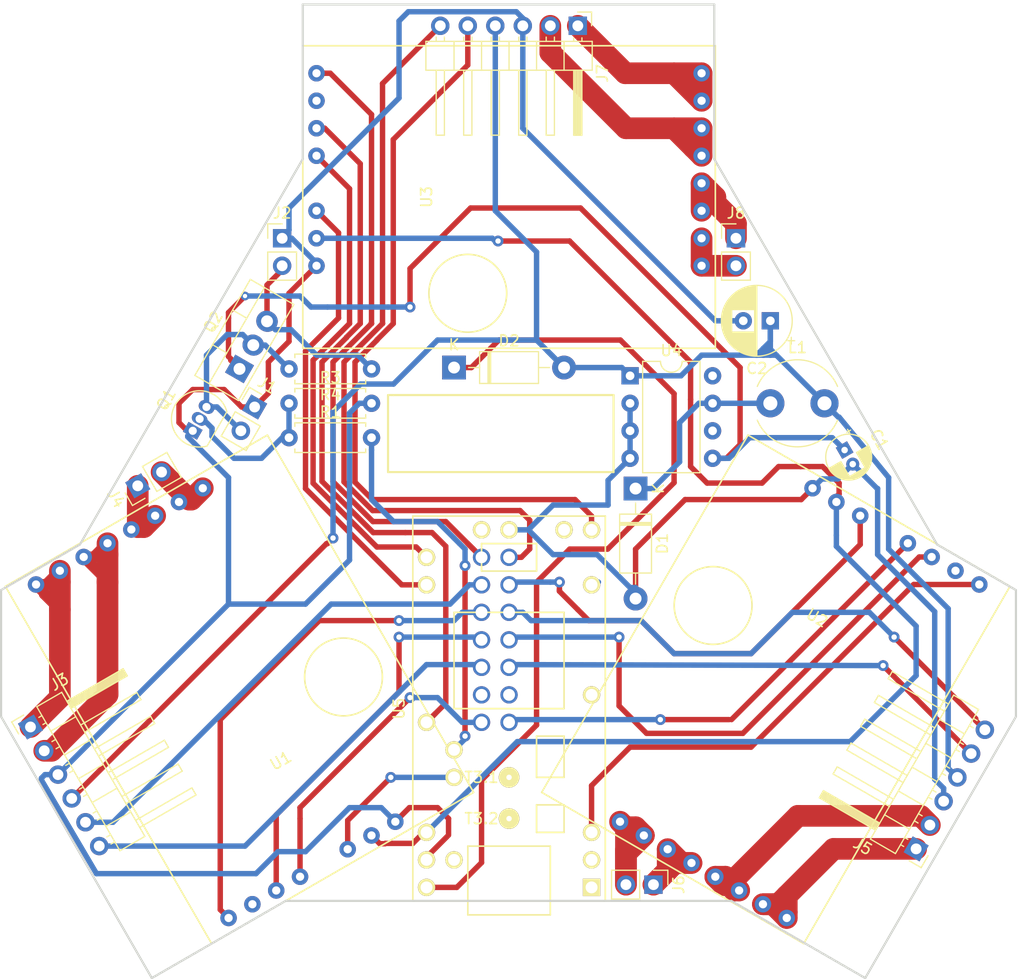
<source format=kicad_pcb>
(kicad_pcb (version 20171130) (host pcbnew 5.0.2-bee76a0~70~ubuntu18.04.1)

  (general
    (thickness 1.6)
    (drawings 19)
    (tracks 491)
    (zones 0)
    (modules 23)
    (nets 54)
  )

  (page A4)
  (layers
    (0 F.Cu signal)
    (31 B.Cu signal)
    (32 B.Adhes user)
    (33 F.Adhes user)
    (34 B.Paste user)
    (35 F.Paste user)
    (36 B.SilkS user)
    (37 F.SilkS user)
    (38 B.Mask user)
    (39 F.Mask user)
    (40 Dwgs.User user)
    (41 Cmts.User user)
    (42 Eco1.User user)
    (43 Eco2.User user)
    (44 Edge.Cuts user)
    (45 Margin user)
    (46 B.CrtYd user)
    (47 F.CrtYd user)
    (48 B.Fab user)
    (49 F.Fab user)
  )

  (setup
    (last_trace_width 0.5)
    (trace_clearance 0.2)
    (zone_clearance 0.508)
    (zone_45_only no)
    (trace_min 0.2)
    (segment_width 0.2)
    (edge_width 0.2)
    (via_size 0.8)
    (via_drill 0.4)
    (via_min_size 0.4)
    (via_min_drill 0.3)
    (uvia_size 0.3)
    (uvia_drill 0.1)
    (uvias_allowed no)
    (uvia_min_size 0.2)
    (uvia_min_drill 0.1)
    (pcb_text_width 0.3)
    (pcb_text_size 1.5 1.5)
    (mod_edge_width 0.15)
    (mod_text_size 1 1)
    (mod_text_width 0.15)
    (pad_size 1.524 1.524)
    (pad_drill 0.762)
    (pad_to_mask_clearance 0.051)
    (solder_mask_min_width 0.25)
    (aux_axis_origin 0 0)
    (grid_origin 67.06 87)
    (visible_elements FFFFFF7F)
    (pcbplotparams
      (layerselection 0x010f0_ffffffff)
      (usegerberextensions true)
      (usegerberattributes false)
      (usegerberadvancedattributes false)
      (creategerberjobfile false)
      (excludeedgelayer true)
      (linewidth 0.100000)
      (plotframeref false)
      (viasonmask true)
      (mode 1)
      (useauxorigin false)
      (hpglpennumber 1)
      (hpglpenspeed 20)
      (hpglpendiameter 15.000000)
      (psnegative false)
      (psa4output false)
      (plotreference true)
      (plotvalue true)
      (plotinvisibletext false)
      (padsonsilk false)
      (subtractmaskfromsilk false)
      (outputformat 1)
      (mirror false)
      (drillshape 0)
      (scaleselection 1)
      (outputdirectory "pcb/"))
  )

  (net 0 "")
  (net 1 "Net-(D1-Pad1)")
  (net 2 GND)
  (net 3 "Net-(Q1-Pad2)")
  (net 4 +BATT)
  (net 5 "Net-(C1-Pad1)")
  (net 6 +5V)
  (net 7 "Net-(U4-Pad6)")
  (net 8 "Net-(U4-Pad8)")
  (net 9 /INA_1)
  (net 10 "Net-(U1-Pad2)")
  (net 11 /PWM_1)
  (net 12 /CS_1)
  (net 13 /INB_1)
  (net 14 "Net-(J4-Pad2)")
  (net 15 "Net-(J3-Pad2)")
  (net 16 "Net-(J4-Pad1)")
  (net 17 "Net-(J3-Pad1)")
  (net 18 "Net-(J5-Pad1)")
  (net 19 "Net-(J6-Pad2)")
  (net 20 "Net-(J6-Pad1)")
  (net 21 "Net-(J5-Pad2)")
  (net 22 /INB_2)
  (net 23 /CS_2)
  (net 24 /PWM_2)
  (net 25 "Net-(U2-Pad2)")
  (net 26 /INA_2)
  (net 27 /INA_3)
  (net 28 "Net-(U3-Pad2)")
  (net 29 /PWM_3)
  (net 30 /CS_3)
  (net 31 /INB_3)
  (net 32 "Net-(J8-Pad2)")
  (net 33 "Net-(J7-Pad2)")
  (net 34 "Net-(J8-Pad1)")
  (net 35 "Net-(J7-Pad1)")
  (net 36 "Net-(U5-Pad15)")
  (net 37 /ENC_B_1)
  (net 38 /ENC_A_1)
  (net 39 "Net-(U5-Pad34)")
  (net 40 "Net-(U5-Pad12)")
  (net 41 /CTRL_ALIM)
  (net 42 "Net-(U5-Pad8)")
  (net 43 "Net-(U5-Pad2)")
  (net 44 /ENC_B_2)
  (net 45 /ENC_A_2)
  (net 46 /ENC_A_3)
  (net 47 /ENC_B_3)
  (net 48 "Net-(U5-Pad52)")
  (net 49 "Net-(D2-Pad1)")
  (net 50 "Net-(U5-Pad18)")
  (net 51 /3V)
  (net 52 "Net-(U5-Pad50)")
  (net 53 "Net-(J1-Pad2)")

  (net_class Default "This is the default net class."
    (clearance 0.2)
    (trace_width 0.5)
    (via_dia 0.8)
    (via_drill 0.4)
    (uvia_dia 0.3)
    (uvia_drill 0.1)
    (add_net +5V)
    (add_net +BATT)
    (add_net /3V)
    (add_net /CS_1)
    (add_net /CS_2)
    (add_net /CS_3)
    (add_net /CTRL_ALIM)
    (add_net /ENC_A_1)
    (add_net /ENC_A_2)
    (add_net /ENC_A_3)
    (add_net /ENC_B_1)
    (add_net /ENC_B_2)
    (add_net /ENC_B_3)
    (add_net /INA_1)
    (add_net /INA_2)
    (add_net /INA_3)
    (add_net /INB_1)
    (add_net /INB_2)
    (add_net /INB_3)
    (add_net /PWM_1)
    (add_net /PWM_2)
    (add_net /PWM_3)
    (add_net GND)
    (add_net "Net-(C1-Pad1)")
    (add_net "Net-(D1-Pad1)")
    (add_net "Net-(D2-Pad1)")
    (add_net "Net-(J1-Pad2)")
    (add_net "Net-(J3-Pad1)")
    (add_net "Net-(J3-Pad2)")
    (add_net "Net-(J4-Pad1)")
    (add_net "Net-(J4-Pad2)")
    (add_net "Net-(J5-Pad1)")
    (add_net "Net-(J5-Pad2)")
    (add_net "Net-(J6-Pad1)")
    (add_net "Net-(J6-Pad2)")
    (add_net "Net-(J7-Pad1)")
    (add_net "Net-(J7-Pad2)")
    (add_net "Net-(J8-Pad1)")
    (add_net "Net-(J8-Pad2)")
    (add_net "Net-(Q1-Pad2)")
    (add_net "Net-(U1-Pad2)")
    (add_net "Net-(U2-Pad2)")
    (add_net "Net-(U3-Pad2)")
    (add_net "Net-(U4-Pad6)")
    (add_net "Net-(U4-Pad8)")
    (add_net "Net-(U5-Pad12)")
    (add_net "Net-(U5-Pad15)")
    (add_net "Net-(U5-Pad18)")
    (add_net "Net-(U5-Pad2)")
    (add_net "Net-(U5-Pad34)")
    (add_net "Net-(U5-Pad50)")
    (add_net "Net-(U5-Pad52)")
    (add_net "Net-(U5-Pad8)")
  )

  (module Pololu:MD15A (layer F.Cu) (tedit 5C4CB506) (tstamp 5C4A257F)
    (at 143.688 93.246 330)
    (path /5BF321EB)
    (fp_text reference U2 (at 0 -7.62 330) (layer F.SilkS)
      (effects (font (size 1 1) (thickness 0.15)))
    )
    (fp_text value MD15A (at 0 -8.89 330) (layer F.Fab)
      (effects (font (size 1 1) (thickness 0.15)))
    )
    (fp_line (start 13.95 -19.05) (end -13.95 -19.05) (layer F.SilkS) (width 0.15))
    (fp_line (start 13.97 19.05) (end 13.97 -19.05) (layer F.SilkS) (width 0.15))
    (fp_line (start -13.97 19.05) (end 13.97 19.05) (layer F.SilkS) (width 0.15))
    (fp_line (start -13.97 -19.05) (end -13.97 19.05) (layer F.SilkS) (width 0.15))
    (fp_circle (center -8.89 -3.81) (end -6.35 -1.27) (layer F.SilkS) (width 0.15))
    (pad 1 thru_hole circle (at 11.43 -17.78 330) (size 1.524 1.524) (drill 0.762) (layers *.Cu *.Mask)
      (net 26 /INA_2))
    (pad 2 thru_hole circle (at 8.89 -17.78 330) (size 1.524 1.524) (drill 0.762) (layers *.Cu *.Mask)
      (net 25 "Net-(U2-Pad2)"))
    (pad 3 thru_hole circle (at 6.35 -17.78 330) (size 1.524 1.524) (drill 0.762) (layers *.Cu *.Mask)
      (net 24 /PWM_2))
    (pad 4 thru_hole circle (at 3.81 -17.78 330) (size 1.524 1.524) (drill 0.762) (layers *.Cu *.Mask)
      (net 23 /CS_2))
    (pad 6 thru_hole circle (at -1.27 -17.78 330) (size 1.524 1.524) (drill 0.762) (layers *.Cu *.Mask)
      (net 22 /INB_2))
    (pad 7 thru_hole circle (at -3.81 -17.78 330) (size 1.524 1.524) (drill 0.762) (layers *.Cu *.Mask)
      (net 51 /3V))
    (pad 8 thru_hole circle (at -6.35 -17.78 330) (size 1.524 1.524) (drill 0.762) (layers *.Cu *.Mask)
      (net 2 GND))
    (pad 18 thru_hole circle (at -6.35 17.78 330) (size 1.524 1.524) (drill 0.762) (layers *.Cu *.Mask)
      (net 19 "Net-(J6-Pad2)"))
    (pad 13 thru_hole circle (at 6.35 17.78 330) (size 1.524 1.524) (drill 0.762) (layers *.Cu F.Mask)
      (net 21 "Net-(J5-Pad2)"))
    (pad 14 thru_hole circle (at 3.81 17.78 330) (size 1.524 1.524) (drill 0.762) (layers *.Cu F.Mask)
      (net 21 "Net-(J5-Pad2)"))
    (pad 15 thru_hole circle (at 1.27 17.78 330) (size 1.524 1.524) (drill 0.762) (layers *.Cu F.Mask)
      (net 20 "Net-(J6-Pad1)"))
    (pad 16 thru_hole circle (at -1.27 17.78 330) (size 1.524 1.524) (drill 0.762) (layers *.Cu F.Mask)
      (net 20 "Net-(J6-Pad1)"))
    (pad 17 thru_hole circle (at -3.81 17.78 330) (size 1.524 1.524) (drill 0.762) (layers *.Cu F.Mask)
      (net 19 "Net-(J6-Pad2)"))
    (pad 12 thru_hole circle (at 8.89 17.78 330) (size 1.524 1.524) (drill 0.762) (layers *.Cu *.Mask)
      (net 18 "Net-(J5-Pad1)"))
    (pad 11 thru_hole circle (at 11.43 17.78 330) (size 1.524 1.524) (drill 0.762) (layers *.Cu *.Mask)
      (net 18 "Net-(J5-Pad1)"))
  )

  (module teensy:Teensy30_31_32_LC (layer F.Cu) (tedit 5C4CB90D) (tstamp 5C4A28C8)
    (at 119.05 95.024 90)
    (path /5BEE09B1)
    (fp_text reference U5 (at 0 -10.16 90) (layer F.SilkS)
      (effects (font (size 1 1) (thickness 0.15)))
    )
    (fp_text value Teensy3.2 (at 0 10.16 90) (layer F.Fab)
      (effects (font (size 1 1) (thickness 0.15)))
    )
    (fp_line (start -17.78 8.89) (end -17.78 -8.89) (layer F.SilkS) (width 0.15))
    (fp_line (start 17.78 8.89) (end -17.78 8.89) (layer F.SilkS) (width 0.15))
    (fp_line (start 17.78 -8.89) (end 17.78 8.89) (layer F.SilkS) (width 0.15))
    (fp_line (start -17.78 -8.89) (end 17.78 -8.89) (layer F.SilkS) (width 0.15))
    (fp_line (start 8.89 5.08) (end 0 5.08) (layer F.SilkS) (width 0.15))
    (fp_line (start 8.89 -5.08) (end 0 -5.08) (layer F.SilkS) (width 0.15))
    (fp_line (start 0 -5.08) (end 0 5.08) (layer F.SilkS) (width 0.15))
    (fp_line (start 8.89 5.08) (end 8.89 -5.08) (layer F.SilkS) (width 0.15))
    (fp_line (start 12.7 -2.54) (end 15.24 -2.54) (layer F.SilkS) (width 0.15))
    (fp_line (start 12.7 2.54) (end 12.7 -2.54) (layer F.SilkS) (width 0.15))
    (fp_line (start 15.24 2.54) (end 12.7 2.54) (layer F.SilkS) (width 0.15))
    (fp_line (start 15.24 -2.54) (end 15.24 2.54) (layer F.SilkS) (width 0.15))
    (fp_line (start -11.43 2.54) (end -11.43 5.08) (layer F.SilkS) (width 0.15))
    (fp_line (start -8.89 2.54) (end -11.43 2.54) (layer F.SilkS) (width 0.15))
    (fp_line (start -8.89 5.08) (end -8.89 2.54) (layer F.SilkS) (width 0.15))
    (fp_line (start -11.43 5.08) (end -8.89 5.08) (layer F.SilkS) (width 0.15))
    (fp_line (start -12.7 3.81) (end -17.78 3.81) (layer F.SilkS) (width 0.15))
    (fp_line (start -12.7 -3.81) (end -17.78 -3.81) (layer F.SilkS) (width 0.15))
    (fp_line (start -12.7 3.81) (end -12.7 -3.81) (layer F.SilkS) (width 0.15))
    (fp_line (start -6.35 2.54) (end -6.35 5.08) (layer F.SilkS) (width 0.15))
    (fp_line (start -2.54 2.54) (end -6.35 2.54) (layer F.SilkS) (width 0.15))
    (fp_line (start -2.54 5.08) (end -2.54 2.54) (layer F.SilkS) (width 0.15))
    (fp_line (start -6.35 5.08) (end -2.54 5.08) (layer F.SilkS) (width 0.15))
    (fp_line (start -19.05 -3.81) (end -17.78 -3.81) (layer F.SilkS) (width 0.15))
    (fp_line (start -19.05 3.81) (end -19.05 -3.81) (layer F.SilkS) (width 0.15))
    (fp_line (start -17.78 3.81) (end -19.05 3.81) (layer F.SilkS) (width 0.15))
    (fp_text user T3.1 (at -6.35 -2.54 180) (layer F.SilkS)
      (effects (font (size 1 1) (thickness 0.15)))
    )
    (fp_text user T3.2 (at -10.16 -2.54 180) (layer F.SilkS)
      (effects (font (size 1 1) (thickness 0.15)))
    )
    (pad 27 thru_hole circle (at -1.27 -7.62 90) (size 1.6 1.6) (drill 1.1) (layers *.Cu *.Mask F.SilkS)
      (net 29 /PWM_3))
    (pad 36 thru_hole circle (at -6.35 -5.08 90) (size 1.6 1.6) (drill 1.1) (layers *.Cu *.Mask F.SilkS)
      (net 13 /INB_1))
    (pad 52 thru_hole circle (at -10.16 0 90) (size 1.9 1.9) (drill 0.5) (layers *.Cu *.Mask F.SilkS)
      (net 48 "Net-(U5-Pad52)"))
    (pad 52 thru_hole circle (at -6.35 0 90) (size 1.9 1.9) (drill 0.5) (layers *.Cu *.Mask F.SilkS)
      (net 48 "Net-(U5-Pad52)"))
    (pad 51 thru_hole circle (at -1.27 -2.54 90) (size 1.6 1.6) (drill 1.1) (layers *.Cu *.Mask)
      (net 12 /CS_1))
    (pad 50 thru_hole circle (at 1.27 -2.54 90) (size 1.6 1.6) (drill 1.1) (layers *.Cu *.Mask)
      (net 52 "Net-(U5-Pad50)"))
    (pad 49 thru_hole circle (at 3.81 -2.54 90) (size 1.6 1.6) (drill 1.1) (layers *.Cu *.Mask)
      (net 37 /ENC_B_1))
    (pad 48 thru_hole circle (at 6.35 -2.54 90) (size 1.6 1.6) (drill 1.1) (layers *.Cu *.Mask)
      (net 11 /PWM_1))
    (pad 47 thru_hole circle (at 8.89 -2.54 90) (size 1.6 1.6) (drill 1.1) (layers *.Cu *.Mask)
      (net 9 /INA_1))
    (pad 46 thru_hole circle (at 11.43 -2.54 90) (size 1.6 1.6) (drill 1.1) (layers *.Cu *.Mask)
      (net 38 /ENC_A_1))
    (pad 45 thru_hole circle (at 13.97 -2.54 90) (size 1.6 1.6) (drill 1.1) (layers *.Cu *.Mask)
      (net 27 /INA_3))
    (pad 44 thru_hole circle (at 13.97 0 90) (size 1.6 1.6) (drill 1.1) (layers *.Cu *.Mask)
      (net 47 /ENC_B_3))
    (pad 43 thru_hole circle (at 11.43 0 90) (size 1.6 1.6) (drill 1.1) (layers *.Cu *.Mask)
      (net 22 /INB_2))
    (pad 42 thru_hole circle (at 8.89 0 90) (size 1.6 1.6) (drill 1.1) (layers *.Cu *.Mask)
      (net 44 /ENC_B_2))
    (pad 41 thru_hole circle (at 6.35 0 90) (size 1.6 1.6) (drill 1.1) (layers *.Cu *.Mask)
      (net 24 /PWM_2))
    (pad 40 thru_hole circle (at 3.81 0 90) (size 1.6 1.6) (drill 1.1) (layers *.Cu *.Mask)
      (net 45 /ENC_A_2))
    (pad 39 thru_hole circle (at 1.27 0 90) (size 1.6 1.6) (drill 1.1) (layers *.Cu *.Mask)
      (net 2 GND))
    (pad 38 thru_hole circle (at -1.27 0 90) (size 1.6 1.6) (drill 1.1) (layers *.Cu *.Mask)
      (net 23 /CS_2))
    (pad 1 thru_hole rect (at -16.51 7.62 90) (size 1.6 1.6) (drill 1.1) (layers *.Cu *.Mask F.SilkS)
      (net 2 GND))
    (pad 2 thru_hole circle (at -13.97 7.62 90) (size 1.6 1.6) (drill 1.1) (layers *.Cu *.Mask F.SilkS)
      (net 43 "Net-(U5-Pad2)"))
    (pad 3 thru_hole circle (at -11.43 7.62 90) (size 1.6 1.6) (drill 1.1) (layers *.Cu *.Mask F.SilkS)
      (net 26 /INA_2))
    (pad 8 thru_hole circle (at 1.27 7.62 90) (size 1.6 1.6) (drill 1.1) (layers *.Cu *.Mask F.SilkS)
      (net 42 "Net-(U5-Pad8)"))
    (pad 37 thru_hole circle (at -3.81 -5.08 90) (size 1.6 1.6) (drill 1.1) (layers *.Cu *.Mask F.SilkS)
      (net 41 /CTRL_ALIM))
    (pad 34 thru_hole circle (at -13.97 -5.08 90) (size 1.6 1.6) (drill 1.1) (layers *.Cu *.Mask F.SilkS)
      (net 39 "Net-(U5-Pad34)"))
    (pad 33 thru_hole circle (at -16.51 -7.62 90) (size 1.6 1.6) (drill 1.1) (layers *.Cu *.Mask F.SilkS)
      (net 49 "Net-(D2-Pad1)"))
    (pad 32 thru_hole circle (at -13.97 -7.62 90) (size 1.6 1.6) (drill 1.1) (layers *.Cu *.Mask F.SilkS)
      (net 2 GND))
    (pad 31 thru_hole circle (at -11.43 -7.62 90) (size 1.6 1.6) (drill 1.1) (layers *.Cu *.Mask F.SilkS)
      (net 51 /3V))
    (pad 21 thru_hole circle (at 13.97 -7.62 90) (size 1.6 1.6) (drill 1.1) (layers *.Cu *.Mask F.SilkS)
      (net 30 /CS_3))
    (pad 14 thru_hole circle (at 16.51 7.62 90) (size 1.6 1.6) (drill 1.1) (layers *.Cu *.Mask F.SilkS)
      (net 46 /ENC_A_3))
    (pad 15 thru_hole circle (at 16.51 5.08 90) (size 1.6 1.6) (drill 1.1) (layers *.Cu *.Mask F.SilkS)
      (net 36 "Net-(U5-Pad15)"))
    (pad 18 thru_hole circle (at 16.51 -2.54 90) (size 1.6 1.6) (drill 1.1) (layers *.Cu *.Mask F.SilkS)
      (net 50 "Net-(U5-Pad18)"))
    (pad 17 thru_hole circle (at 16.51 0 90) (size 1.6 1.6) (drill 1.1) (layers *.Cu *.Mask F.SilkS)
      (net 2 GND))
    (pad 12 thru_hole circle (at 11.43 7.62 90) (size 1.6 1.6) (drill 1.1) (layers *.Cu *.Mask F.SilkS)
      (net 40 "Net-(U5-Pad12)"))
    (pad 22 thru_hole circle (at 11.43 -7.62 90) (size 1.6 1.6) (drill 1.1) (layers *.Cu *.Mask F.SilkS)
      (net 31 /INB_3))
  )

  (module Pololu:MD15A (layer F.Cu) (tedit 5C4CB506) (tstamp 5C4A2565)
    (at 94.158 93.246 210)
    (path /5BF3207F)
    (fp_text reference U1 (at 0 -7.62 210) (layer F.SilkS)
      (effects (font (size 1 1) (thickness 0.15)))
    )
    (fp_text value MD15A (at 0 -8.89 210) (layer F.Fab)
      (effects (font (size 1 1) (thickness 0.15)))
    )
    (fp_line (start 13.95 -19.05) (end -13.95 -19.05) (layer F.SilkS) (width 0.15))
    (fp_line (start 13.97 19.05) (end 13.97 -19.05) (layer F.SilkS) (width 0.15))
    (fp_line (start -13.97 19.05) (end 13.97 19.05) (layer F.SilkS) (width 0.15))
    (fp_line (start -13.97 -19.05) (end -13.97 19.05) (layer F.SilkS) (width 0.15))
    (fp_circle (center -8.89 -3.81) (end -6.35 -1.27) (layer F.SilkS) (width 0.15))
    (pad 1 thru_hole circle (at 11.43 -17.78 210) (size 1.524 1.524) (drill 0.762) (layers *.Cu *.Mask)
      (net 9 /INA_1))
    (pad 2 thru_hole circle (at 8.89 -17.78 210) (size 1.524 1.524) (drill 0.762) (layers *.Cu *.Mask)
      (net 10 "Net-(U1-Pad2)"))
    (pad 3 thru_hole circle (at 6.35 -17.78 210) (size 1.524 1.524) (drill 0.762) (layers *.Cu *.Mask)
      (net 11 /PWM_1))
    (pad 4 thru_hole circle (at 3.81 -17.78 210) (size 1.524 1.524) (drill 0.762) (layers *.Cu *.Mask)
      (net 12 /CS_1))
    (pad 6 thru_hole circle (at -1.27 -17.78 210) (size 1.524 1.524) (drill 0.762) (layers *.Cu *.Mask)
      (net 13 /INB_1))
    (pad 7 thru_hole circle (at -3.81 -17.78 210) (size 1.524 1.524) (drill 0.762) (layers *.Cu *.Mask)
      (net 51 /3V))
    (pad 8 thru_hole circle (at -6.35 -17.78 210) (size 1.524 1.524) (drill 0.762) (layers *.Cu *.Mask)
      (net 2 GND))
    (pad 18 thru_hole circle (at -6.35 17.78 210) (size 1.524 1.524) (drill 0.762) (layers *.Cu *.Mask)
      (net 14 "Net-(J4-Pad2)"))
    (pad 13 thru_hole circle (at 6.35 17.78 210) (size 1.524 1.524) (drill 0.762) (layers *.Cu F.Mask)
      (net 15 "Net-(J3-Pad2)"))
    (pad 14 thru_hole circle (at 3.81 17.78 210) (size 1.524 1.524) (drill 0.762) (layers *.Cu F.Mask)
      (net 15 "Net-(J3-Pad2)"))
    (pad 15 thru_hole circle (at 1.27 17.78 210) (size 1.524 1.524) (drill 0.762) (layers *.Cu F.Mask)
      (net 16 "Net-(J4-Pad1)"))
    (pad 16 thru_hole circle (at -1.27 17.78 210) (size 1.524 1.524) (drill 0.762) (layers *.Cu F.Mask)
      (net 16 "Net-(J4-Pad1)"))
    (pad 17 thru_hole circle (at -3.81 17.78 210) (size 1.524 1.524) (drill 0.762) (layers *.Cu F.Mask)
      (net 14 "Net-(J4-Pad2)"))
    (pad 12 thru_hole circle (at 8.89 17.78 210) (size 1.524 1.524) (drill 0.762) (layers *.Cu *.Mask)
      (net 17 "Net-(J3-Pad1)"))
    (pad 11 thru_hole circle (at 11.43 17.78 210) (size 1.524 1.524) (drill 0.762) (layers *.Cu *.Mask)
      (net 17 "Net-(J3-Pad1)"))
  )

  (module Diode_THT:D_DO-41_SOD81_P10.16mm_Horizontal (layer F.Cu) (tedit 5AE50CD5) (tstamp 5C4A2408)
    (at 130.734 74.704 270)
    (descr "Diode, DO-41_SOD81 series, Axial, Horizontal, pin pitch=10.16mm, , length*diameter=5.2*2.7mm^2, , http://www.diodes.com/_files/packages/DO-41%20(Plastic).pdf")
    (tags "Diode DO-41_SOD81 series Axial Horizontal pin pitch 10.16mm  length 5.2mm diameter 2.7mm")
    (path /5BEDE522)
    (fp_text reference D1 (at 5.08 -2.47 270) (layer F.SilkS)
      (effects (font (size 1 1) (thickness 0.15)))
    )
    (fp_text value 1N5819 (at 5.08 2.47 270) (layer F.Fab)
      (effects (font (size 1 1) (thickness 0.15)))
    )
    (fp_text user K (at 0 -2.1 270) (layer F.SilkS)
      (effects (font (size 1 1) (thickness 0.15)))
    )
    (fp_text user K (at 0 -2.1 270) (layer F.Fab)
      (effects (font (size 1 1) (thickness 0.15)))
    )
    (fp_text user %R (at 5.47 0 270) (layer F.Fab)
      (effects (font (size 1 1) (thickness 0.15)))
    )
    (fp_line (start 11.51 -1.6) (end -1.35 -1.6) (layer F.CrtYd) (width 0.05))
    (fp_line (start 11.51 1.6) (end 11.51 -1.6) (layer F.CrtYd) (width 0.05))
    (fp_line (start -1.35 1.6) (end 11.51 1.6) (layer F.CrtYd) (width 0.05))
    (fp_line (start -1.35 -1.6) (end -1.35 1.6) (layer F.CrtYd) (width 0.05))
    (fp_line (start 3.14 -1.47) (end 3.14 1.47) (layer F.SilkS) (width 0.12))
    (fp_line (start 3.38 -1.47) (end 3.38 1.47) (layer F.SilkS) (width 0.12))
    (fp_line (start 3.26 -1.47) (end 3.26 1.47) (layer F.SilkS) (width 0.12))
    (fp_line (start 8.82 0) (end 7.8 0) (layer F.SilkS) (width 0.12))
    (fp_line (start 1.34 0) (end 2.36 0) (layer F.SilkS) (width 0.12))
    (fp_line (start 7.8 -1.47) (end 2.36 -1.47) (layer F.SilkS) (width 0.12))
    (fp_line (start 7.8 1.47) (end 7.8 -1.47) (layer F.SilkS) (width 0.12))
    (fp_line (start 2.36 1.47) (end 7.8 1.47) (layer F.SilkS) (width 0.12))
    (fp_line (start 2.36 -1.47) (end 2.36 1.47) (layer F.SilkS) (width 0.12))
    (fp_line (start 3.16 -1.35) (end 3.16 1.35) (layer F.Fab) (width 0.1))
    (fp_line (start 3.36 -1.35) (end 3.36 1.35) (layer F.Fab) (width 0.1))
    (fp_line (start 3.26 -1.35) (end 3.26 1.35) (layer F.Fab) (width 0.1))
    (fp_line (start 10.16 0) (end 7.68 0) (layer F.Fab) (width 0.1))
    (fp_line (start 0 0) (end 2.48 0) (layer F.Fab) (width 0.1))
    (fp_line (start 7.68 -1.35) (end 2.48 -1.35) (layer F.Fab) (width 0.1))
    (fp_line (start 7.68 1.35) (end 7.68 -1.35) (layer F.Fab) (width 0.1))
    (fp_line (start 2.48 1.35) (end 7.68 1.35) (layer F.Fab) (width 0.1))
    (fp_line (start 2.48 -1.35) (end 2.48 1.35) (layer F.Fab) (width 0.1))
    (pad 2 thru_hole oval (at 10.16 0 270) (size 2.2 2.2) (drill 1.1) (layers *.Cu *.Mask)
      (net 2 GND))
    (pad 1 thru_hole rect (at 0 0 270) (size 2.2 2.2) (drill 1.1) (layers *.Cu *.Mask)
      (net 1 "Net-(D1-Pad1)"))
    (model ${KISYS3DMOD}/Diode_THT.3dshapes/D_DO-41_SOD81_P10.16mm_Horizontal.wrl
      (at (xyz 0 0 0))
      (scale (xyz 1 1 1))
      (rotate (xyz 0 0 0))
    )
  )

  (module Package_TO_SOT_THT:TO-92_Inline (layer F.Cu) (tedit 5A1DD157) (tstamp 5C4A241A)
    (at 89.84 69.37 60)
    (descr "TO-92 leads in-line, narrow, oval pads, drill 0.75mm (see NXP sot054_po.pdf)")
    (tags "to-92 sc-43 sc-43a sot54 PA33 transistor")
    (path /5C4D49A7)
    (fp_text reference Q1 (at 1.27 -3.559999 60) (layer F.SilkS)
      (effects (font (size 1 1) (thickness 0.15)))
    )
    (fp_text value 2N7000 (at 1.27 2.79 60) (layer F.Fab)
      (effects (font (size 1 1) (thickness 0.15)))
    )
    (fp_arc (start 1.27 0) (end 1.27 -2.6) (angle 135) (layer F.SilkS) (width 0.12))
    (fp_arc (start 1.27 0) (end 1.27 -2.48) (angle -135) (layer F.Fab) (width 0.1))
    (fp_arc (start 1.27 0) (end 1.27 -2.6) (angle -135) (layer F.SilkS) (width 0.12))
    (fp_arc (start 1.27 0) (end 1.27 -2.48) (angle 135) (layer F.Fab) (width 0.1))
    (fp_line (start 4 2.01) (end -1.46 2.01) (layer F.CrtYd) (width 0.05))
    (fp_line (start 4 2.01) (end 4 -2.73) (layer F.CrtYd) (width 0.05))
    (fp_line (start -1.46 -2.73) (end -1.46 2.01) (layer F.CrtYd) (width 0.05))
    (fp_line (start -1.46 -2.73) (end 4 -2.73) (layer F.CrtYd) (width 0.05))
    (fp_line (start -0.5 1.75) (end 3 1.75) (layer F.Fab) (width 0.1))
    (fp_line (start -0.53 1.85) (end 3.07 1.85) (layer F.SilkS) (width 0.12))
    (fp_text user %R (at 1.27 -3.56 60) (layer F.Fab)
      (effects (font (size 1 1) (thickness 0.15)))
    )
    (pad 1 thru_hole rect (at 0 0 60) (size 1.05 1.5) (drill 0.75) (layers *.Cu *.Mask)
      (net 2 GND))
    (pad 3 thru_hole oval (at 2.54 0 60) (size 1.05 1.5) (drill 0.75) (layers *.Cu *.Mask)
      (net 53 "Net-(J1-Pad2)"))
    (pad 2 thru_hole oval (at 1.27 0 60) (size 1.05 1.5) (drill 0.75) (layers *.Cu *.Mask)
      (net 3 "Net-(Q1-Pad2)"))
    (model ${KISYS3DMOD}/Package_TO_SOT_THT.3dshapes/TO-92_Inline.wrl
      (at (xyz 0 0 0))
      (scale (xyz 1 1 1))
      (rotate (xyz 0 0 0))
    )
  )

  (module Package_DIP:DIP-8_W7.62mm (layer F.Cu) (tedit 5A02E8C5) (tstamp 5C4A2448)
    (at 130.226 64.29)
    (descr "8-lead though-hole mounted DIP package, row spacing 7.62 mm (300 mils)")
    (tags "THT DIP DIL PDIP 2.54mm 7.62mm 300mil")
    (path /5BEDE13A)
    (fp_text reference U4 (at 3.81 -2.33) (layer F.SilkS)
      (effects (font (size 1 1) (thickness 0.15)))
    )
    (fp_text value LM2574N-5 (at 3.81 9.95) (layer F.Fab)
      (effects (font (size 1 1) (thickness 0.15)))
    )
    (fp_text user %R (at 3.81 3.81) (layer F.Fab)
      (effects (font (size 1 1) (thickness 0.15)))
    )
    (fp_line (start 8.7 -1.55) (end -1.1 -1.55) (layer F.CrtYd) (width 0.05))
    (fp_line (start 8.7 9.15) (end 8.7 -1.55) (layer F.CrtYd) (width 0.05))
    (fp_line (start -1.1 9.15) (end 8.7 9.15) (layer F.CrtYd) (width 0.05))
    (fp_line (start -1.1 -1.55) (end -1.1 9.15) (layer F.CrtYd) (width 0.05))
    (fp_line (start 6.46 -1.33) (end 4.81 -1.33) (layer F.SilkS) (width 0.12))
    (fp_line (start 6.46 8.95) (end 6.46 -1.33) (layer F.SilkS) (width 0.12))
    (fp_line (start 1.16 8.95) (end 6.46 8.95) (layer F.SilkS) (width 0.12))
    (fp_line (start 1.16 -1.33) (end 1.16 8.95) (layer F.SilkS) (width 0.12))
    (fp_line (start 2.81 -1.33) (end 1.16 -1.33) (layer F.SilkS) (width 0.12))
    (fp_line (start 0.635 -0.27) (end 1.635 -1.27) (layer F.Fab) (width 0.1))
    (fp_line (start 0.635 8.89) (end 0.635 -0.27) (layer F.Fab) (width 0.1))
    (fp_line (start 6.985 8.89) (end 0.635 8.89) (layer F.Fab) (width 0.1))
    (fp_line (start 6.985 -1.27) (end 6.985 8.89) (layer F.Fab) (width 0.1))
    (fp_line (start 1.635 -1.27) (end 6.985 -1.27) (layer F.Fab) (width 0.1))
    (fp_arc (start 3.81 -1.33) (end 2.81 -1.33) (angle -180) (layer F.SilkS) (width 0.12))
    (pad 8 thru_hole oval (at 7.62 0) (size 1.6 1.6) (drill 0.8) (layers *.Cu *.Mask)
      (net 8 "Net-(U4-Pad8)"))
    (pad 4 thru_hole oval (at 0 7.62) (size 1.6 1.6) (drill 0.8) (layers *.Cu *.Mask)
      (net 2 GND))
    (pad 7 thru_hole oval (at 7.62 2.54) (size 1.6 1.6) (drill 0.8) (layers *.Cu *.Mask)
      (net 1 "Net-(D1-Pad1)"))
    (pad 3 thru_hole oval (at 0 5.08) (size 1.6 1.6) (drill 0.8) (layers *.Cu *.Mask)
      (net 2 GND))
    (pad 6 thru_hole oval (at 7.62 5.08) (size 1.6 1.6) (drill 0.8) (layers *.Cu *.Mask)
      (net 7 "Net-(U4-Pad6)"))
    (pad 2 thru_hole oval (at 0 2.54) (size 1.6 1.6) (drill 0.8) (layers *.Cu *.Mask)
      (net 2 GND))
    (pad 5 thru_hole oval (at 7.62 7.62) (size 1.6 1.6) (drill 0.8) (layers *.Cu *.Mask)
      (net 5 "Net-(C1-Pad1)"))
    (pad 1 thru_hole rect (at 0 0) (size 1.6 1.6) (drill 0.8) (layers *.Cu *.Mask)
      (net 6 +5V))
    (model ${KISYS3DMOD}/Package_DIP.3dshapes/DIP-8_W7.62mm.wrl
      (at (xyz 0 0 0))
      (scale (xyz 1 1 1))
      (rotate (xyz 0 0 0))
    )
  )

  (module Pololu:MD15A (layer F.Cu) (tedit 5C4CB506) (tstamp 5C4A2599)
    (at 119.05 47.78 90)
    (path /5BF3225B)
    (fp_text reference U3 (at 0 -7.62 90) (layer F.SilkS)
      (effects (font (size 1 1) (thickness 0.15)))
    )
    (fp_text value MD15A (at 0 -8.89 90) (layer F.Fab)
      (effects (font (size 1 1) (thickness 0.15)))
    )
    (fp_line (start 13.95 -19.05) (end -13.95 -19.05) (layer F.SilkS) (width 0.15))
    (fp_line (start 13.97 19.05) (end 13.97 -19.05) (layer F.SilkS) (width 0.15))
    (fp_line (start -13.97 19.05) (end 13.97 19.05) (layer F.SilkS) (width 0.15))
    (fp_line (start -13.97 -19.05) (end -13.97 19.05) (layer F.SilkS) (width 0.15))
    (fp_circle (center -8.89 -3.81) (end -6.35 -1.27) (layer F.SilkS) (width 0.15))
    (pad 1 thru_hole circle (at 11.43 -17.78 90) (size 1.524 1.524) (drill 0.762) (layers *.Cu *.Mask)
      (net 27 /INA_3))
    (pad 2 thru_hole circle (at 8.89 -17.78 90) (size 1.524 1.524) (drill 0.762) (layers *.Cu *.Mask)
      (net 28 "Net-(U3-Pad2)"))
    (pad 3 thru_hole circle (at 6.35 -17.78 90) (size 1.524 1.524) (drill 0.762) (layers *.Cu *.Mask)
      (net 29 /PWM_3))
    (pad 4 thru_hole circle (at 3.81 -17.78 90) (size 1.524 1.524) (drill 0.762) (layers *.Cu *.Mask)
      (net 30 /CS_3))
    (pad 6 thru_hole circle (at -1.27 -17.78 90) (size 1.524 1.524) (drill 0.762) (layers *.Cu *.Mask)
      (net 31 /INB_3))
    (pad 7 thru_hole circle (at -3.81 -17.78 90) (size 1.524 1.524) (drill 0.762) (layers *.Cu *.Mask)
      (net 51 /3V))
    (pad 8 thru_hole circle (at -6.35 -17.78 90) (size 1.524 1.524) (drill 0.762) (layers *.Cu *.Mask)
      (net 2 GND))
    (pad 18 thru_hole circle (at -6.35 17.78 90) (size 1.524 1.524) (drill 0.762) (layers *.Cu *.Mask)
      (net 32 "Net-(J8-Pad2)"))
    (pad 13 thru_hole circle (at 6.35 17.78 90) (size 1.524 1.524) (drill 0.762) (layers *.Cu F.Mask)
      (net 33 "Net-(J7-Pad2)"))
    (pad 14 thru_hole circle (at 3.81 17.78 90) (size 1.524 1.524) (drill 0.762) (layers *.Cu F.Mask)
      (net 33 "Net-(J7-Pad2)"))
    (pad 15 thru_hole circle (at 1.27 17.78 90) (size 1.524 1.524) (drill 0.762) (layers *.Cu F.Mask)
      (net 34 "Net-(J8-Pad1)"))
    (pad 16 thru_hole circle (at -1.27 17.78 90) (size 1.524 1.524) (drill 0.762) (layers *.Cu F.Mask)
      (net 34 "Net-(J8-Pad1)"))
    (pad 17 thru_hole circle (at -3.81 17.78 90) (size 1.524 1.524) (drill 0.762) (layers *.Cu F.Mask)
      (net 32 "Net-(J8-Pad2)"))
    (pad 12 thru_hole circle (at 8.89 17.78 90) (size 1.524 1.524) (drill 0.762) (layers *.Cu *.Mask)
      (net 35 "Net-(J7-Pad1)"))
    (pad 11 thru_hole circle (at 11.43 17.78 90) (size 1.524 1.524) (drill 0.762) (layers *.Cu *.Mask)
      (net 35 "Net-(J7-Pad1)"))
  )

  (module Connector_PinHeader_2.54mm:PinHeader_1x06_P2.54mm_Horizontal (layer F.Cu) (tedit 59FED5CB) (tstamp 5C567C5F)
    (at 74.854 96.720591 30)
    (descr "Through hole angled pin header, 1x06, 2.54mm pitch, 6mm pin length, single row")
    (tags "Through hole angled pin header THT 1x06 2.54mm single row")
    (path /5BF32CF4)
    (fp_text reference J3 (at 4.385 -2.27 30) (layer F.SilkS)
      (effects (font (size 1 1) (thickness 0.15)))
    )
    (fp_text value Conn_01x06_Male (at 4.385 14.97 30) (layer F.Fab)
      (effects (font (size 1 1) (thickness 0.15)))
    )
    (fp_text user %R (at 2.77 6.35 120) (layer F.Fab)
      (effects (font (size 1 1) (thickness 0.15)))
    )
    (fp_line (start 10.55 -1.8) (end -1.8 -1.8) (layer F.CrtYd) (width 0.05))
    (fp_line (start 10.55 14.5) (end 10.55 -1.8) (layer F.CrtYd) (width 0.05))
    (fp_line (start -1.8 14.5) (end 10.55 14.5) (layer F.CrtYd) (width 0.05))
    (fp_line (start -1.8 -1.8) (end -1.8 14.5) (layer F.CrtYd) (width 0.05))
    (fp_line (start -1.27 -1.27) (end 0 -1.27) (layer F.SilkS) (width 0.12))
    (fp_line (start -1.27 0) (end -1.27 -1.27) (layer F.SilkS) (width 0.12))
    (fp_line (start 1.042929 13.08) (end 1.44 13.08) (layer F.SilkS) (width 0.12))
    (fp_line (start 1.042929 12.32) (end 1.44 12.32) (layer F.SilkS) (width 0.12))
    (fp_line (start 10.1 13.08) (end 4.1 13.08) (layer F.SilkS) (width 0.12))
    (fp_line (start 10.1 12.32) (end 10.1 13.08) (layer F.SilkS) (width 0.12))
    (fp_line (start 4.1 12.32) (end 10.1 12.32) (layer F.SilkS) (width 0.12))
    (fp_line (start 1.44 11.43) (end 4.1 11.43) (layer F.SilkS) (width 0.12))
    (fp_line (start 1.042929 10.54) (end 1.44 10.54) (layer F.SilkS) (width 0.12))
    (fp_line (start 1.042929 9.78) (end 1.44 9.78) (layer F.SilkS) (width 0.12))
    (fp_line (start 10.1 10.54) (end 4.1 10.54) (layer F.SilkS) (width 0.12))
    (fp_line (start 10.1 9.78) (end 10.1 10.54) (layer F.SilkS) (width 0.12))
    (fp_line (start 4.1 9.78) (end 10.1 9.78) (layer F.SilkS) (width 0.12))
    (fp_line (start 1.44 8.89) (end 4.1 8.89) (layer F.SilkS) (width 0.12))
    (fp_line (start 1.042929 8) (end 1.44 8) (layer F.SilkS) (width 0.12))
    (fp_line (start 1.042929 7.24) (end 1.44 7.24) (layer F.SilkS) (width 0.12))
    (fp_line (start 10.1 8) (end 4.1 8) (layer F.SilkS) (width 0.12))
    (fp_line (start 10.1 7.24) (end 10.1 8) (layer F.SilkS) (width 0.12))
    (fp_line (start 4.1 7.24) (end 10.1 7.24) (layer F.SilkS) (width 0.12))
    (fp_line (start 1.44 6.35) (end 4.1 6.35) (layer F.SilkS) (width 0.12))
    (fp_line (start 1.042929 5.46) (end 1.44 5.46) (layer F.SilkS) (width 0.12))
    (fp_line (start 1.042929 4.7) (end 1.44 4.7) (layer F.SilkS) (width 0.12))
    (fp_line (start 10.1 5.46) (end 4.1 5.46) (layer F.SilkS) (width 0.12))
    (fp_line (start 10.1 4.7) (end 10.1 5.46) (layer F.SilkS) (width 0.12))
    (fp_line (start 4.1 4.7) (end 10.1 4.7) (layer F.SilkS) (width 0.12))
    (fp_line (start 1.44 3.81) (end 4.1 3.81) (layer F.SilkS) (width 0.12))
    (fp_line (start 1.042929 2.92) (end 1.44 2.92) (layer F.SilkS) (width 0.12))
    (fp_line (start 1.042929 2.16) (end 1.44 2.16) (layer F.SilkS) (width 0.12))
    (fp_line (start 10.1 2.92) (end 4.1 2.92) (layer F.SilkS) (width 0.12))
    (fp_line (start 10.1 2.16) (end 10.1 2.92) (layer F.SilkS) (width 0.12))
    (fp_line (start 4.1 2.16) (end 10.1 2.16) (layer F.SilkS) (width 0.12))
    (fp_line (start 1.44 1.27) (end 4.1 1.27) (layer F.SilkS) (width 0.12))
    (fp_line (start 1.11 0.38) (end 1.44 0.38) (layer F.SilkS) (width 0.12))
    (fp_line (start 1.11 -0.38) (end 1.44 -0.38) (layer F.SilkS) (width 0.12))
    (fp_line (start 4.1 0.28) (end 10.1 0.28) (layer F.SilkS) (width 0.12))
    (fp_line (start 4.1 0.16) (end 10.1 0.16) (layer F.SilkS) (width 0.12))
    (fp_line (start 4.1 0.04) (end 10.1 0.04) (layer F.SilkS) (width 0.12))
    (fp_line (start 4.1 -0.08) (end 10.1 -0.08) (layer F.SilkS) (width 0.12))
    (fp_line (start 4.1 -0.2) (end 10.1 -0.2) (layer F.SilkS) (width 0.12))
    (fp_line (start 4.1 -0.32) (end 10.1 -0.32) (layer F.SilkS) (width 0.12))
    (fp_line (start 10.1 0.38) (end 4.1 0.38) (layer F.SilkS) (width 0.12))
    (fp_line (start 10.1 -0.38) (end 10.1 0.38) (layer F.SilkS) (width 0.12))
    (fp_line (start 4.1 -0.38) (end 10.1 -0.38) (layer F.SilkS) (width 0.12))
    (fp_line (start 4.1 -1.33) (end 1.44 -1.33) (layer F.SilkS) (width 0.12))
    (fp_line (start 4.1 14.03) (end 4.1 -1.33) (layer F.SilkS) (width 0.12))
    (fp_line (start 1.44 14.03) (end 4.1 14.03) (layer F.SilkS) (width 0.12))
    (fp_line (start 1.44 -1.33) (end 1.44 14.03) (layer F.SilkS) (width 0.12))
    (fp_line (start 4.04 13.02) (end 10.04 13.02) (layer F.Fab) (width 0.1))
    (fp_line (start 10.04 12.38) (end 10.04 13.02) (layer F.Fab) (width 0.1))
    (fp_line (start 4.04 12.38) (end 10.04 12.38) (layer F.Fab) (width 0.1))
    (fp_line (start -0.32 13.02) (end 1.5 13.02) (layer F.Fab) (width 0.1))
    (fp_line (start -0.32 12.38) (end -0.32 13.02) (layer F.Fab) (width 0.1))
    (fp_line (start -0.32 12.38) (end 1.5 12.38) (layer F.Fab) (width 0.1))
    (fp_line (start 4.04 10.48) (end 10.04 10.48) (layer F.Fab) (width 0.1))
    (fp_line (start 10.04 9.84) (end 10.04 10.48) (layer F.Fab) (width 0.1))
    (fp_line (start 4.04 9.84) (end 10.04 9.84) (layer F.Fab) (width 0.1))
    (fp_line (start -0.32 10.48) (end 1.5 10.48) (layer F.Fab) (width 0.1))
    (fp_line (start -0.32 9.84) (end -0.32 10.48) (layer F.Fab) (width 0.1))
    (fp_line (start -0.32 9.84) (end 1.5 9.84) (layer F.Fab) (width 0.1))
    (fp_line (start 4.04 7.94) (end 10.04 7.94) (layer F.Fab) (width 0.1))
    (fp_line (start 10.04 7.3) (end 10.04 7.94) (layer F.Fab) (width 0.1))
    (fp_line (start 4.04 7.3) (end 10.04 7.3) (layer F.Fab) (width 0.1))
    (fp_line (start -0.32 7.94) (end 1.5 7.94) (layer F.Fab) (width 0.1))
    (fp_line (start -0.32 7.3) (end -0.32 7.94) (layer F.Fab) (width 0.1))
    (fp_line (start -0.32 7.3) (end 1.5 7.3) (layer F.Fab) (width 0.1))
    (fp_line (start 4.04 5.4) (end 10.04 5.4) (layer F.Fab) (width 0.1))
    (fp_line (start 10.04 4.76) (end 10.04 5.4) (layer F.Fab) (width 0.1))
    (fp_line (start 4.04 4.76) (end 10.04 4.76) (layer F.Fab) (width 0.1))
    (fp_line (start -0.32 5.4) (end 1.5 5.4) (layer F.Fab) (width 0.1))
    (fp_line (start -0.32 4.76) (end -0.32 5.4) (layer F.Fab) (width 0.1))
    (fp_line (start -0.32 4.76) (end 1.5 4.76) (layer F.Fab) (width 0.1))
    (fp_line (start 4.04 2.86) (end 10.04 2.86) (layer F.Fab) (width 0.1))
    (fp_line (start 10.04 2.22) (end 10.04 2.86) (layer F.Fab) (width 0.1))
    (fp_line (start 4.04 2.22) (end 10.04 2.22) (layer F.Fab) (width 0.1))
    (fp_line (start -0.32 2.86) (end 1.5 2.86) (layer F.Fab) (width 0.1))
    (fp_line (start -0.32 2.22) (end -0.32 2.86) (layer F.Fab) (width 0.1))
    (fp_line (start -0.32 2.22) (end 1.5 2.22) (layer F.Fab) (width 0.1))
    (fp_line (start 4.04 0.32) (end 10.04 0.32) (layer F.Fab) (width 0.1))
    (fp_line (start 10.04 -0.32) (end 10.04 0.32) (layer F.Fab) (width 0.1))
    (fp_line (start 4.04 -0.32) (end 10.04 -0.32) (layer F.Fab) (width 0.1))
    (fp_line (start -0.32 0.32) (end 1.5 0.32) (layer F.Fab) (width 0.1))
    (fp_line (start -0.32 -0.32) (end -0.32 0.32) (layer F.Fab) (width 0.1))
    (fp_line (start -0.32 -0.32) (end 1.5 -0.32) (layer F.Fab) (width 0.1))
    (fp_line (start 1.5 -0.635) (end 2.135 -1.27) (layer F.Fab) (width 0.1))
    (fp_line (start 1.5 13.97) (end 1.5 -0.635) (layer F.Fab) (width 0.1))
    (fp_line (start 4.04 13.97) (end 1.5 13.97) (layer F.Fab) (width 0.1))
    (fp_line (start 4.04 -1.27) (end 4.04 13.97) (layer F.Fab) (width 0.1))
    (fp_line (start 2.135 -1.27) (end 4.04 -1.27) (layer F.Fab) (width 0.1))
    (pad 6 thru_hole oval (at 0 12.7 30) (size 1.7 1.7) (drill 1) (layers *.Cu *.Mask)
      (net 37 /ENC_B_1))
    (pad 5 thru_hole oval (at 0 10.16 30) (size 1.7 1.7) (drill 1) (layers *.Cu *.Mask)
      (net 38 /ENC_A_1))
    (pad 4 thru_hole oval (at 0 7.62 30) (size 1.7 1.7) (drill 1) (layers *.Cu *.Mask)
      (net 6 +5V))
    (pad 3 thru_hole oval (at 0 5.08 30) (size 1.7 1.7) (drill 1) (layers *.Cu *.Mask)
      (net 2 GND))
    (pad 2 thru_hole oval (at 0 2.54 30) (size 1.7 1.7) (drill 1) (layers *.Cu *.Mask)
      (net 15 "Net-(J3-Pad2)"))
    (pad 1 thru_hole rect (at 0 0 30) (size 1.7 1.7) (drill 1) (layers *.Cu *.Mask)
      (net 17 "Net-(J3-Pad1)"))
    (model ${KISYS3DMOD}/Connector_PinHeader_2.54mm.3dshapes/PinHeader_1x06_P2.54mm_Horizontal.wrl
      (at (xyz 0 0 0))
      (scale (xyz 1 1 1))
      (rotate (xyz 0 0 0))
    )
  )

  (module Connector_PinHeader_2.54mm:PinHeader_1x06_P2.54mm_Horizontal (layer F.Cu) (tedit 59FED5CB) (tstamp 5C567CC6)
    (at 156.642 107.978 150)
    (descr "Through hole angled pin header, 1x06, 2.54mm pitch, 6mm pin length, single row")
    (tags "Through hole angled pin header THT 1x06 2.54mm single row")
    (path /5BF33105)
    (fp_text reference J5 (at 4.384999 -2.27 150) (layer F.SilkS)
      (effects (font (size 1 1) (thickness 0.15)))
    )
    (fp_text value Conn_01x06_Male (at 4.385 14.97 150) (layer F.Fab)
      (effects (font (size 1 1) (thickness 0.15)))
    )
    (fp_text user %R (at 2.77 6.35 240) (layer F.Fab)
      (effects (font (size 1 1) (thickness 0.15)))
    )
    (fp_line (start 10.55 -1.8) (end -1.8 -1.8) (layer F.CrtYd) (width 0.05))
    (fp_line (start 10.55 14.5) (end 10.55 -1.8) (layer F.CrtYd) (width 0.05))
    (fp_line (start -1.8 14.5) (end 10.55 14.5) (layer F.CrtYd) (width 0.05))
    (fp_line (start -1.8 -1.8) (end -1.8 14.5) (layer F.CrtYd) (width 0.05))
    (fp_line (start -1.27 -1.27) (end 0 -1.27) (layer F.SilkS) (width 0.12))
    (fp_line (start -1.27 0) (end -1.27 -1.27) (layer F.SilkS) (width 0.12))
    (fp_line (start 1.042929 13.08) (end 1.44 13.08) (layer F.SilkS) (width 0.12))
    (fp_line (start 1.042929 12.32) (end 1.44 12.32) (layer F.SilkS) (width 0.12))
    (fp_line (start 10.1 13.08) (end 4.1 13.08) (layer F.SilkS) (width 0.12))
    (fp_line (start 10.1 12.32) (end 10.1 13.08) (layer F.SilkS) (width 0.12))
    (fp_line (start 4.1 12.32) (end 10.1 12.32) (layer F.SilkS) (width 0.12))
    (fp_line (start 1.44 11.43) (end 4.1 11.43) (layer F.SilkS) (width 0.12))
    (fp_line (start 1.042929 10.54) (end 1.44 10.54) (layer F.SilkS) (width 0.12))
    (fp_line (start 1.042929 9.78) (end 1.44 9.78) (layer F.SilkS) (width 0.12))
    (fp_line (start 10.1 10.54) (end 4.1 10.54) (layer F.SilkS) (width 0.12))
    (fp_line (start 10.1 9.78) (end 10.1 10.54) (layer F.SilkS) (width 0.12))
    (fp_line (start 4.1 9.78) (end 10.1 9.78) (layer F.SilkS) (width 0.12))
    (fp_line (start 1.44 8.89) (end 4.1 8.89) (layer F.SilkS) (width 0.12))
    (fp_line (start 1.042929 8) (end 1.44 8) (layer F.SilkS) (width 0.12))
    (fp_line (start 1.042929 7.24) (end 1.44 7.24) (layer F.SilkS) (width 0.12))
    (fp_line (start 10.1 8) (end 4.1 8) (layer F.SilkS) (width 0.12))
    (fp_line (start 10.1 7.24) (end 10.1 8) (layer F.SilkS) (width 0.12))
    (fp_line (start 4.1 7.24) (end 10.1 7.24) (layer F.SilkS) (width 0.12))
    (fp_line (start 1.44 6.35) (end 4.1 6.35) (layer F.SilkS) (width 0.12))
    (fp_line (start 1.042929 5.46) (end 1.44 5.46) (layer F.SilkS) (width 0.12))
    (fp_line (start 1.042929 4.7) (end 1.44 4.7) (layer F.SilkS) (width 0.12))
    (fp_line (start 10.1 5.46) (end 4.1 5.46) (layer F.SilkS) (width 0.12))
    (fp_line (start 10.1 4.7) (end 10.1 5.46) (layer F.SilkS) (width 0.12))
    (fp_line (start 4.1 4.7) (end 10.1 4.7) (layer F.SilkS) (width 0.12))
    (fp_line (start 1.44 3.81) (end 4.1 3.81) (layer F.SilkS) (width 0.12))
    (fp_line (start 1.042929 2.92) (end 1.44 2.92) (layer F.SilkS) (width 0.12))
    (fp_line (start 1.042929 2.16) (end 1.44 2.16) (layer F.SilkS) (width 0.12))
    (fp_line (start 10.1 2.92) (end 4.1 2.92) (layer F.SilkS) (width 0.12))
    (fp_line (start 10.1 2.16) (end 10.1 2.92) (layer F.SilkS) (width 0.12))
    (fp_line (start 4.1 2.16) (end 10.1 2.16) (layer F.SilkS) (width 0.12))
    (fp_line (start 1.44 1.27) (end 4.1 1.27) (layer F.SilkS) (width 0.12))
    (fp_line (start 1.11 0.38) (end 1.44 0.38) (layer F.SilkS) (width 0.12))
    (fp_line (start 1.11 -0.38) (end 1.44 -0.38) (layer F.SilkS) (width 0.12))
    (fp_line (start 4.1 0.28) (end 10.1 0.28) (layer F.SilkS) (width 0.12))
    (fp_line (start 4.1 0.16) (end 10.1 0.16) (layer F.SilkS) (width 0.12))
    (fp_line (start 4.1 0.04) (end 10.1 0.04) (layer F.SilkS) (width 0.12))
    (fp_line (start 4.1 -0.08) (end 10.1 -0.08) (layer F.SilkS) (width 0.12))
    (fp_line (start 4.1 -0.2) (end 10.1 -0.2) (layer F.SilkS) (width 0.12))
    (fp_line (start 4.1 -0.32) (end 10.1 -0.32) (layer F.SilkS) (width 0.12))
    (fp_line (start 10.1 0.38) (end 4.1 0.38) (layer F.SilkS) (width 0.12))
    (fp_line (start 10.1 -0.38) (end 10.1 0.38) (layer F.SilkS) (width 0.12))
    (fp_line (start 4.1 -0.38) (end 10.1 -0.38) (layer F.SilkS) (width 0.12))
    (fp_line (start 4.1 -1.33) (end 1.44 -1.33) (layer F.SilkS) (width 0.12))
    (fp_line (start 4.1 14.03) (end 4.1 -1.33) (layer F.SilkS) (width 0.12))
    (fp_line (start 1.44 14.03) (end 4.1 14.03) (layer F.SilkS) (width 0.12))
    (fp_line (start 1.44 -1.33) (end 1.44 14.03) (layer F.SilkS) (width 0.12))
    (fp_line (start 4.04 13.02) (end 10.04 13.02) (layer F.Fab) (width 0.1))
    (fp_line (start 10.04 12.38) (end 10.04 13.02) (layer F.Fab) (width 0.1))
    (fp_line (start 4.04 12.38) (end 10.04 12.38) (layer F.Fab) (width 0.1))
    (fp_line (start -0.32 13.02) (end 1.5 13.02) (layer F.Fab) (width 0.1))
    (fp_line (start -0.32 12.38) (end -0.32 13.02) (layer F.Fab) (width 0.1))
    (fp_line (start -0.32 12.38) (end 1.5 12.38) (layer F.Fab) (width 0.1))
    (fp_line (start 4.04 10.48) (end 10.04 10.48) (layer F.Fab) (width 0.1))
    (fp_line (start 10.04 9.84) (end 10.04 10.48) (layer F.Fab) (width 0.1))
    (fp_line (start 4.04 9.84) (end 10.04 9.84) (layer F.Fab) (width 0.1))
    (fp_line (start -0.32 10.48) (end 1.5 10.48) (layer F.Fab) (width 0.1))
    (fp_line (start -0.32 9.84) (end -0.32 10.48) (layer F.Fab) (width 0.1))
    (fp_line (start -0.32 9.84) (end 1.5 9.84) (layer F.Fab) (width 0.1))
    (fp_line (start 4.04 7.94) (end 10.04 7.94) (layer F.Fab) (width 0.1))
    (fp_line (start 10.04 7.3) (end 10.04 7.94) (layer F.Fab) (width 0.1))
    (fp_line (start 4.04 7.3) (end 10.04 7.3) (layer F.Fab) (width 0.1))
    (fp_line (start -0.32 7.94) (end 1.5 7.94) (layer F.Fab) (width 0.1))
    (fp_line (start -0.32 7.3) (end -0.32 7.94) (layer F.Fab) (width 0.1))
    (fp_line (start -0.32 7.3) (end 1.5 7.3) (layer F.Fab) (width 0.1))
    (fp_line (start 4.04 5.4) (end 10.04 5.4) (layer F.Fab) (width 0.1))
    (fp_line (start 10.04 4.76) (end 10.04 5.4) (layer F.Fab) (width 0.1))
    (fp_line (start 4.04 4.76) (end 10.04 4.76) (layer F.Fab) (width 0.1))
    (fp_line (start -0.32 5.4) (end 1.5 5.4) (layer F.Fab) (width 0.1))
    (fp_line (start -0.32 4.76) (end -0.32 5.4) (layer F.Fab) (width 0.1))
    (fp_line (start -0.32 4.76) (end 1.5 4.76) (layer F.Fab) (width 0.1))
    (fp_line (start 4.04 2.86) (end 10.04 2.86) (layer F.Fab) (width 0.1))
    (fp_line (start 10.04 2.22) (end 10.04 2.86) (layer F.Fab) (width 0.1))
    (fp_line (start 4.04 2.22) (end 10.04 2.22) (layer F.Fab) (width 0.1))
    (fp_line (start -0.32 2.86) (end 1.5 2.86) (layer F.Fab) (width 0.1))
    (fp_line (start -0.32 2.22) (end -0.32 2.86) (layer F.Fab) (width 0.1))
    (fp_line (start -0.32 2.22) (end 1.5 2.22) (layer F.Fab) (width 0.1))
    (fp_line (start 4.04 0.32) (end 10.04 0.32) (layer F.Fab) (width 0.1))
    (fp_line (start 10.04 -0.32) (end 10.04 0.32) (layer F.Fab) (width 0.1))
    (fp_line (start 4.04 -0.32) (end 10.04 -0.32) (layer F.Fab) (width 0.1))
    (fp_line (start -0.32 0.32) (end 1.5 0.32) (layer F.Fab) (width 0.1))
    (fp_line (start -0.32 -0.32) (end -0.32 0.32) (layer F.Fab) (width 0.1))
    (fp_line (start -0.32 -0.32) (end 1.5 -0.32) (layer F.Fab) (width 0.1))
    (fp_line (start 1.5 -0.635) (end 2.135 -1.27) (layer F.Fab) (width 0.1))
    (fp_line (start 1.5 13.97) (end 1.5 -0.635) (layer F.Fab) (width 0.1))
    (fp_line (start 4.04 13.97) (end 1.5 13.97) (layer F.Fab) (width 0.1))
    (fp_line (start 4.04 -1.27) (end 4.04 13.97) (layer F.Fab) (width 0.1))
    (fp_line (start 2.135 -1.27) (end 4.04 -1.27) (layer F.Fab) (width 0.1))
    (pad 6 thru_hole oval (at 0 12.7 150) (size 1.7 1.7) (drill 1) (layers *.Cu *.Mask)
      (net 44 /ENC_B_2))
    (pad 5 thru_hole oval (at 0 10.16 150) (size 1.7 1.7) (drill 1) (layers *.Cu *.Mask)
      (net 45 /ENC_A_2))
    (pad 4 thru_hole oval (at 0 7.62 150) (size 1.7 1.7) (drill 1) (layers *.Cu *.Mask)
      (net 6 +5V))
    (pad 3 thru_hole oval (at 0 5.08 150) (size 1.7 1.7) (drill 1) (layers *.Cu *.Mask)
      (net 2 GND))
    (pad 2 thru_hole oval (at 0 2.54 150) (size 1.7 1.7) (drill 1) (layers *.Cu *.Mask)
      (net 21 "Net-(J5-Pad2)"))
    (pad 1 thru_hole rect (at 0 0 150) (size 1.7 1.7) (drill 1) (layers *.Cu *.Mask)
      (net 18 "Net-(J5-Pad1)"))
    (model ${KISYS3DMOD}/Connector_PinHeader_2.54mm.3dshapes/PinHeader_1x06_P2.54mm_Horizontal.wrl
      (at (xyz 0 0 0))
      (scale (xyz 1 1 1))
      (rotate (xyz 0 0 0))
    )
  )

  (module Connector_PinHeader_2.54mm:PinHeader_1x06_P2.54mm_Horizontal (layer F.Cu) (tedit 59FED5CB) (tstamp 5C567D2D)
    (at 125.4 31.9685 270)
    (descr "Through hole angled pin header, 1x06, 2.54mm pitch, 6mm pin length, single row")
    (tags "Through hole angled pin header THT 1x06 2.54mm single row")
    (path /5BF3316B)
    (fp_text reference J7 (at 4.385 -2.27 270) (layer F.SilkS)
      (effects (font (size 1 1) (thickness 0.15)))
    )
    (fp_text value Conn_01x06_Male (at 4.385 14.97 270) (layer F.Fab)
      (effects (font (size 1 1) (thickness 0.15)))
    )
    (fp_text user %R (at 2.77 6.35) (layer F.Fab)
      (effects (font (size 1 1) (thickness 0.15)))
    )
    (fp_line (start 10.55 -1.8) (end -1.8 -1.8) (layer F.CrtYd) (width 0.05))
    (fp_line (start 10.55 14.5) (end 10.55 -1.8) (layer F.CrtYd) (width 0.05))
    (fp_line (start -1.8 14.5) (end 10.55 14.5) (layer F.CrtYd) (width 0.05))
    (fp_line (start -1.8 -1.8) (end -1.8 14.5) (layer F.CrtYd) (width 0.05))
    (fp_line (start -1.27 -1.27) (end 0 -1.27) (layer F.SilkS) (width 0.12))
    (fp_line (start -1.27 0) (end -1.27 -1.27) (layer F.SilkS) (width 0.12))
    (fp_line (start 1.042929 13.08) (end 1.44 13.08) (layer F.SilkS) (width 0.12))
    (fp_line (start 1.042929 12.32) (end 1.44 12.32) (layer F.SilkS) (width 0.12))
    (fp_line (start 10.1 13.08) (end 4.1 13.08) (layer F.SilkS) (width 0.12))
    (fp_line (start 10.1 12.32) (end 10.1 13.08) (layer F.SilkS) (width 0.12))
    (fp_line (start 4.1 12.32) (end 10.1 12.32) (layer F.SilkS) (width 0.12))
    (fp_line (start 1.44 11.43) (end 4.1 11.43) (layer F.SilkS) (width 0.12))
    (fp_line (start 1.042929 10.54) (end 1.44 10.54) (layer F.SilkS) (width 0.12))
    (fp_line (start 1.042929 9.78) (end 1.44 9.78) (layer F.SilkS) (width 0.12))
    (fp_line (start 10.1 10.54) (end 4.1 10.54) (layer F.SilkS) (width 0.12))
    (fp_line (start 10.1 9.78) (end 10.1 10.54) (layer F.SilkS) (width 0.12))
    (fp_line (start 4.1 9.78) (end 10.1 9.78) (layer F.SilkS) (width 0.12))
    (fp_line (start 1.44 8.89) (end 4.1 8.89) (layer F.SilkS) (width 0.12))
    (fp_line (start 1.042929 8) (end 1.44 8) (layer F.SilkS) (width 0.12))
    (fp_line (start 1.042929 7.24) (end 1.44 7.24) (layer F.SilkS) (width 0.12))
    (fp_line (start 10.1 8) (end 4.1 8) (layer F.SilkS) (width 0.12))
    (fp_line (start 10.1 7.24) (end 10.1 8) (layer F.SilkS) (width 0.12))
    (fp_line (start 4.1 7.24) (end 10.1 7.24) (layer F.SilkS) (width 0.12))
    (fp_line (start 1.44 6.35) (end 4.1 6.35) (layer F.SilkS) (width 0.12))
    (fp_line (start 1.042929 5.46) (end 1.44 5.46) (layer F.SilkS) (width 0.12))
    (fp_line (start 1.042929 4.7) (end 1.44 4.7) (layer F.SilkS) (width 0.12))
    (fp_line (start 10.1 5.46) (end 4.1 5.46) (layer F.SilkS) (width 0.12))
    (fp_line (start 10.1 4.7) (end 10.1 5.46) (layer F.SilkS) (width 0.12))
    (fp_line (start 4.1 4.7) (end 10.1 4.7) (layer F.SilkS) (width 0.12))
    (fp_line (start 1.44 3.81) (end 4.1 3.81) (layer F.SilkS) (width 0.12))
    (fp_line (start 1.042929 2.92) (end 1.44 2.92) (layer F.SilkS) (width 0.12))
    (fp_line (start 1.042929 2.16) (end 1.44 2.16) (layer F.SilkS) (width 0.12))
    (fp_line (start 10.1 2.92) (end 4.1 2.92) (layer F.SilkS) (width 0.12))
    (fp_line (start 10.1 2.16) (end 10.1 2.92) (layer F.SilkS) (width 0.12))
    (fp_line (start 4.1 2.16) (end 10.1 2.16) (layer F.SilkS) (width 0.12))
    (fp_line (start 1.44 1.27) (end 4.1 1.27) (layer F.SilkS) (width 0.12))
    (fp_line (start 1.11 0.38) (end 1.44 0.38) (layer F.SilkS) (width 0.12))
    (fp_line (start 1.11 -0.38) (end 1.44 -0.38) (layer F.SilkS) (width 0.12))
    (fp_line (start 4.1 0.28) (end 10.1 0.28) (layer F.SilkS) (width 0.12))
    (fp_line (start 4.1 0.16) (end 10.1 0.16) (layer F.SilkS) (width 0.12))
    (fp_line (start 4.1 0.04) (end 10.1 0.04) (layer F.SilkS) (width 0.12))
    (fp_line (start 4.1 -0.08) (end 10.1 -0.08) (layer F.SilkS) (width 0.12))
    (fp_line (start 4.1 -0.2) (end 10.1 -0.2) (layer F.SilkS) (width 0.12))
    (fp_line (start 4.1 -0.32) (end 10.1 -0.32) (layer F.SilkS) (width 0.12))
    (fp_line (start 10.1 0.38) (end 4.1 0.38) (layer F.SilkS) (width 0.12))
    (fp_line (start 10.1 -0.38) (end 10.1 0.38) (layer F.SilkS) (width 0.12))
    (fp_line (start 4.1 -0.38) (end 10.1 -0.38) (layer F.SilkS) (width 0.12))
    (fp_line (start 4.1 -1.33) (end 1.44 -1.33) (layer F.SilkS) (width 0.12))
    (fp_line (start 4.1 14.03) (end 4.1 -1.33) (layer F.SilkS) (width 0.12))
    (fp_line (start 1.44 14.03) (end 4.1 14.03) (layer F.SilkS) (width 0.12))
    (fp_line (start 1.44 -1.33) (end 1.44 14.03) (layer F.SilkS) (width 0.12))
    (fp_line (start 4.04 13.02) (end 10.04 13.02) (layer F.Fab) (width 0.1))
    (fp_line (start 10.04 12.38) (end 10.04 13.02) (layer F.Fab) (width 0.1))
    (fp_line (start 4.04 12.38) (end 10.04 12.38) (layer F.Fab) (width 0.1))
    (fp_line (start -0.32 13.02) (end 1.5 13.02) (layer F.Fab) (width 0.1))
    (fp_line (start -0.32 12.38) (end -0.32 13.02) (layer F.Fab) (width 0.1))
    (fp_line (start -0.32 12.38) (end 1.5 12.38) (layer F.Fab) (width 0.1))
    (fp_line (start 4.04 10.48) (end 10.04 10.48) (layer F.Fab) (width 0.1))
    (fp_line (start 10.04 9.84) (end 10.04 10.48) (layer F.Fab) (width 0.1))
    (fp_line (start 4.04 9.84) (end 10.04 9.84) (layer F.Fab) (width 0.1))
    (fp_line (start -0.32 10.48) (end 1.5 10.48) (layer F.Fab) (width 0.1))
    (fp_line (start -0.32 9.84) (end -0.32 10.48) (layer F.Fab) (width 0.1))
    (fp_line (start -0.32 9.84) (end 1.5 9.84) (layer F.Fab) (width 0.1))
    (fp_line (start 4.04 7.94) (end 10.04 7.94) (layer F.Fab) (width 0.1))
    (fp_line (start 10.04 7.3) (end 10.04 7.94) (layer F.Fab) (width 0.1))
    (fp_line (start 4.04 7.3) (end 10.04 7.3) (layer F.Fab) (width 0.1))
    (fp_line (start -0.32 7.94) (end 1.5 7.94) (layer F.Fab) (width 0.1))
    (fp_line (start -0.32 7.3) (end -0.32 7.94) (layer F.Fab) (width 0.1))
    (fp_line (start -0.32 7.3) (end 1.5 7.3) (layer F.Fab) (width 0.1))
    (fp_line (start 4.04 5.4) (end 10.04 5.4) (layer F.Fab) (width 0.1))
    (fp_line (start 10.04 4.76) (end 10.04 5.4) (layer F.Fab) (width 0.1))
    (fp_line (start 4.04 4.76) (end 10.04 4.76) (layer F.Fab) (width 0.1))
    (fp_line (start -0.32 5.4) (end 1.5 5.4) (layer F.Fab) (width 0.1))
    (fp_line (start -0.32 4.76) (end -0.32 5.4) (layer F.Fab) (width 0.1))
    (fp_line (start -0.32 4.76) (end 1.5 4.76) (layer F.Fab) (width 0.1))
    (fp_line (start 4.04 2.86) (end 10.04 2.86) (layer F.Fab) (width 0.1))
    (fp_line (start 10.04 2.22) (end 10.04 2.86) (layer F.Fab) (width 0.1))
    (fp_line (start 4.04 2.22) (end 10.04 2.22) (layer F.Fab) (width 0.1))
    (fp_line (start -0.32 2.86) (end 1.5 2.86) (layer F.Fab) (width 0.1))
    (fp_line (start -0.32 2.22) (end -0.32 2.86) (layer F.Fab) (width 0.1))
    (fp_line (start -0.32 2.22) (end 1.5 2.22) (layer F.Fab) (width 0.1))
    (fp_line (start 4.04 0.32) (end 10.04 0.32) (layer F.Fab) (width 0.1))
    (fp_line (start 10.04 -0.32) (end 10.04 0.32) (layer F.Fab) (width 0.1))
    (fp_line (start 4.04 -0.32) (end 10.04 -0.32) (layer F.Fab) (width 0.1))
    (fp_line (start -0.32 0.32) (end 1.5 0.32) (layer F.Fab) (width 0.1))
    (fp_line (start -0.32 -0.32) (end -0.32 0.32) (layer F.Fab) (width 0.1))
    (fp_line (start -0.32 -0.32) (end 1.5 -0.32) (layer F.Fab) (width 0.1))
    (fp_line (start 1.5 -0.635) (end 2.135 -1.27) (layer F.Fab) (width 0.1))
    (fp_line (start 1.5 13.97) (end 1.5 -0.635) (layer F.Fab) (width 0.1))
    (fp_line (start 4.04 13.97) (end 1.5 13.97) (layer F.Fab) (width 0.1))
    (fp_line (start 4.04 -1.27) (end 4.04 13.97) (layer F.Fab) (width 0.1))
    (fp_line (start 2.135 -1.27) (end 4.04 -1.27) (layer F.Fab) (width 0.1))
    (pad 6 thru_hole oval (at 0 12.7 270) (size 1.7 1.7) (drill 1) (layers *.Cu *.Mask)
      (net 47 /ENC_B_3))
    (pad 5 thru_hole oval (at 0 10.16 270) (size 1.7 1.7) (drill 1) (layers *.Cu *.Mask)
      (net 46 /ENC_A_3))
    (pad 4 thru_hole oval (at 0 7.62 270) (size 1.7 1.7) (drill 1) (layers *.Cu *.Mask)
      (net 6 +5V))
    (pad 3 thru_hole oval (at 0 5.08 270) (size 1.7 1.7) (drill 1) (layers *.Cu *.Mask)
      (net 2 GND))
    (pad 2 thru_hole oval (at 0 2.54 270) (size 1.7 1.7) (drill 1) (layers *.Cu *.Mask)
      (net 33 "Net-(J7-Pad2)"))
    (pad 1 thru_hole rect (at 0 0 270) (size 1.7 1.7) (drill 1) (layers *.Cu *.Mask)
      (net 35 "Net-(J7-Pad1)"))
    (model ${KISYS3DMOD}/Connector_PinHeader_2.54mm.3dshapes/PinHeader_1x06_P2.54mm_Horizontal.wrl
      (at (xyz 0 0 0))
      (scale (xyz 1 1 1))
      (rotate (xyz 0 0 0))
    )
  )

  (module Capacitor_THT:CP_Radial_D4.0mm_P1.50mm (layer F.Cu) (tedit 5AE50EF0) (tstamp 5C58ACFD)
    (at 150.038 71.148 300)
    (descr "CP, Radial series, Radial, pin pitch=1.50mm, , diameter=4mm, Electrolytic Capacitor")
    (tags "CP Radial series Radial pin pitch 1.50mm  diameter 4mm Electrolytic Capacitor")
    (path /5BEDE381)
    (fp_text reference C1 (at 0.75 -3.25 300) (layer F.SilkS)
      (effects (font (size 1 1) (thickness 0.15)))
    )
    (fp_text value 22u (at 0.75 3.25 300) (layer F.Fab)
      (effects (font (size 1 1) (thickness 0.15)))
    )
    (fp_text user %R (at 0.75 0 300) (layer F.Fab)
      (effects (font (size 0.8 0.8) (thickness 0.12)))
    )
    (fp_line (start -1.319801 -1.395) (end -1.319801 -0.995) (layer F.SilkS) (width 0.12))
    (fp_line (start -1.519801 -1.195) (end -1.119801 -1.195) (layer F.SilkS) (width 0.12))
    (fp_line (start 2.831 -0.37) (end 2.831 0.37) (layer F.SilkS) (width 0.12))
    (fp_line (start 2.791 -0.537) (end 2.791 0.537) (layer F.SilkS) (width 0.12))
    (fp_line (start 2.751 -0.664) (end 2.751 0.664) (layer F.SilkS) (width 0.12))
    (fp_line (start 2.711 -0.768) (end 2.711 0.768) (layer F.SilkS) (width 0.12))
    (fp_line (start 2.671 -0.859) (end 2.671 0.859) (layer F.SilkS) (width 0.12))
    (fp_line (start 2.631 -0.94) (end 2.631 0.94) (layer F.SilkS) (width 0.12))
    (fp_line (start 2.591 -1.013) (end 2.591 1.013) (layer F.SilkS) (width 0.12))
    (fp_line (start 2.551 -1.08) (end 2.551 1.08) (layer F.SilkS) (width 0.12))
    (fp_line (start 2.511 -1.142) (end 2.511 1.142) (layer F.SilkS) (width 0.12))
    (fp_line (start 2.471 -1.2) (end 2.471 1.2) (layer F.SilkS) (width 0.12))
    (fp_line (start 2.431 -1.254) (end 2.431 1.254) (layer F.SilkS) (width 0.12))
    (fp_line (start 2.391 -1.304) (end 2.391 1.304) (layer F.SilkS) (width 0.12))
    (fp_line (start 2.351 -1.351) (end 2.351 1.351) (layer F.SilkS) (width 0.12))
    (fp_line (start 2.311 0.84) (end 2.311 1.396) (layer F.SilkS) (width 0.12))
    (fp_line (start 2.311 -1.396) (end 2.311 -0.84) (layer F.SilkS) (width 0.12))
    (fp_line (start 2.271 0.84) (end 2.271 1.438) (layer F.SilkS) (width 0.12))
    (fp_line (start 2.271 -1.438) (end 2.271 -0.84) (layer F.SilkS) (width 0.12))
    (fp_line (start 2.231 0.84) (end 2.231 1.478) (layer F.SilkS) (width 0.12))
    (fp_line (start 2.231 -1.478) (end 2.231 -0.84) (layer F.SilkS) (width 0.12))
    (fp_line (start 2.191 0.84) (end 2.191 1.516) (layer F.SilkS) (width 0.12))
    (fp_line (start 2.191 -1.516) (end 2.191 -0.84) (layer F.SilkS) (width 0.12))
    (fp_line (start 2.151 0.84) (end 2.151 1.552) (layer F.SilkS) (width 0.12))
    (fp_line (start 2.151 -1.552) (end 2.151 -0.84) (layer F.SilkS) (width 0.12))
    (fp_line (start 2.111 0.84) (end 2.111 1.587) (layer F.SilkS) (width 0.12))
    (fp_line (start 2.111 -1.587) (end 2.111 -0.84) (layer F.SilkS) (width 0.12))
    (fp_line (start 2.071 0.84) (end 2.071 1.619) (layer F.SilkS) (width 0.12))
    (fp_line (start 2.071 -1.619) (end 2.071 -0.84) (layer F.SilkS) (width 0.12))
    (fp_line (start 2.031 0.84) (end 2.031 1.65) (layer F.SilkS) (width 0.12))
    (fp_line (start 2.031 -1.65) (end 2.031 -0.84) (layer F.SilkS) (width 0.12))
    (fp_line (start 1.991 0.84) (end 1.991 1.68) (layer F.SilkS) (width 0.12))
    (fp_line (start 1.991 -1.68) (end 1.991 -0.84) (layer F.SilkS) (width 0.12))
    (fp_line (start 1.951 0.84) (end 1.951 1.708) (layer F.SilkS) (width 0.12))
    (fp_line (start 1.951 -1.708) (end 1.951 -0.84) (layer F.SilkS) (width 0.12))
    (fp_line (start 1.911 0.84) (end 1.911 1.735) (layer F.SilkS) (width 0.12))
    (fp_line (start 1.911 -1.735) (end 1.911 -0.84) (layer F.SilkS) (width 0.12))
    (fp_line (start 1.871 0.84) (end 1.871 1.76) (layer F.SilkS) (width 0.12))
    (fp_line (start 1.871 -1.76) (end 1.871 -0.84) (layer F.SilkS) (width 0.12))
    (fp_line (start 1.831 0.84) (end 1.831 1.785) (layer F.SilkS) (width 0.12))
    (fp_line (start 1.831 -1.785) (end 1.831 -0.84) (layer F.SilkS) (width 0.12))
    (fp_line (start 1.791 0.84) (end 1.791 1.808) (layer F.SilkS) (width 0.12))
    (fp_line (start 1.791 -1.808) (end 1.791 -0.84) (layer F.SilkS) (width 0.12))
    (fp_line (start 1.751 0.84) (end 1.751 1.83) (layer F.SilkS) (width 0.12))
    (fp_line (start 1.751 -1.83) (end 1.751 -0.84) (layer F.SilkS) (width 0.12))
    (fp_line (start 1.711 0.84) (end 1.711 1.851) (layer F.SilkS) (width 0.12))
    (fp_line (start 1.711 -1.851) (end 1.711 -0.84) (layer F.SilkS) (width 0.12))
    (fp_line (start 1.671 0.84) (end 1.671 1.87) (layer F.SilkS) (width 0.12))
    (fp_line (start 1.671 -1.87) (end 1.671 -0.84) (layer F.SilkS) (width 0.12))
    (fp_line (start 1.631 0.84) (end 1.631 1.889) (layer F.SilkS) (width 0.12))
    (fp_line (start 1.631 -1.889) (end 1.631 -0.84) (layer F.SilkS) (width 0.12))
    (fp_line (start 1.591 0.84) (end 1.591 1.907) (layer F.SilkS) (width 0.12))
    (fp_line (start 1.591 -1.907) (end 1.591 -0.84) (layer F.SilkS) (width 0.12))
    (fp_line (start 1.551 0.84) (end 1.551 1.924) (layer F.SilkS) (width 0.12))
    (fp_line (start 1.551 -1.924) (end 1.551 -0.84) (layer F.SilkS) (width 0.12))
    (fp_line (start 1.511 0.84) (end 1.511 1.94) (layer F.SilkS) (width 0.12))
    (fp_line (start 1.511 -1.94) (end 1.511 -0.84) (layer F.SilkS) (width 0.12))
    (fp_line (start 1.471 0.84) (end 1.471 1.954) (layer F.SilkS) (width 0.12))
    (fp_line (start 1.471 -1.954) (end 1.471 -0.84) (layer F.SilkS) (width 0.12))
    (fp_line (start 1.43 0.84) (end 1.43 1.968) (layer F.SilkS) (width 0.12))
    (fp_line (start 1.43 -1.968) (end 1.43 -0.84) (layer F.SilkS) (width 0.12))
    (fp_line (start 1.39 0.84) (end 1.39 1.982) (layer F.SilkS) (width 0.12))
    (fp_line (start 1.39 -1.982) (end 1.39 -0.84) (layer F.SilkS) (width 0.12))
    (fp_line (start 1.35 0.84) (end 1.35 1.994) (layer F.SilkS) (width 0.12))
    (fp_line (start 1.35 -1.994) (end 1.35 -0.84) (layer F.SilkS) (width 0.12))
    (fp_line (start 1.31 0.84) (end 1.31 2.005) (layer F.SilkS) (width 0.12))
    (fp_line (start 1.31 -2.005) (end 1.31 -0.84) (layer F.SilkS) (width 0.12))
    (fp_line (start 1.27 0.84) (end 1.27 2.016) (layer F.SilkS) (width 0.12))
    (fp_line (start 1.27 -2.016) (end 1.27 -0.84) (layer F.SilkS) (width 0.12))
    (fp_line (start 1.23 0.84) (end 1.23 2.025) (layer F.SilkS) (width 0.12))
    (fp_line (start 1.23 -2.025) (end 1.23 -0.84) (layer F.SilkS) (width 0.12))
    (fp_line (start 1.19 0.84) (end 1.19 2.034) (layer F.SilkS) (width 0.12))
    (fp_line (start 1.19 -2.034) (end 1.19 -0.84) (layer F.SilkS) (width 0.12))
    (fp_line (start 1.15 0.84) (end 1.15 2.042) (layer F.SilkS) (width 0.12))
    (fp_line (start 1.15 -2.042) (end 1.15 -0.84) (layer F.SilkS) (width 0.12))
    (fp_line (start 1.11 0.84) (end 1.11 2.05) (layer F.SilkS) (width 0.12))
    (fp_line (start 1.11 -2.05) (end 1.11 -0.84) (layer F.SilkS) (width 0.12))
    (fp_line (start 1.07 0.84) (end 1.07 2.056) (layer F.SilkS) (width 0.12))
    (fp_line (start 1.07 -2.056) (end 1.07 -0.84) (layer F.SilkS) (width 0.12))
    (fp_line (start 1.03 0.84) (end 1.03 2.062) (layer F.SilkS) (width 0.12))
    (fp_line (start 1.03 -2.062) (end 1.03 -0.84) (layer F.SilkS) (width 0.12))
    (fp_line (start 0.99 0.84) (end 0.99 2.067) (layer F.SilkS) (width 0.12))
    (fp_line (start 0.99 -2.067) (end 0.99 -0.84) (layer F.SilkS) (width 0.12))
    (fp_line (start 0.95 0.84) (end 0.95 2.071) (layer F.SilkS) (width 0.12))
    (fp_line (start 0.95 -2.071) (end 0.95 -0.84) (layer F.SilkS) (width 0.12))
    (fp_line (start 0.91 0.84) (end 0.91 2.074) (layer F.SilkS) (width 0.12))
    (fp_line (start 0.91 -2.074) (end 0.91 -0.84) (layer F.SilkS) (width 0.12))
    (fp_line (start 0.87 0.84) (end 0.87 2.077) (layer F.SilkS) (width 0.12))
    (fp_line (start 0.87 -2.077) (end 0.87 -0.84) (layer F.SilkS) (width 0.12))
    (fp_line (start 0.83 -2.079) (end 0.83 -0.84) (layer F.SilkS) (width 0.12))
    (fp_line (start 0.83 0.84) (end 0.83 2.079) (layer F.SilkS) (width 0.12))
    (fp_line (start 0.79 -2.08) (end 0.79 -0.84) (layer F.SilkS) (width 0.12))
    (fp_line (start 0.79 0.84) (end 0.79 2.08) (layer F.SilkS) (width 0.12))
    (fp_line (start 0.75 -2.08) (end 0.75 -0.84) (layer F.SilkS) (width 0.12))
    (fp_line (start 0.75 0.84) (end 0.75 2.08) (layer F.SilkS) (width 0.12))
    (fp_line (start -0.752554 -1.0675) (end -0.752554 -0.6675) (layer F.Fab) (width 0.1))
    (fp_line (start -0.952554 -0.8675) (end -0.552554 -0.8675) (layer F.Fab) (width 0.1))
    (fp_circle (center 0.75 0) (end 3 0) (layer F.CrtYd) (width 0.05))
    (fp_circle (center 0.75 0) (end 2.87 0) (layer F.SilkS) (width 0.12))
    (fp_circle (center 0.75 0) (end 2.75 0) (layer F.Fab) (width 0.1))
    (pad 2 thru_hole circle (at 1.5 0 300) (size 1.2 1.2) (drill 0.6) (layers *.Cu *.Mask)
      (net 2 GND))
    (pad 1 thru_hole rect (at 0 0 300) (size 1.2 1.2) (drill 0.6) (layers *.Cu *.Mask)
      (net 5 "Net-(C1-Pad1)"))
    (model ${KISYS3DMOD}/Capacitor_THT.3dshapes/CP_Radial_D4.0mm_P1.50mm.wrl
      (at (xyz 0 0 0))
      (scale (xyz 1 1 1))
      (rotate (xyz 0 0 0))
    )
  )

  (module Capacitor_THT:CP_Radial_D6.3mm_P2.50mm (layer F.Cu) (tedit 5AE50EF0) (tstamp 5C58AD91)
    (at 143.18 59.21 180)
    (descr "CP, Radial series, Radial, pin pitch=2.50mm, , diameter=6.3mm, Electrolytic Capacitor")
    (tags "CP Radial series Radial pin pitch 2.50mm  diameter 6.3mm Electrolytic Capacitor")
    (path /5BEDE431)
    (fp_text reference C2 (at 1.25 -4.4 180) (layer F.SilkS)
      (effects (font (size 1 1) (thickness 0.15)))
    )
    (fp_text value 220u (at 1.25 4.4 180) (layer F.Fab)
      (effects (font (size 1 1) (thickness 0.15)))
    )
    (fp_text user %R (at 1.25 0 180) (layer F.Fab)
      (effects (font (size 1 1) (thickness 0.15)))
    )
    (fp_line (start -1.935241 -2.154) (end -1.935241 -1.524) (layer F.SilkS) (width 0.12))
    (fp_line (start -2.250241 -1.839) (end -1.620241 -1.839) (layer F.SilkS) (width 0.12))
    (fp_line (start 4.491 -0.402) (end 4.491 0.402) (layer F.SilkS) (width 0.12))
    (fp_line (start 4.451 -0.633) (end 4.451 0.633) (layer F.SilkS) (width 0.12))
    (fp_line (start 4.411 -0.802) (end 4.411 0.802) (layer F.SilkS) (width 0.12))
    (fp_line (start 4.371 -0.94) (end 4.371 0.94) (layer F.SilkS) (width 0.12))
    (fp_line (start 4.331 -1.059) (end 4.331 1.059) (layer F.SilkS) (width 0.12))
    (fp_line (start 4.291 -1.165) (end 4.291 1.165) (layer F.SilkS) (width 0.12))
    (fp_line (start 4.251 -1.262) (end 4.251 1.262) (layer F.SilkS) (width 0.12))
    (fp_line (start 4.211 -1.35) (end 4.211 1.35) (layer F.SilkS) (width 0.12))
    (fp_line (start 4.171 -1.432) (end 4.171 1.432) (layer F.SilkS) (width 0.12))
    (fp_line (start 4.131 -1.509) (end 4.131 1.509) (layer F.SilkS) (width 0.12))
    (fp_line (start 4.091 -1.581) (end 4.091 1.581) (layer F.SilkS) (width 0.12))
    (fp_line (start 4.051 -1.65) (end 4.051 1.65) (layer F.SilkS) (width 0.12))
    (fp_line (start 4.011 -1.714) (end 4.011 1.714) (layer F.SilkS) (width 0.12))
    (fp_line (start 3.971 -1.776) (end 3.971 1.776) (layer F.SilkS) (width 0.12))
    (fp_line (start 3.931 -1.834) (end 3.931 1.834) (layer F.SilkS) (width 0.12))
    (fp_line (start 3.891 -1.89) (end 3.891 1.89) (layer F.SilkS) (width 0.12))
    (fp_line (start 3.851 -1.944) (end 3.851 1.944) (layer F.SilkS) (width 0.12))
    (fp_line (start 3.811 -1.995) (end 3.811 1.995) (layer F.SilkS) (width 0.12))
    (fp_line (start 3.771 -2.044) (end 3.771 2.044) (layer F.SilkS) (width 0.12))
    (fp_line (start 3.731 -2.092) (end 3.731 2.092) (layer F.SilkS) (width 0.12))
    (fp_line (start 3.691 -2.137) (end 3.691 2.137) (layer F.SilkS) (width 0.12))
    (fp_line (start 3.651 -2.182) (end 3.651 2.182) (layer F.SilkS) (width 0.12))
    (fp_line (start 3.611 -2.224) (end 3.611 2.224) (layer F.SilkS) (width 0.12))
    (fp_line (start 3.571 -2.265) (end 3.571 2.265) (layer F.SilkS) (width 0.12))
    (fp_line (start 3.531 1.04) (end 3.531 2.305) (layer F.SilkS) (width 0.12))
    (fp_line (start 3.531 -2.305) (end 3.531 -1.04) (layer F.SilkS) (width 0.12))
    (fp_line (start 3.491 1.04) (end 3.491 2.343) (layer F.SilkS) (width 0.12))
    (fp_line (start 3.491 -2.343) (end 3.491 -1.04) (layer F.SilkS) (width 0.12))
    (fp_line (start 3.451 1.04) (end 3.451 2.38) (layer F.SilkS) (width 0.12))
    (fp_line (start 3.451 -2.38) (end 3.451 -1.04) (layer F.SilkS) (width 0.12))
    (fp_line (start 3.411 1.04) (end 3.411 2.416) (layer F.SilkS) (width 0.12))
    (fp_line (start 3.411 -2.416) (end 3.411 -1.04) (layer F.SilkS) (width 0.12))
    (fp_line (start 3.371 1.04) (end 3.371 2.45) (layer F.SilkS) (width 0.12))
    (fp_line (start 3.371 -2.45) (end 3.371 -1.04) (layer F.SilkS) (width 0.12))
    (fp_line (start 3.331 1.04) (end 3.331 2.484) (layer F.SilkS) (width 0.12))
    (fp_line (start 3.331 -2.484) (end 3.331 -1.04) (layer F.SilkS) (width 0.12))
    (fp_line (start 3.291 1.04) (end 3.291 2.516) (layer F.SilkS) (width 0.12))
    (fp_line (start 3.291 -2.516) (end 3.291 -1.04) (layer F.SilkS) (width 0.12))
    (fp_line (start 3.251 1.04) (end 3.251 2.548) (layer F.SilkS) (width 0.12))
    (fp_line (start 3.251 -2.548) (end 3.251 -1.04) (layer F.SilkS) (width 0.12))
    (fp_line (start 3.211 1.04) (end 3.211 2.578) (layer F.SilkS) (width 0.12))
    (fp_line (start 3.211 -2.578) (end 3.211 -1.04) (layer F.SilkS) (width 0.12))
    (fp_line (start 3.171 1.04) (end 3.171 2.607) (layer F.SilkS) (width 0.12))
    (fp_line (start 3.171 -2.607) (end 3.171 -1.04) (layer F.SilkS) (width 0.12))
    (fp_line (start 3.131 1.04) (end 3.131 2.636) (layer F.SilkS) (width 0.12))
    (fp_line (start 3.131 -2.636) (end 3.131 -1.04) (layer F.SilkS) (width 0.12))
    (fp_line (start 3.091 1.04) (end 3.091 2.664) (layer F.SilkS) (width 0.12))
    (fp_line (start 3.091 -2.664) (end 3.091 -1.04) (layer F.SilkS) (width 0.12))
    (fp_line (start 3.051 1.04) (end 3.051 2.69) (layer F.SilkS) (width 0.12))
    (fp_line (start 3.051 -2.69) (end 3.051 -1.04) (layer F.SilkS) (width 0.12))
    (fp_line (start 3.011 1.04) (end 3.011 2.716) (layer F.SilkS) (width 0.12))
    (fp_line (start 3.011 -2.716) (end 3.011 -1.04) (layer F.SilkS) (width 0.12))
    (fp_line (start 2.971 1.04) (end 2.971 2.742) (layer F.SilkS) (width 0.12))
    (fp_line (start 2.971 -2.742) (end 2.971 -1.04) (layer F.SilkS) (width 0.12))
    (fp_line (start 2.931 1.04) (end 2.931 2.766) (layer F.SilkS) (width 0.12))
    (fp_line (start 2.931 -2.766) (end 2.931 -1.04) (layer F.SilkS) (width 0.12))
    (fp_line (start 2.891 1.04) (end 2.891 2.79) (layer F.SilkS) (width 0.12))
    (fp_line (start 2.891 -2.79) (end 2.891 -1.04) (layer F.SilkS) (width 0.12))
    (fp_line (start 2.851 1.04) (end 2.851 2.812) (layer F.SilkS) (width 0.12))
    (fp_line (start 2.851 -2.812) (end 2.851 -1.04) (layer F.SilkS) (width 0.12))
    (fp_line (start 2.811 1.04) (end 2.811 2.834) (layer F.SilkS) (width 0.12))
    (fp_line (start 2.811 -2.834) (end 2.811 -1.04) (layer F.SilkS) (width 0.12))
    (fp_line (start 2.771 1.04) (end 2.771 2.856) (layer F.SilkS) (width 0.12))
    (fp_line (start 2.771 -2.856) (end 2.771 -1.04) (layer F.SilkS) (width 0.12))
    (fp_line (start 2.731 1.04) (end 2.731 2.876) (layer F.SilkS) (width 0.12))
    (fp_line (start 2.731 -2.876) (end 2.731 -1.04) (layer F.SilkS) (width 0.12))
    (fp_line (start 2.691 1.04) (end 2.691 2.896) (layer F.SilkS) (width 0.12))
    (fp_line (start 2.691 -2.896) (end 2.691 -1.04) (layer F.SilkS) (width 0.12))
    (fp_line (start 2.651 1.04) (end 2.651 2.916) (layer F.SilkS) (width 0.12))
    (fp_line (start 2.651 -2.916) (end 2.651 -1.04) (layer F.SilkS) (width 0.12))
    (fp_line (start 2.611 1.04) (end 2.611 2.934) (layer F.SilkS) (width 0.12))
    (fp_line (start 2.611 -2.934) (end 2.611 -1.04) (layer F.SilkS) (width 0.12))
    (fp_line (start 2.571 1.04) (end 2.571 2.952) (layer F.SilkS) (width 0.12))
    (fp_line (start 2.571 -2.952) (end 2.571 -1.04) (layer F.SilkS) (width 0.12))
    (fp_line (start 2.531 1.04) (end 2.531 2.97) (layer F.SilkS) (width 0.12))
    (fp_line (start 2.531 -2.97) (end 2.531 -1.04) (layer F.SilkS) (width 0.12))
    (fp_line (start 2.491 1.04) (end 2.491 2.986) (layer F.SilkS) (width 0.12))
    (fp_line (start 2.491 -2.986) (end 2.491 -1.04) (layer F.SilkS) (width 0.12))
    (fp_line (start 2.451 1.04) (end 2.451 3.002) (layer F.SilkS) (width 0.12))
    (fp_line (start 2.451 -3.002) (end 2.451 -1.04) (layer F.SilkS) (width 0.12))
    (fp_line (start 2.411 1.04) (end 2.411 3.018) (layer F.SilkS) (width 0.12))
    (fp_line (start 2.411 -3.018) (end 2.411 -1.04) (layer F.SilkS) (width 0.12))
    (fp_line (start 2.371 1.04) (end 2.371 3.033) (layer F.SilkS) (width 0.12))
    (fp_line (start 2.371 -3.033) (end 2.371 -1.04) (layer F.SilkS) (width 0.12))
    (fp_line (start 2.331 1.04) (end 2.331 3.047) (layer F.SilkS) (width 0.12))
    (fp_line (start 2.331 -3.047) (end 2.331 -1.04) (layer F.SilkS) (width 0.12))
    (fp_line (start 2.291 1.04) (end 2.291 3.061) (layer F.SilkS) (width 0.12))
    (fp_line (start 2.291 -3.061) (end 2.291 -1.04) (layer F.SilkS) (width 0.12))
    (fp_line (start 2.251 1.04) (end 2.251 3.074) (layer F.SilkS) (width 0.12))
    (fp_line (start 2.251 -3.074) (end 2.251 -1.04) (layer F.SilkS) (width 0.12))
    (fp_line (start 2.211 1.04) (end 2.211 3.086) (layer F.SilkS) (width 0.12))
    (fp_line (start 2.211 -3.086) (end 2.211 -1.04) (layer F.SilkS) (width 0.12))
    (fp_line (start 2.171 1.04) (end 2.171 3.098) (layer F.SilkS) (width 0.12))
    (fp_line (start 2.171 -3.098) (end 2.171 -1.04) (layer F.SilkS) (width 0.12))
    (fp_line (start 2.131 1.04) (end 2.131 3.11) (layer F.SilkS) (width 0.12))
    (fp_line (start 2.131 -3.11) (end 2.131 -1.04) (layer F.SilkS) (width 0.12))
    (fp_line (start 2.091 1.04) (end 2.091 3.121) (layer F.SilkS) (width 0.12))
    (fp_line (start 2.091 -3.121) (end 2.091 -1.04) (layer F.SilkS) (width 0.12))
    (fp_line (start 2.051 1.04) (end 2.051 3.131) (layer F.SilkS) (width 0.12))
    (fp_line (start 2.051 -3.131) (end 2.051 -1.04) (layer F.SilkS) (width 0.12))
    (fp_line (start 2.011 1.04) (end 2.011 3.141) (layer F.SilkS) (width 0.12))
    (fp_line (start 2.011 -3.141) (end 2.011 -1.04) (layer F.SilkS) (width 0.12))
    (fp_line (start 1.971 1.04) (end 1.971 3.15) (layer F.SilkS) (width 0.12))
    (fp_line (start 1.971 -3.15) (end 1.971 -1.04) (layer F.SilkS) (width 0.12))
    (fp_line (start 1.93 1.04) (end 1.93 3.159) (layer F.SilkS) (width 0.12))
    (fp_line (start 1.93 -3.159) (end 1.93 -1.04) (layer F.SilkS) (width 0.12))
    (fp_line (start 1.89 1.04) (end 1.89 3.167) (layer F.SilkS) (width 0.12))
    (fp_line (start 1.89 -3.167) (end 1.89 -1.04) (layer F.SilkS) (width 0.12))
    (fp_line (start 1.85 1.04) (end 1.85 3.175) (layer F.SilkS) (width 0.12))
    (fp_line (start 1.85 -3.175) (end 1.85 -1.04) (layer F.SilkS) (width 0.12))
    (fp_line (start 1.81 1.04) (end 1.81 3.182) (layer F.SilkS) (width 0.12))
    (fp_line (start 1.81 -3.182) (end 1.81 -1.04) (layer F.SilkS) (width 0.12))
    (fp_line (start 1.77 1.04) (end 1.77 3.189) (layer F.SilkS) (width 0.12))
    (fp_line (start 1.77 -3.189) (end 1.77 -1.04) (layer F.SilkS) (width 0.12))
    (fp_line (start 1.73 1.04) (end 1.73 3.195) (layer F.SilkS) (width 0.12))
    (fp_line (start 1.73 -3.195) (end 1.73 -1.04) (layer F.SilkS) (width 0.12))
    (fp_line (start 1.69 1.04) (end 1.69 3.201) (layer F.SilkS) (width 0.12))
    (fp_line (start 1.69 -3.201) (end 1.69 -1.04) (layer F.SilkS) (width 0.12))
    (fp_line (start 1.65 1.04) (end 1.65 3.206) (layer F.SilkS) (width 0.12))
    (fp_line (start 1.65 -3.206) (end 1.65 -1.04) (layer F.SilkS) (width 0.12))
    (fp_line (start 1.61 1.04) (end 1.61 3.211) (layer F.SilkS) (width 0.12))
    (fp_line (start 1.61 -3.211) (end 1.61 -1.04) (layer F.SilkS) (width 0.12))
    (fp_line (start 1.57 1.04) (end 1.57 3.215) (layer F.SilkS) (width 0.12))
    (fp_line (start 1.57 -3.215) (end 1.57 -1.04) (layer F.SilkS) (width 0.12))
    (fp_line (start 1.53 1.04) (end 1.53 3.218) (layer F.SilkS) (width 0.12))
    (fp_line (start 1.53 -3.218) (end 1.53 -1.04) (layer F.SilkS) (width 0.12))
    (fp_line (start 1.49 1.04) (end 1.49 3.222) (layer F.SilkS) (width 0.12))
    (fp_line (start 1.49 -3.222) (end 1.49 -1.04) (layer F.SilkS) (width 0.12))
    (fp_line (start 1.45 -3.224) (end 1.45 3.224) (layer F.SilkS) (width 0.12))
    (fp_line (start 1.41 -3.227) (end 1.41 3.227) (layer F.SilkS) (width 0.12))
    (fp_line (start 1.37 -3.228) (end 1.37 3.228) (layer F.SilkS) (width 0.12))
    (fp_line (start 1.33 -3.23) (end 1.33 3.23) (layer F.SilkS) (width 0.12))
    (fp_line (start 1.29 -3.23) (end 1.29 3.23) (layer F.SilkS) (width 0.12))
    (fp_line (start 1.25 -3.23) (end 1.25 3.23) (layer F.SilkS) (width 0.12))
    (fp_line (start -1.128972 -1.6885) (end -1.128972 -1.0585) (layer F.Fab) (width 0.1))
    (fp_line (start -1.443972 -1.3735) (end -0.813972 -1.3735) (layer F.Fab) (width 0.1))
    (fp_circle (center 1.25 0) (end 4.65 0) (layer F.CrtYd) (width 0.05))
    (fp_circle (center 1.25 0) (end 4.52 0) (layer F.SilkS) (width 0.12))
    (fp_circle (center 1.25 0) (end 4.4 0) (layer F.Fab) (width 0.1))
    (pad 2 thru_hole circle (at 2.5 0 180) (size 1.6 1.6) (drill 0.8) (layers *.Cu *.Mask)
      (net 2 GND))
    (pad 1 thru_hole rect (at 0 0 180) (size 1.6 1.6) (drill 0.8) (layers *.Cu *.Mask)
      (net 6 +5V))
    (model ${KISYS3DMOD}/Capacitor_THT.3dshapes/CP_Radial_D6.3mm_P2.50mm.wrl
      (at (xyz 0 0 0))
      (scale (xyz 1 1 1))
      (rotate (xyz 0 0 0))
    )
  )

  (module Diode_THT:D_DO-41_SOD81_P10.16mm_Horizontal (layer F.Cu) (tedit 5AE50CD5) (tstamp 5C58ADB0)
    (at 113.97 63.528)
    (descr "Diode, DO-41_SOD81 series, Axial, Horizontal, pin pitch=10.16mm, , length*diameter=5.2*2.7mm^2, , http://www.diodes.com/_files/packages/DO-41%20(Plastic).pdf")
    (tags "Diode DO-41_SOD81 series Axial Horizontal pin pitch 10.16mm  length 5.2mm diameter 2.7mm")
    (path /5C565619)
    (fp_text reference D2 (at 5.08 -2.47) (layer F.SilkS)
      (effects (font (size 1 1) (thickness 0.15)))
    )
    (fp_text value 1N5817 (at 5.08 2.47) (layer F.Fab)
      (effects (font (size 1 1) (thickness 0.15)))
    )
    (fp_text user K (at 0 -2.1) (layer F.SilkS)
      (effects (font (size 1 1) (thickness 0.15)))
    )
    (fp_text user K (at 0 -2.1) (layer F.Fab)
      (effects (font (size 1 1) (thickness 0.15)))
    )
    (fp_text user %R (at 5.47 0) (layer F.Fab)
      (effects (font (size 1 1) (thickness 0.15)))
    )
    (fp_line (start 11.51 -1.6) (end -1.35 -1.6) (layer F.CrtYd) (width 0.05))
    (fp_line (start 11.51 1.6) (end 11.51 -1.6) (layer F.CrtYd) (width 0.05))
    (fp_line (start -1.35 1.6) (end 11.51 1.6) (layer F.CrtYd) (width 0.05))
    (fp_line (start -1.35 -1.6) (end -1.35 1.6) (layer F.CrtYd) (width 0.05))
    (fp_line (start 3.14 -1.47) (end 3.14 1.47) (layer F.SilkS) (width 0.12))
    (fp_line (start 3.38 -1.47) (end 3.38 1.47) (layer F.SilkS) (width 0.12))
    (fp_line (start 3.26 -1.47) (end 3.26 1.47) (layer F.SilkS) (width 0.12))
    (fp_line (start 8.82 0) (end 7.8 0) (layer F.SilkS) (width 0.12))
    (fp_line (start 1.34 0) (end 2.36 0) (layer F.SilkS) (width 0.12))
    (fp_line (start 7.8 -1.47) (end 2.36 -1.47) (layer F.SilkS) (width 0.12))
    (fp_line (start 7.8 1.47) (end 7.8 -1.47) (layer F.SilkS) (width 0.12))
    (fp_line (start 2.36 1.47) (end 7.8 1.47) (layer F.SilkS) (width 0.12))
    (fp_line (start 2.36 -1.47) (end 2.36 1.47) (layer F.SilkS) (width 0.12))
    (fp_line (start 3.16 -1.35) (end 3.16 1.35) (layer F.Fab) (width 0.1))
    (fp_line (start 3.36 -1.35) (end 3.36 1.35) (layer F.Fab) (width 0.1))
    (fp_line (start 3.26 -1.35) (end 3.26 1.35) (layer F.Fab) (width 0.1))
    (fp_line (start 10.16 0) (end 7.68 0) (layer F.Fab) (width 0.1))
    (fp_line (start 0 0) (end 2.48 0) (layer F.Fab) (width 0.1))
    (fp_line (start 7.68 -1.35) (end 2.48 -1.35) (layer F.Fab) (width 0.1))
    (fp_line (start 7.68 1.35) (end 7.68 -1.35) (layer F.Fab) (width 0.1))
    (fp_line (start 2.48 1.35) (end 7.68 1.35) (layer F.Fab) (width 0.1))
    (fp_line (start 2.48 -1.35) (end 2.48 1.35) (layer F.Fab) (width 0.1))
    (pad 2 thru_hole oval (at 10.16 0) (size 2.2 2.2) (drill 1.1) (layers *.Cu *.Mask)
      (net 6 +5V))
    (pad 1 thru_hole rect (at 0 0) (size 2.2 2.2) (drill 1.1) (layers *.Cu *.Mask)
      (net 49 "Net-(D2-Pad1)"))
    (model ${KISYS3DMOD}/Diode_THT.3dshapes/D_DO-41_SOD81_P10.16mm_Horizontal.wrl
      (at (xyz 0 0 0))
      (scale (xyz 1 1 1))
      (rotate (xyz 0 0 0))
    )
  )

  (module Inductor_THT:L_Radial_D7.8mm_P5.00mm_Fastron_07HCP (layer F.Cu) (tedit 5AE59B06) (tstamp 5C58ADBB)
    (at 143.18 66.83)
    (descr "Inductor, Radial series, Radial, pin pitch=5.00mm, , diameter=7.8mm, Fastron, 07HCP, http://www.abracon.com/Magnetics/radial/AISR875.pdf")
    (tags "Inductor Radial series Radial pin pitch 5.00mm  diameter 7.8mm Fastron 07HCP")
    (path /5BEDE5DD)
    (fp_text reference L1 (at 2.5 -5.15) (layer F.SilkS)
      (effects (font (size 1 1) (thickness 0.15)))
    )
    (fp_text value 330u (at 2.5 5.15) (layer F.Fab)
      (effects (font (size 1 1) (thickness 0.15)))
    )
    (fp_text user %R (at 2.5 0) (layer F.Fab)
      (effects (font (size 1 1) (thickness 0.15)))
    )
    (fp_circle (center 2.5 0) (end 6.85 0) (layer F.CrtYd) (width 0.05))
    (fp_circle (center 2.5 0) (end 6.4 0) (layer F.Fab) (width 0.1))
    (fp_arc (start 2.5 0) (end -1.20497 1.56) (angle -134.332356) (layer F.SilkS) (width 0.12))
    (fp_arc (start 2.5 0) (end -1.20497 -1.56) (angle 134.332356) (layer F.SilkS) (width 0.12))
    (pad 2 thru_hole circle (at 5 0) (size 2.6 2.6) (drill 1.3) (layers *.Cu *.Mask)
      (net 6 +5V))
    (pad 1 thru_hole circle (at 0 0) (size 2.6 2.6) (drill 1.3) (layers *.Cu *.Mask)
      (net 1 "Net-(D1-Pad1)"))
    (model ${KISYS3DMOD}/Inductor_THT.3dshapes/L_Radial_D7.8mm_P5.00mm_Fastron_07HCP.wrl
      (at (xyz 0 0 0))
      (scale (xyz 1 1 1))
      (rotate (xyz 0 0 0))
    )
  )

  (module Resistor_THT:R_Axial_DIN0207_L6.3mm_D2.5mm_P7.62mm_Horizontal (layer F.Cu) (tedit 5AE5139B) (tstamp 5C58ADD2)
    (at 98.73 70.005)
    (descr "Resistor, Axial_DIN0207 series, Axial, Horizontal, pin pitch=7.62mm, 0.25W = 1/4W, length*diameter=6.3*2.5mm^2, http://cdn-reichelt.de/documents/datenblatt/B400/1_4W%23YAG.pdf")
    (tags "Resistor Axial_DIN0207 series Axial Horizontal pin pitch 7.62mm 0.25W = 1/4W length 6.3mm diameter 2.5mm")
    (path /5C03AA44)
    (fp_text reference R1 (at 3.81 -2.37) (layer F.SilkS)
      (effects (font (size 1 1) (thickness 0.15)))
    )
    (fp_text value 10k (at 3.81 2.37) (layer F.Fab)
      (effects (font (size 1 1) (thickness 0.15)))
    )
    (fp_text user %R (at 3.81 0) (layer F.Fab)
      (effects (font (size 1 1) (thickness 0.15)))
    )
    (fp_line (start 8.67 -1.5) (end -1.05 -1.5) (layer F.CrtYd) (width 0.05))
    (fp_line (start 8.67 1.5) (end 8.67 -1.5) (layer F.CrtYd) (width 0.05))
    (fp_line (start -1.05 1.5) (end 8.67 1.5) (layer F.CrtYd) (width 0.05))
    (fp_line (start -1.05 -1.5) (end -1.05 1.5) (layer F.CrtYd) (width 0.05))
    (fp_line (start 7.08 1.37) (end 7.08 1.04) (layer F.SilkS) (width 0.12))
    (fp_line (start 0.54 1.37) (end 7.08 1.37) (layer F.SilkS) (width 0.12))
    (fp_line (start 0.54 1.04) (end 0.54 1.37) (layer F.SilkS) (width 0.12))
    (fp_line (start 7.08 -1.37) (end 7.08 -1.04) (layer F.SilkS) (width 0.12))
    (fp_line (start 0.54 -1.37) (end 7.08 -1.37) (layer F.SilkS) (width 0.12))
    (fp_line (start 0.54 -1.04) (end 0.54 -1.37) (layer F.SilkS) (width 0.12))
    (fp_line (start 7.62 0) (end 6.96 0) (layer F.Fab) (width 0.1))
    (fp_line (start 0 0) (end 0.66 0) (layer F.Fab) (width 0.1))
    (fp_line (start 6.96 -1.25) (end 0.66 -1.25) (layer F.Fab) (width 0.1))
    (fp_line (start 6.96 1.25) (end 6.96 -1.25) (layer F.Fab) (width 0.1))
    (fp_line (start 0.66 1.25) (end 6.96 1.25) (layer F.Fab) (width 0.1))
    (fp_line (start 0.66 -1.25) (end 0.66 1.25) (layer F.Fab) (width 0.1))
    (pad 2 thru_hole oval (at 7.62 0) (size 1.6 1.6) (drill 0.8) (layers *.Cu *.Mask)
      (net 41 /CTRL_ALIM))
    (pad 1 thru_hole circle (at 0 0) (size 1.6 1.6) (drill 0.8) (layers *.Cu *.Mask)
      (net 3 "Net-(Q1-Pad2)"))
    (model ${KISYS3DMOD}/Resistor_THT.3dshapes/R_Axial_DIN0207_L6.3mm_D2.5mm_P7.62mm_Horizontal.wrl
      (at (xyz 0 0 0))
      (scale (xyz 1 1 1))
      (rotate (xyz 0 0 0))
    )
  )

  (module Resistor_THT:R_Axial_DIN0207_L6.3mm_D2.5mm_P7.62mm_Horizontal (layer F.Cu) (tedit 5AE5139B) (tstamp 5C58ADE9)
    (at 98.73 66.83)
    (descr "Resistor, Axial_DIN0207 series, Axial, Horizontal, pin pitch=7.62mm, 0.25W = 1/4W, length*diameter=6.3*2.5mm^2, http://cdn-reichelt.de/documents/datenblatt/B400/1_4W%23YAG.pdf")
    (tags "Resistor Axial_DIN0207 series Axial Horizontal pin pitch 7.62mm 0.25W = 1/4W length 6.3mm diameter 2.5mm")
    (path /5C01D76E)
    (fp_text reference R3 (at 3.81 -2.37) (layer F.SilkS)
      (effects (font (size 1 1) (thickness 0.15)))
    )
    (fp_text value 100k (at 3.81 2.37) (layer F.Fab)
      (effects (font (size 1 1) (thickness 0.15)))
    )
    (fp_text user %R (at 3.81 0) (layer F.Fab)
      (effects (font (size 1 1) (thickness 0.15)))
    )
    (fp_line (start 8.67 -1.5) (end -1.05 -1.5) (layer F.CrtYd) (width 0.05))
    (fp_line (start 8.67 1.5) (end 8.67 -1.5) (layer F.CrtYd) (width 0.05))
    (fp_line (start -1.05 1.5) (end 8.67 1.5) (layer F.CrtYd) (width 0.05))
    (fp_line (start -1.05 -1.5) (end -1.05 1.5) (layer F.CrtYd) (width 0.05))
    (fp_line (start 7.08 1.37) (end 7.08 1.04) (layer F.SilkS) (width 0.12))
    (fp_line (start 0.54 1.37) (end 7.08 1.37) (layer F.SilkS) (width 0.12))
    (fp_line (start 0.54 1.04) (end 0.54 1.37) (layer F.SilkS) (width 0.12))
    (fp_line (start 7.08 -1.37) (end 7.08 -1.04) (layer F.SilkS) (width 0.12))
    (fp_line (start 0.54 -1.37) (end 7.08 -1.37) (layer F.SilkS) (width 0.12))
    (fp_line (start 0.54 -1.04) (end 0.54 -1.37) (layer F.SilkS) (width 0.12))
    (fp_line (start 7.62 0) (end 6.96 0) (layer F.Fab) (width 0.1))
    (fp_line (start 0 0) (end 0.66 0) (layer F.Fab) (width 0.1))
    (fp_line (start 6.96 -1.25) (end 0.66 -1.25) (layer F.Fab) (width 0.1))
    (fp_line (start 6.96 1.25) (end 6.96 -1.25) (layer F.Fab) (width 0.1))
    (fp_line (start 0.66 1.25) (end 6.96 1.25) (layer F.Fab) (width 0.1))
    (fp_line (start 0.66 -1.25) (end 0.66 1.25) (layer F.Fab) (width 0.1))
    (pad 2 thru_hole oval (at 7.62 0) (size 1.6 1.6) (drill 0.8) (layers *.Cu *.Mask)
      (net 2 GND))
    (pad 1 thru_hole circle (at 0 0) (size 1.6 1.6) (drill 0.8) (layers *.Cu *.Mask)
      (net 3 "Net-(Q1-Pad2)"))
    (model ${KISYS3DMOD}/Resistor_THT.3dshapes/R_Axial_DIN0207_L6.3mm_D2.5mm_P7.62mm_Horizontal.wrl
      (at (xyz 0 0 0))
      (scale (xyz 1 1 1))
      (rotate (xyz 0 0 0))
    )
  )

  (module Resistor_THT:R_Axial_DIN0207_L6.3mm_D2.5mm_P7.62mm_Horizontal (layer F.Cu) (tedit 5AE5139B) (tstamp 5C58AE00)
    (at 106.35 63.655 180)
    (descr "Resistor, Axial_DIN0207 series, Axial, Horizontal, pin pitch=7.62mm, 0.25W = 1/4W, length*diameter=6.3*2.5mm^2, http://cdn-reichelt.de/documents/datenblatt/B400/1_4W%23YAG.pdf")
    (tags "Resistor Axial_DIN0207 series Axial Horizontal pin pitch 7.62mm 0.25W = 1/4W length 6.3mm diameter 2.5mm")
    (path /5C0AC603)
    (fp_text reference R4 (at 3.81 -2.37 180) (layer F.SilkS)
      (effects (font (size 1 1) (thickness 0.15)))
    )
    (fp_text value 100k (at 3.81 2.37 180) (layer F.Fab)
      (effects (font (size 1 1) (thickness 0.15)))
    )
    (fp_text user %R (at 3.81 0 180) (layer F.Fab)
      (effects (font (size 1 1) (thickness 0.15)))
    )
    (fp_line (start 8.67 -1.5) (end -1.05 -1.5) (layer F.CrtYd) (width 0.05))
    (fp_line (start 8.67 1.5) (end 8.67 -1.5) (layer F.CrtYd) (width 0.05))
    (fp_line (start -1.05 1.5) (end 8.67 1.5) (layer F.CrtYd) (width 0.05))
    (fp_line (start -1.05 -1.5) (end -1.05 1.5) (layer F.CrtYd) (width 0.05))
    (fp_line (start 7.08 1.37) (end 7.08 1.04) (layer F.SilkS) (width 0.12))
    (fp_line (start 0.54 1.37) (end 7.08 1.37) (layer F.SilkS) (width 0.12))
    (fp_line (start 0.54 1.04) (end 0.54 1.37) (layer F.SilkS) (width 0.12))
    (fp_line (start 7.08 -1.37) (end 7.08 -1.04) (layer F.SilkS) (width 0.12))
    (fp_line (start 0.54 -1.37) (end 7.08 -1.37) (layer F.SilkS) (width 0.12))
    (fp_line (start 0.54 -1.04) (end 0.54 -1.37) (layer F.SilkS) (width 0.12))
    (fp_line (start 7.62 0) (end 6.96 0) (layer F.Fab) (width 0.1))
    (fp_line (start 0 0) (end 0.66 0) (layer F.Fab) (width 0.1))
    (fp_line (start 6.96 -1.25) (end 0.66 -1.25) (layer F.Fab) (width 0.1))
    (fp_line (start 6.96 1.25) (end 6.96 -1.25) (layer F.Fab) (width 0.1))
    (fp_line (start 0.66 1.25) (end 6.96 1.25) (layer F.Fab) (width 0.1))
    (fp_line (start 0.66 -1.25) (end 0.66 1.25) (layer F.Fab) (width 0.1))
    (pad 2 thru_hole oval (at 7.62 0 180) (size 1.6 1.6) (drill 0.8) (layers *.Cu *.Mask)
      (net 53 "Net-(J1-Pad2)"))
    (pad 1 thru_hole circle (at 0 0 180) (size 1.6 1.6) (drill 0.8) (layers *.Cu *.Mask)
      (net 4 +BATT))
    (model ${KISYS3DMOD}/Resistor_THT.3dshapes/R_Axial_DIN0207_L6.3mm_D2.5mm_P7.62mm_Horizontal.wrl
      (at (xyz 0 0 0))
      (scale (xyz 1 1 1))
      (rotate (xyz 0 0 0))
    )
  )

  (module Package_TO_SOT_THT:TO-220-3_Vertical (layer F.Cu) (tedit 5AC8BA0D) (tstamp 5C58B125)
    (at 94.158 63.655 60)
    (descr "TO-220-3, Vertical, RM 2.54mm, see https://www.vishay.com/docs/66542/to-220-1.pdf")
    (tags "TO-220-3 Vertical RM 2.54mm")
    (path /5C089DED)
    (fp_text reference Q2 (at 2.540001 -4.27 60) (layer F.SilkS)
      (effects (font (size 1 1) (thickness 0.15)))
    )
    (fp_text value BS250 (at 2.540001 2.5 60) (layer F.Fab)
      (effects (font (size 1 1) (thickness 0.15)))
    )
    (fp_text user %R (at 2.54 -4.27 60) (layer F.Fab)
      (effects (font (size 1 1) (thickness 0.15)))
    )
    (fp_line (start 7.79 -3.4) (end -2.71 -3.4) (layer F.CrtYd) (width 0.05))
    (fp_line (start 7.79 1.51) (end 7.79 -3.4) (layer F.CrtYd) (width 0.05))
    (fp_line (start -2.71 1.51) (end 7.79 1.51) (layer F.CrtYd) (width 0.05))
    (fp_line (start -2.71 -3.4) (end -2.71 1.51) (layer F.CrtYd) (width 0.05))
    (fp_line (start 4.391 -3.27) (end 4.391 -1.76) (layer F.SilkS) (width 0.12))
    (fp_line (start 0.69 -3.27) (end 0.69 -1.76) (layer F.SilkS) (width 0.12))
    (fp_line (start -2.58 -1.76) (end 7.66 -1.76) (layer F.SilkS) (width 0.12))
    (fp_line (start 7.66 -3.27) (end 7.66 1.371) (layer F.SilkS) (width 0.12))
    (fp_line (start -2.58 -3.27) (end -2.58 1.371) (layer F.SilkS) (width 0.12))
    (fp_line (start -2.58 1.371) (end 7.66 1.371) (layer F.SilkS) (width 0.12))
    (fp_line (start -2.58 -3.27) (end 7.66 -3.27) (layer F.SilkS) (width 0.12))
    (fp_line (start 4.39 -3.15) (end 4.39 -1.88) (layer F.Fab) (width 0.1))
    (fp_line (start 0.69 -3.15) (end 0.69 -1.88) (layer F.Fab) (width 0.1))
    (fp_line (start -2.46 -1.88) (end 7.54 -1.88) (layer F.Fab) (width 0.1))
    (fp_line (start 7.54 -3.15) (end -2.46 -3.15) (layer F.Fab) (width 0.1))
    (fp_line (start 7.54 1.25) (end 7.54 -3.15) (layer F.Fab) (width 0.1))
    (fp_line (start -2.46 1.25) (end 7.54 1.25) (layer F.Fab) (width 0.1))
    (fp_line (start -2.46 -3.15) (end -2.46 1.25) (layer F.Fab) (width 0.1))
    (pad 3 thru_hole oval (at 5.08 0 60) (size 1.905 2) (drill 1.1) (layers *.Cu *.Mask)
      (net 4 +BATT))
    (pad 2 thru_hole oval (at 2.54 0 60) (size 1.905 2) (drill 1.1) (layers *.Cu *.Mask)
      (net 53 "Net-(J1-Pad2)"))
    (pad 1 thru_hole rect (at 0 0 60) (size 1.905 2) (drill 1.1) (layers *.Cu *.Mask)
      (net 5 "Net-(C1-Pad1)"))
    (model ${KISYS3DMOD}/Package_TO_SOT_THT.3dshapes/TO-220-3_Vertical.wrl
      (at (xyz 0 0 0))
      (scale (xyz 1 1 1))
      (rotate (xyz 0 0 0))
    )
  )

  (module Connector_PinHeader_2.54mm:PinHeader_1x02_P2.54mm_Vertical (layer F.Cu) (tedit 59FED5CC) (tstamp 5C58EB07)
    (at 95.555 67.170295 330)
    (descr "Through hole straight pin header, 1x02, 2.54mm pitch, single row")
    (tags "Through hole pin header THT 1x02 2.54mm single row")
    (path /5C0D3335)
    (fp_text reference J1 (at 0 -2.33 330) (layer F.SilkS)
      (effects (font (size 1 1) (thickness 0.15)))
    )
    (fp_text value Conn_01x02_Male (at 0 4.87 330) (layer F.Fab)
      (effects (font (size 1 1) (thickness 0.15)))
    )
    (fp_text user %R (at 0 1.27 60) (layer F.Fab)
      (effects (font (size 1 1) (thickness 0.15)))
    )
    (fp_line (start 1.8 -1.8) (end -1.8 -1.8) (layer F.CrtYd) (width 0.05))
    (fp_line (start 1.8 4.35) (end 1.8 -1.8) (layer F.CrtYd) (width 0.05))
    (fp_line (start -1.8 4.35) (end 1.8 4.35) (layer F.CrtYd) (width 0.05))
    (fp_line (start -1.8 -1.8) (end -1.8 4.35) (layer F.CrtYd) (width 0.05))
    (fp_line (start -1.33 -1.33) (end 0 -1.33) (layer F.SilkS) (width 0.12))
    (fp_line (start -1.33 0) (end -1.33 -1.33) (layer F.SilkS) (width 0.12))
    (fp_line (start -1.33 1.27) (end 1.33 1.27) (layer F.SilkS) (width 0.12))
    (fp_line (start 1.33 1.27) (end 1.33 3.87) (layer F.SilkS) (width 0.12))
    (fp_line (start -1.33 1.27) (end -1.33 3.87) (layer F.SilkS) (width 0.12))
    (fp_line (start -1.33 3.87) (end 1.33 3.87) (layer F.SilkS) (width 0.12))
    (fp_line (start -1.27 -0.635) (end -0.635 -1.27) (layer F.Fab) (width 0.1))
    (fp_line (start -1.27 3.81) (end -1.27 -0.635) (layer F.Fab) (width 0.1))
    (fp_line (start 1.27 3.81) (end -1.27 3.81) (layer F.Fab) (width 0.1))
    (fp_line (start 1.27 -1.27) (end 1.27 3.81) (layer F.Fab) (width 0.1))
    (fp_line (start -0.635 -1.27) (end 1.27 -1.27) (layer F.Fab) (width 0.1))
    (pad 2 thru_hole oval (at 0 2.54 330) (size 1.7 1.7) (drill 1) (layers *.Cu *.Mask)
      (net 53 "Net-(J1-Pad2)"))
    (pad 1 thru_hole rect (at 0 0 330) (size 1.7 1.7) (drill 1) (layers *.Cu *.Mask)
      (net 2 GND))
    (model ${KISYS3DMOD}/Connector_PinHeader_2.54mm.3dshapes/PinHeader_1x02_P2.54mm_Vertical.wrl
      (at (xyz 0 0 0))
      (scale (xyz 1 1 1))
      (rotate (xyz 0 0 0))
    )
  )

  (module Connector_PinHeader_2.54mm:PinHeader_1x02_P2.54mm_Vertical (layer F.Cu) (tedit 59FED5CC) (tstamp 5C58EB1D)
    (at 98.095 51.59)
    (descr "Through hole straight pin header, 1x02, 2.54mm pitch, single row")
    (tags "Through hole pin header THT 1x02 2.54mm single row")
    (path /5C4E10EE)
    (fp_text reference J2 (at 0 -2.33) (layer F.SilkS)
      (effects (font (size 1 1) (thickness 0.15)))
    )
    (fp_text value Conn_01x02_Male (at 0 4.87) (layer F.Fab)
      (effects (font (size 1 1) (thickness 0.15)))
    )
    (fp_text user %R (at 0 1.27 90) (layer F.Fab)
      (effects (font (size 1 1) (thickness 0.15)))
    )
    (fp_line (start 1.8 -1.8) (end -1.8 -1.8) (layer F.CrtYd) (width 0.05))
    (fp_line (start 1.8 4.35) (end 1.8 -1.8) (layer F.CrtYd) (width 0.05))
    (fp_line (start -1.8 4.35) (end 1.8 4.35) (layer F.CrtYd) (width 0.05))
    (fp_line (start -1.8 -1.8) (end -1.8 4.35) (layer F.CrtYd) (width 0.05))
    (fp_line (start -1.33 -1.33) (end 0 -1.33) (layer F.SilkS) (width 0.12))
    (fp_line (start -1.33 0) (end -1.33 -1.33) (layer F.SilkS) (width 0.12))
    (fp_line (start -1.33 1.27) (end 1.33 1.27) (layer F.SilkS) (width 0.12))
    (fp_line (start 1.33 1.27) (end 1.33 3.87) (layer F.SilkS) (width 0.12))
    (fp_line (start -1.33 1.27) (end -1.33 3.87) (layer F.SilkS) (width 0.12))
    (fp_line (start -1.33 3.87) (end 1.33 3.87) (layer F.SilkS) (width 0.12))
    (fp_line (start -1.27 -0.635) (end -0.635 -1.27) (layer F.Fab) (width 0.1))
    (fp_line (start -1.27 3.81) (end -1.27 -0.635) (layer F.Fab) (width 0.1))
    (fp_line (start 1.27 3.81) (end -1.27 3.81) (layer F.Fab) (width 0.1))
    (fp_line (start 1.27 -1.27) (end 1.27 3.81) (layer F.Fab) (width 0.1))
    (fp_line (start -0.635 -1.27) (end 1.27 -1.27) (layer F.Fab) (width 0.1))
    (pad 2 thru_hole oval (at 0 2.54) (size 1.7 1.7) (drill 1) (layers *.Cu *.Mask)
      (net 4 +BATT))
    (pad 1 thru_hole rect (at 0 0) (size 1.7 1.7) (drill 1) (layers *.Cu *.Mask)
      (net 2 GND))
    (model ${KISYS3DMOD}/Connector_PinHeader_2.54mm.3dshapes/PinHeader_1x02_P2.54mm_Vertical.wrl
      (at (xyz 0 0 0))
      (scale (xyz 1 1 1))
      (rotate (xyz 0 0 0))
    )
  )

  (module Connector_PinHeader_2.54mm:PinHeader_1x02_P2.54mm_Vertical (layer F.Cu) (tedit 59FED5CC) (tstamp 5C58EB50)
    (at 132.385 111.28 270)
    (descr "Through hole straight pin header, 1x02, 2.54mm pitch, single row")
    (tags "Through hole pin header THT 1x02 2.54mm single row")
    (path /5BF36EDB)
    (fp_text reference J6 (at 0 -2.33 270) (layer F.SilkS)
      (effects (font (size 1 1) (thickness 0.15)))
    )
    (fp_text value Conn_01x02_Male (at 0 4.87 270) (layer F.Fab)
      (effects (font (size 1 1) (thickness 0.15)))
    )
    (fp_text user %R (at 0 1.27) (layer F.Fab)
      (effects (font (size 1 1) (thickness 0.15)))
    )
    (fp_line (start 1.8 -1.8) (end -1.8 -1.8) (layer F.CrtYd) (width 0.05))
    (fp_line (start 1.8 4.35) (end 1.8 -1.8) (layer F.CrtYd) (width 0.05))
    (fp_line (start -1.8 4.35) (end 1.8 4.35) (layer F.CrtYd) (width 0.05))
    (fp_line (start -1.8 -1.8) (end -1.8 4.35) (layer F.CrtYd) (width 0.05))
    (fp_line (start -1.33 -1.33) (end 0 -1.33) (layer F.SilkS) (width 0.12))
    (fp_line (start -1.33 0) (end -1.33 -1.33) (layer F.SilkS) (width 0.12))
    (fp_line (start -1.33 1.27) (end 1.33 1.27) (layer F.SilkS) (width 0.12))
    (fp_line (start 1.33 1.27) (end 1.33 3.87) (layer F.SilkS) (width 0.12))
    (fp_line (start -1.33 1.27) (end -1.33 3.87) (layer F.SilkS) (width 0.12))
    (fp_line (start -1.33 3.87) (end 1.33 3.87) (layer F.SilkS) (width 0.12))
    (fp_line (start -1.27 -0.635) (end -0.635 -1.27) (layer F.Fab) (width 0.1))
    (fp_line (start -1.27 3.81) (end -1.27 -0.635) (layer F.Fab) (width 0.1))
    (fp_line (start 1.27 3.81) (end -1.27 3.81) (layer F.Fab) (width 0.1))
    (fp_line (start 1.27 -1.27) (end 1.27 3.81) (layer F.Fab) (width 0.1))
    (fp_line (start -0.635 -1.27) (end 1.27 -1.27) (layer F.Fab) (width 0.1))
    (pad 2 thru_hole oval (at 0 2.54 270) (size 1.7 1.7) (drill 1) (layers *.Cu *.Mask)
      (net 19 "Net-(J6-Pad2)"))
    (pad 1 thru_hole rect (at 0 0 270) (size 1.7 1.7) (drill 1) (layers *.Cu *.Mask)
      (net 20 "Net-(J6-Pad1)"))
    (model ${KISYS3DMOD}/Connector_PinHeader_2.54mm.3dshapes/PinHeader_1x02_P2.54mm_Vertical.wrl
      (at (xyz 0 0 0))
      (scale (xyz 1 1 1))
      (rotate (xyz 0 0 0))
    )
  )

  (module Connector_PinHeader_2.54mm:PinHeader_1x02_P2.54mm_Vertical (layer F.Cu) (tedit 59FED5CC) (tstamp 5C58EB66)
    (at 140.005 51.59)
    (descr "Through hole straight pin header, 1x02, 2.54mm pitch, single row")
    (tags "Through hole pin header THT 1x02 2.54mm single row")
    (path /5BF36FF3)
    (fp_text reference J8 (at 0 -2.33) (layer F.SilkS)
      (effects (font (size 1 1) (thickness 0.15)))
    )
    (fp_text value Conn_01x02_Male (at 0 4.87) (layer F.Fab)
      (effects (font (size 1 1) (thickness 0.15)))
    )
    (fp_text user %R (at 0 1.27 90) (layer F.Fab)
      (effects (font (size 1 1) (thickness 0.15)))
    )
    (fp_line (start 1.8 -1.8) (end -1.8 -1.8) (layer F.CrtYd) (width 0.05))
    (fp_line (start 1.8 4.35) (end 1.8 -1.8) (layer F.CrtYd) (width 0.05))
    (fp_line (start -1.8 4.35) (end 1.8 4.35) (layer F.CrtYd) (width 0.05))
    (fp_line (start -1.8 -1.8) (end -1.8 4.35) (layer F.CrtYd) (width 0.05))
    (fp_line (start -1.33 -1.33) (end 0 -1.33) (layer F.SilkS) (width 0.12))
    (fp_line (start -1.33 0) (end -1.33 -1.33) (layer F.SilkS) (width 0.12))
    (fp_line (start -1.33 1.27) (end 1.33 1.27) (layer F.SilkS) (width 0.12))
    (fp_line (start 1.33 1.27) (end 1.33 3.87) (layer F.SilkS) (width 0.12))
    (fp_line (start -1.33 1.27) (end -1.33 3.87) (layer F.SilkS) (width 0.12))
    (fp_line (start -1.33 3.87) (end 1.33 3.87) (layer F.SilkS) (width 0.12))
    (fp_line (start -1.27 -0.635) (end -0.635 -1.27) (layer F.Fab) (width 0.1))
    (fp_line (start -1.27 3.81) (end -1.27 -0.635) (layer F.Fab) (width 0.1))
    (fp_line (start 1.27 3.81) (end -1.27 3.81) (layer F.Fab) (width 0.1))
    (fp_line (start 1.27 -1.27) (end 1.27 3.81) (layer F.Fab) (width 0.1))
    (fp_line (start -0.635 -1.27) (end 1.27 -1.27) (layer F.Fab) (width 0.1))
    (pad 2 thru_hole oval (at 0 2.54) (size 1.7 1.7) (drill 1) (layers *.Cu *.Mask)
      (net 32 "Net-(J8-Pad2)"))
    (pad 1 thru_hole rect (at 0 0) (size 1.7 1.7) (drill 1) (layers *.Cu *.Mask)
      (net 34 "Net-(J8-Pad1)"))
    (model ${KISYS3DMOD}/Connector_PinHeader_2.54mm.3dshapes/PinHeader_1x02_P2.54mm_Vertical.wrl
      (at (xyz 0 0 0))
      (scale (xyz 1 1 1))
      (rotate (xyz 0 0 0))
    )
  )

  (module Connector_PinHeader_2.54mm:PinHeader_1x02_P2.54mm_Vertical (layer F.Cu) (tedit 59FED5CC) (tstamp 5C58EDB8)
    (at 84.76 74.45 120)
    (descr "Through hole straight pin header, 1x02, 2.54mm pitch, single row")
    (tags "Through hole pin header THT 1x02 2.54mm single row")
    (path /5BF36191)
    (fp_text reference J4 (at 0 -2.33 120) (layer F.SilkS)
      (effects (font (size 1 1) (thickness 0.15)))
    )
    (fp_text value Conn_01x02_Male (at 0 4.87 120) (layer F.Fab)
      (effects (font (size 1 1) (thickness 0.15)))
    )
    (fp_text user %R (at 0 1.27 210) (layer F.Fab)
      (effects (font (size 1 1) (thickness 0.15)))
    )
    (fp_line (start 1.8 -1.8) (end -1.8 -1.8) (layer F.CrtYd) (width 0.05))
    (fp_line (start 1.8 4.35) (end 1.8 -1.8) (layer F.CrtYd) (width 0.05))
    (fp_line (start -1.8 4.35) (end 1.8 4.35) (layer F.CrtYd) (width 0.05))
    (fp_line (start -1.8 -1.8) (end -1.8 4.35) (layer F.CrtYd) (width 0.05))
    (fp_line (start -1.33 -1.33) (end 0 -1.33) (layer F.SilkS) (width 0.12))
    (fp_line (start -1.33 0) (end -1.33 -1.33) (layer F.SilkS) (width 0.12))
    (fp_line (start -1.33 1.27) (end 1.33 1.27) (layer F.SilkS) (width 0.12))
    (fp_line (start 1.33 1.27) (end 1.33 3.87) (layer F.SilkS) (width 0.12))
    (fp_line (start -1.33 1.27) (end -1.33 3.87) (layer F.SilkS) (width 0.12))
    (fp_line (start -1.33 3.87) (end 1.33 3.87) (layer F.SilkS) (width 0.12))
    (fp_line (start -1.27 -0.635) (end -0.635 -1.27) (layer F.Fab) (width 0.1))
    (fp_line (start -1.27 3.81) (end -1.27 -0.635) (layer F.Fab) (width 0.1))
    (fp_line (start 1.27 3.81) (end -1.27 3.81) (layer F.Fab) (width 0.1))
    (fp_line (start 1.27 -1.27) (end 1.27 3.81) (layer F.Fab) (width 0.1))
    (fp_line (start -0.635 -1.27) (end 1.27 -1.27) (layer F.Fab) (width 0.1))
    (pad 2 thru_hole oval (at 0 2.54 120) (size 1.7 1.7) (drill 1) (layers *.Cu *.Mask)
      (net 14 "Net-(J4-Pad2)"))
    (pad 1 thru_hole rect (at 0 0 120) (size 1.7 1.7) (drill 1) (layers *.Cu *.Mask)
      (net 16 "Net-(J4-Pad1)"))
    (model ${KISYS3DMOD}/Connector_PinHeader_2.54mm.3dshapes/PinHeader_1x02_P2.54mm_Vertical.wrl
      (at (xyz 0 0 0))
      (scale (xyz 1 1 1))
      (rotate (xyz 0 0 0))
    )
  )

  (gr_line (start 72.14 95.763) (end 72.14 84.079) (layer Edge.Cuts) (width 0.2))
  (gr_line (start 165.86 95.763) (end 165.86 84.079) (layer Edge.Cuts) (width 0.2))
  (gr_line (start 107.874 66.068) (end 108.382 66.068) (layer F.SilkS) (width 0.2))
  (gr_line (start 107.874 73.18) (end 107.874 66.068) (layer F.SilkS) (width 0.2))
  (gr_line (start 128.702 73.18) (end 107.874 73.18) (layer F.SilkS) (width 0.2))
  (gr_line (start 128.702 66.068) (end 128.702 73.18) (layer F.SilkS) (width 0.2))
  (gr_line (start 108.382 66.068) (end 128.702 66.068) (layer F.SilkS) (width 0.2))
  (gr_line (start 151.94 119.91) (end 139.58 112.78) (layer Edge.Cuts) (width 0.2))
  (gr_line (start 165.86 95.763) (end 151.94 119.91) (layer Edge.Cuts) (width 0.2))
  (gr_line (start 158.58 79.87) (end 165.86 84.079) (layer Edge.Cuts) (width 0.2))
  (gr_line (start 138 44.27) (end 158.58 79.87) (layer Edge.Cuts) (width 0.2))
  (gr_line (start 138 30) (end 138 44.27) (layer Edge.Cuts) (width 0.2))
  (gr_line (start 98.42 112.78) (end 139.58 112.78) (layer Edge.Cuts) (width 0.2))
  (gr_line (start 86.06 119.91) (end 98.42 112.78) (layer Edge.Cuts) (width 0.2))
  (gr_line (start 72.14 95.763) (end 86.06 119.91) (layer Edge.Cuts) (width 0.2))
  (gr_line (start 79.42 79.87) (end 72.14 84.079) (layer Edge.Cuts) (width 0.2))
  (gr_line (start 100 44.27) (end 79.42 79.87) (layer Edge.Cuts) (width 0.2))
  (gr_line (start 100 30) (end 100 44.27) (layer Edge.Cuts) (width 0.2))
  (gr_line (start 100 30) (end 138 30) (layer Edge.Cuts) (width 0.2))

  (segment (start 143.18 66.83) (end 137.846 66.83) (width 0.5) (layer B.Cu) (net 1))
  (segment (start 134.798 68.608) (end 136.576 66.83) (width 0.5) (layer B.Cu) (net 1))
  (segment (start 134.798 72.24) (end 134.798 68.608) (width 0.5) (layer B.Cu) (net 1))
  (segment (start 130.734 74.704) (end 132.334 74.704) (width 0.5) (layer B.Cu) (net 1))
  (segment (start 136.576 66.83) (end 137.846 66.83) (width 0.5) (layer B.Cu) (net 1))
  (segment (start 132.334 74.704) (end 134.798 72.24) (width 0.5) (layer B.Cu) (net 1))
  (segment (start 111.43 108.74) (end 113.335 106.835) (width 0.5) (layer F.Cu) (net 2))
  (segment (start 96.825 65.900295) (end 95.555 67.170295) (width 0.5) (layer F.Cu) (net 2))
  (segment (start 101.27 53.876) (end 101.27 54.13) (width 0.5) (layer B.Cu) (net 2))
  (segment (start 98.095 51.59) (end 98.984 51.59) (width 0.5) (layer B.Cu) (net 2))
  (segment (start 98.984 51.59) (end 101.27 53.876) (width 0.5) (layer B.Cu) (net 2))
  (segment (start 109.745501 30.668499) (end 119.718499 30.668499) (width 0.5) (layer B.Cu) (net 2))
  (segment (start 98.095 51.463) (end 98.73 50.828) (width 0.5) (layer B.Cu) (net 2))
  (segment (start 108.89 31.524) (end 109.745501 30.668499) (width 0.5) (layer B.Cu) (net 2))
  (segment (start 98.095 51.59) (end 98.095 51.463) (width 0.5) (layer B.Cu) (net 2))
  (segment (start 98.73 50.828) (end 98.73 48.796) (width 0.5) (layer B.Cu) (net 2))
  (segment (start 119.718499 30.668499) (end 120.32 31.27) (width 0.5) (layer B.Cu) (net 2))
  (segment (start 108.89 38.636) (end 108.89 31.524) (width 0.5) (layer B.Cu) (net 2))
  (segment (start 120.32 31.27) (end 120.32 31.9685) (width 0.5) (layer B.Cu) (net 2))
  (segment (start 98.73 48.796) (end 108.89 38.636) (width 0.5) (layer B.Cu) (net 2))
  (segment (start 89.384964 69.825036) (end 89.84 69.37) (width 0.5) (layer B.Cu) (net 2))
  (segment (start 89.384964 69.930964) (end 89.384964 69.825036) (width 0.5) (layer B.Cu) (net 2))
  (segment (start 93.142 73.688) (end 89.384964 69.930964) (width 0.5) (layer B.Cu) (net 2))
  (segment (start 93.142 85.372) (end 93.142 73.688) (width 0.5) (layer B.Cu) (net 2))
  (segment (start 77.394 101.12) (end 93.142 85.372) (width 0.5) (layer B.Cu) (net 2))
  (segment (start 94.352919 67.170295) (end 92.742624 65.56) (width 0.5) (layer F.Cu) (net 2))
  (segment (start 95.555 67.170295) (end 94.352919 67.170295) (width 0.5) (layer F.Cu) (net 2))
  (segment (start 89.332 69.37) (end 89.84 69.37) (width 0.5) (layer F.Cu) (net 2))
  (segment (start 92.742624 65.56) (end 89.84 65.56) (width 0.5) (layer F.Cu) (net 2))
  (segment (start 89.84 65.56) (end 88.57 66.83) (width 0.5) (layer F.Cu) (net 2))
  (segment (start 88.57 66.83) (end 88.57 68.608) (width 0.5) (layer F.Cu) (net 2))
  (segment (start 88.57 68.608) (end 89.332 69.37) (width 0.5) (layer F.Cu) (net 2))
  (segment (start 98.73 56.67) (end 98.73 61.115) (width 0.5) (layer F.Cu) (net 2))
  (segment (start 101.27 54.13) (end 98.73 56.67) (width 0.5) (layer F.Cu) (net 2))
  (segment (start 98.73 61.115) (end 96.825 63.02) (width 0.5) (layer F.Cu) (net 2))
  (segment (start 96.825 63.02) (end 96.825 65.900295) (width 0.5) (layer F.Cu) (net 2))
  (segment (start 108.547261 105.468932) (end 109.848193 104.168) (width 0.5) (layer F.Cu) (net 2))
  (segment (start 109.848193 104.168) (end 112.446 104.168) (width 0.5) (layer F.Cu) (net 2))
  (segment (start 112.446 104.168) (end 113.462 105.184) (width 0.5) (layer F.Cu) (net 2))
  (segment (start 113.462 105.184) (end 113.462 106.708) (width 0.5) (layer F.Cu) (net 2))
  (segment (start 127.178 80.8) (end 123.114 80.8) (width 0.5) (layer B.Cu) (net 2))
  (segment (start 130.226 83.848) (end 127.178 80.8) (width 0.5) (layer B.Cu) (net 2))
  (segment (start 130.734 84.864) (end 130.734 83.848) (width 0.5) (layer B.Cu) (net 2))
  (segment (start 120.828 78.514) (end 119.05 78.514) (width 0.5) (layer B.Cu) (net 2))
  (segment (start 123.114 80.8) (end 120.828 78.514) (width 0.5) (layer B.Cu) (net 2))
  (segment (start 130.734 83.848) (end 130.226 83.848) (width 0.5) (layer B.Cu) (net 2))
  (segment (start 120.828 78.514) (end 123.114 76.228) (width 0.5) (layer B.Cu) (net 2))
  (segment (start 123.114 76.228) (end 128.194 76.228) (width 0.5) (layer B.Cu) (net 2))
  (segment (start 128.194 73.942) (end 130.226 71.91) (width 0.5) (layer B.Cu) (net 2))
  (segment (start 128.194 76.228) (end 128.194 73.942) (width 0.5) (layer B.Cu) (net 2))
  (segment (start 130.734 80.292) (end 130.734 84.864) (width 0.5) (layer F.Cu) (net 2))
  (segment (start 135.306 75.72) (end 130.734 80.292) (width 0.5) (layer F.Cu) (net 2))
  (segment (start 147.078739 74.673068) (end 146.031807 75.72) (width 0.5) (layer F.Cu) (net 2))
  (segment (start 146.031807 75.72) (end 135.306 75.72) (width 0.5) (layer F.Cu) (net 2))
  (segment (start 80.95 110.264) (end 75.87 101.628) (width 0.5) (layer B.Cu) (net 2))
  (segment (start 107.246329 104.168) (end 104.318 104.168) (width 0.5) (layer B.Cu) (net 2))
  (segment (start 108.547261 105.468932) (end 107.246329 104.168) (width 0.5) (layer B.Cu) (net 2))
  (segment (start 104.318 104.168) (end 100.254 108.232) (width 0.5) (layer B.Cu) (net 2))
  (segment (start 100.254 108.232) (end 97.714 108.232) (width 0.5) (layer B.Cu) (net 2))
  (segment (start 97.714 108.232) (end 95.682 110.264) (width 0.5) (layer B.Cu) (net 2))
  (segment (start 95.682 110.264) (end 80.95 110.264) (width 0.5) (layer B.Cu) (net 2))
  (segment (start 75.87 101.441919) (end 76.191919 101.12) (width 0.5) (layer B.Cu) (net 2))
  (segment (start 76.191919 101.12) (end 77.394 101.12) (width 0.5) (layer B.Cu) (net 2))
  (segment (start 75.87 101.628) (end 75.87 101.441919) (width 0.5) (layer B.Cu) (net 2))
  (segment (start 130.226 71.91) (end 130.226 69.37) (width 0.5) (layer B.Cu) (net 2))
  (segment (start 130.226 69.37) (end 130.226 66.83) (width 0.5) (layer B.Cu) (net 2))
  (segment (start 120.32 31.9685) (end 120.32 41.43) (width 0.5) (layer B.Cu) (net 2))
  (segment (start 138.1 59.21) (end 140.68 59.21) (width 0.5) (layer B.Cu) (net 2))
  (segment (start 120.32 41.43) (end 138.1 59.21) (width 0.5) (layer B.Cu) (net 2))
  (segment (start 100.254 85.372) (end 93.142 85.372) (width 0.5) (layer B.Cu) (net 2))
  (segment (start 104.318 81.308) (end 100.254 85.372) (width 0.5) (layer B.Cu) (net 2))
  (segment (start 104.318 67.73063) (end 104.318 81.308) (width 0.5) (layer B.Cu) (net 2))
  (segment (start 106.35 66.83) (end 105.21863 66.83) (width 0.5) (layer B.Cu) (net 2))
  (segment (start 105.21863 66.83) (end 104.318 67.73063) (width 0.5) (layer B.Cu) (net 2))
  (segment (start 158.35801 101.55252) (end 158.35801 86.07201) (width 0.5) (layer B.Cu) (net 2))
  (segment (start 159.182 103.578591) (end 159.182 102.37651) (width 0.5) (layer B.Cu) (net 2))
  (segment (start 159.182 102.37651) (end 158.35801 101.55252) (width 0.5) (layer B.Cu) (net 2))
  (segment (start 158.35801 86.07201) (end 153.086 80.8) (width 0.5) (layer B.Cu) (net 2))
  (segment (start 153.086 80.8) (end 153.086 74.704) (width 0.5) (layer B.Cu) (net 2))
  (segment (start 153.044962 74.704) (end 150.788 72.447038) (width 0.5) (layer B.Cu) (net 2))
  (segment (start 153.086 74.704) (end 153.044962 74.704) (width 0.5) (layer B.Cu) (net 2))
  (segment (start 149.420038 73.815) (end 150.788 72.447038) (width 0.5) (layer B.Cu) (net 2))
  (segment (start 147.078739 74.673068) (end 147.936807 73.815) (width 0.5) (layer B.Cu) (net 2))
  (segment (start 147.936807 73.815) (end 149.420038 73.815) (width 0.5) (layer B.Cu) (net 2))
  (segment (start 96.825 71.275) (end 98.095 70.005) (width 0.5) (layer B.Cu) (net 3))
  (segment (start 91.618 69.878) (end 93.65 71.91) (width 0.5) (layer B.Cu) (net 3))
  (segment (start 96.19 71.91) (end 96.825 71.275) (width 0.5) (layer B.Cu) (net 3))
  (segment (start 90.475 68.270148) (end 90.772148 68.270148) (width 0.5) (layer B.Cu) (net 3))
  (segment (start 90.772148 68.270148) (end 91.618 69.116) (width 0.5) (layer B.Cu) (net 3))
  (segment (start 91.618 69.116) (end 91.618 69.878) (width 0.5) (layer B.Cu) (net 3))
  (segment (start 93.65 71.91) (end 96.19 71.91) (width 0.5) (layer B.Cu) (net 3))
  (segment (start 98.73 70.005) (end 98.73 66.83) (width 0.5) (layer B.Cu) (net 3))
  (segment (start 97.472109 60.0297) (end 98.9147 60.0297) (width 0.5) (layer B.Cu) (net 4))
  (segment (start 96.698 59.255591) (end 97.472109 60.0297) (width 0.5) (layer B.Cu) (net 4))
  (segment (start 98.9147 60.0297) (end 101.27 62.385) (width 0.5) (layer B.Cu) (net 4))
  (segment (start 105.08 62.385) (end 106.35 63.655) (width 0.5) (layer B.Cu) (net 4))
  (segment (start 101.27 62.385) (end 105.08 62.385) (width 0.5) (layer B.Cu) (net 4))
  (segment (start 98.095 54.511) (end 98.095 54.13) (width 0.5) (layer F.Cu) (net 4))
  (segment (start 96.698 59.255591) (end 96.698 55.908) (width 0.5) (layer F.Cu) (net 4))
  (segment (start 96.698 55.908) (end 98.095 54.511) (width 0.5) (layer F.Cu) (net 4))
  (segment (start 148.895 70.005) (end 150.038 71.148) (width 0.5) (layer B.Cu) (net 5))
  (segment (start 141.275 70.005) (end 148.895 70.005) (width 0.5) (layer B.Cu) (net 5))
  (segment (start 137.846 71.91) (end 139.37 71.91) (width 0.5) (layer B.Cu) (net 5))
  (segment (start 139.37 71.91) (end 141.275 70.005) (width 0.5) (layer B.Cu) (net 5))
  (segment (start 93.35524 62.85224) (end 93.35524 62.72524) (width 0.5) (layer F.Cu) (net 5))
  (segment (start 94.158 63.655) (end 93.35524 62.85224) (width 0.5) (layer F.Cu) (net 5))
  (segment (start 93.35524 62.72524) (end 93.142 62.512) (width 0.5) (layer F.Cu) (net 5))
  (segment (start 93.142 62.512) (end 93.142 58.956) (width 0.5) (layer F.Cu) (net 5))
  (segment (start 107.874 57.94) (end 102.286 57.94) (width 0.5) (layer B.Cu) (net 5))
  (segment (start 102.286 57.94) (end 100.762 57.94) (width 0.5) (layer B.Cu) (net 5))
  (segment (start 100.762 57.94) (end 99.746 56.924) (width 0.5) (layer B.Cu) (net 5))
  (segment (start 99.746 56.924) (end 94.666 56.924) (width 0.5) (layer B.Cu) (net 5))
  (segment (start 107.874 57.94) (end 109.906 57.94) (width 0.5) (layer B.Cu) (net 5))
  (segment (start 109.906 57.94) (end 109.906 57.94) (width 0.5) (layer B.Cu) (net 5) (tstamp 5C4D2CAA))
  (via (at 109.906 57.94) (size 1) (drill 0.5) (layers F.Cu B.Cu) (net 5))
  (segment (start 109.906 54.384) (end 109.906 57.94) (width 0.5) (layer F.Cu) (net 5))
  (segment (start 137.846 71.91) (end 139.116 71.91) (width 0.5) (layer F.Cu) (net 5))
  (segment (start 140.386 70.64) (end 140.386 63.528) (width 0.5) (layer F.Cu) (net 5))
  (segment (start 140.386 63.528) (end 125.654 48.796) (width 0.5) (layer F.Cu) (net 5))
  (segment (start 115.494 48.796) (end 109.906 54.384) (width 0.5) (layer F.Cu) (net 5))
  (segment (start 139.116 71.91) (end 140.386 70.64) (width 0.5) (layer F.Cu) (net 5))
  (segment (start 125.654 48.796) (end 115.494 48.796) (width 0.5) (layer F.Cu) (net 5))
  (segment (start 94.666 56.924) (end 94.666 56.924) (width 0.5) (layer B.Cu) (net 5) (tstamp 5C4D2CC6))
  (via (at 94.666 56.924) (size 0.8) (drill 0.4) (layers F.Cu B.Cu) (net 5))
  (segment (start 94.666 56.924) (end 93.142 58.448) (width 0.5) (layer F.Cu) (net 5))
  (segment (start 93.142 58.448) (end 93.142 58.956) (width 0.5) (layer F.Cu) (net 5))
  (segment (start 136.83 62.385) (end 141.91 62.385) (width 0.5) (layer B.Cu) (net 6))
  (segment (start 130.226 64.29) (end 134.925 64.29) (width 0.5) (layer B.Cu) (net 6))
  (segment (start 143.18 61.115) (end 143.18 59.21) (width 0.5) (layer B.Cu) (net 6))
  (segment (start 134.925 64.29) (end 136.83 62.385) (width 0.5) (layer B.Cu) (net 6))
  (segment (start 143.735 62.385) (end 148.18 66.83) (width 0.5) (layer B.Cu) (net 6))
  (segment (start 143.18 61.83) (end 143.18 59.21) (width 0.5) (layer B.Cu) (net 6))
  (segment (start 143.735 62.385) (end 143.18 61.83) (width 0.5) (layer B.Cu) (net 6))
  (segment (start 142.625 61.83) (end 142.545 61.75) (width 0.5) (layer B.Cu) (net 6))
  (segment (start 143.18 61.83) (end 142.625 61.83) (width 0.5) (layer B.Cu) (net 6))
  (segment (start 141.91 62.385) (end 142.545 61.75) (width 0.5) (layer B.Cu) (net 6))
  (segment (start 142.545 61.75) (end 143.18 61.115) (width 0.5) (layer B.Cu) (net 6))
  (segment (start 142.545 61.75) (end 142.545 62.385) (width 0.5) (layer B.Cu) (net 6))
  (segment (start 141.91 62.385) (end 142.545 62.385) (width 0.5) (layer B.Cu) (net 6))
  (segment (start 142.545 62.385) (end 143.18 62.385) (width 0.5) (layer B.Cu) (net 6))
  (segment (start 143.18 62.385) (end 143.735 62.385) (width 0.5) (layer B.Cu) (net 6))
  (segment (start 143.18 62.385) (end 143.18 61.83) (width 0.5) (layer B.Cu) (net 6))
  (segment (start 143.1 61.83) (end 142.545 62.385) (width 0.5) (layer B.Cu) (net 6))
  (segment (start 143.18 61.83) (end 143.1 61.83) (width 0.5) (layer B.Cu) (net 6))
  (segment (start 117.78 31.9685) (end 117.78 49.05) (width 0.5) (layer B.Cu) (net 6))
  (segment (start 123.030001 62.428001) (end 124.13 63.528) (width 0.5) (layer B.Cu) (net 6))
  (segment (start 122.579999 61.977999) (end 123.030001 62.428001) (width 0.5) (layer B.Cu) (net 6))
  (segment (start 105.334 65.052) (end 108.382 65.052) (width 0.5) (layer B.Cu) (net 6))
  (segment (start 102.794 77.244) (end 102.794 67.592) (width 0.5) (layer B.Cu) (net 6))
  (segment (start 112.446 60.988) (end 121.59 60.988) (width 0.5) (layer B.Cu) (net 6))
  (segment (start 108.382 65.052) (end 112.446 60.988) (width 0.5) (layer B.Cu) (net 6))
  (segment (start 102.794 67.592) (end 105.334 65.052) (width 0.5) (layer B.Cu) (net 6))
  (segment (start 129.464 63.528) (end 130.226 64.29) (width 0.5) (layer B.Cu) (net 6))
  (segment (start 124.13 63.528) (end 129.464 63.528) (width 0.5) (layer B.Cu) (net 6))
  (segment (start 124.13 63.528) (end 121.59 60.988) (width 0.5) (layer B.Cu) (net 6))
  (segment (start 121.59 60.988) (end 121.59 52.86) (width 0.5) (layer B.Cu) (net 6))
  (segment (start 117.78 49.05) (end 121.59 52.86) (width 0.5) (layer B.Cu) (net 6))
  (via (at 102.794 79.276) (size 1) (drill 0.5) (layers F.Cu B.Cu) (net 6))
  (segment (start 102.199705 79.784) (end 78.664 103.319705) (width 0.5) (layer F.Cu) (net 6))
  (segment (start 102.286 79.784) (end 102.794 79.276) (width 0.5) (layer F.Cu) (net 6))
  (segment (start 102.199705 79.784) (end 102.286 79.784) (width 0.5) (layer F.Cu) (net 6))
  (segment (start 102.794 77.244) (end 102.794 79.276) (width 0.5) (layer B.Cu) (net 6))
  (segment (start 148.18 66.83) (end 149.479999 68.129999) (width 0.5) (layer B.Cu) (net 6))
  (segment (start 154.102 80.292) (end 159.602001 85.792001) (width 0.5) (layer B.Cu) (net 6))
  (segment (start 159.602001 100.528887) (end 160.452 101.378886) (width 0.5) (layer B.Cu) (net 6))
  (segment (start 159.602001 85.792001) (end 159.602001 100.528887) (width 0.5) (layer B.Cu) (net 6))
  (segment (start 149.53 68.1) (end 154.102 73.688) (width 0.5) (layer B.Cu) (net 6))
  (segment (start 154.102 73.688) (end 154.102 80.292) (width 0.5) (layer B.Cu) (net 6))
  (via (at 108.89 86.896) (size 1) (drill 0.5) (layers F.Cu B.Cu) (net 9))
  (segment (start 116.256 85.88) (end 116.51 86.134) (width 0.5) (layer B.Cu) (net 9))
  (segment (start 116.51 86.134) (end 114.732 86.134) (width 0.5) (layer B.Cu) (net 9))
  (segment (start 113.97 86.896) (end 108.89 86.896) (width 0.5) (layer B.Cu) (net 9))
  (segment (start 114.732 86.134) (end 113.97 86.896) (width 0.5) (layer B.Cu) (net 9))
  (segment (start 92.38 113.589602) (end 93.14933 114.358932) (width 0.5) (layer F.Cu) (net 9))
  (segment (start 92.38 96.04) (end 92.38 113.589602) (width 0.5) (layer F.Cu) (net 9))
  (segment (start 108.89 86.896) (end 101.524 86.896) (width 0.5) (layer F.Cu) (net 9))
  (segment (start 101.524 86.896) (end 92.38 96.04) (width 0.5) (layer F.Cu) (net 9))
  (segment (start 97.548739 111.818932) (end 97.548739 111.368739) (width 0.5) (layer F.Cu) (net 11))
  (segment (start 97.548739 111.368739) (end 97.46 111.28) (width 0.5) (layer F.Cu) (net 11))
  (segment (start 97.548739 111.368739) (end 97.548739 104.841261) (width 0.5) (layer F.Cu) (net 11))
  (segment (start 97.548739 104.841261) (end 97.908453 104.481547) (width 0.5) (layer F.Cu) (net 11))
  (segment (start 97.908453 104.481547) (end 108.89 93.5) (width 0.5) (layer F.Cu) (net 11))
  (segment (start 108.89 93.5) (end 108.89 88.42) (width 0.5) (layer F.Cu) (net 11))
  (segment (start 108.89 88.42) (end 108.89 88.42) (width 0.5) (layer F.Cu) (net 11) (tstamp 5C4CA603))
  (via (at 108.89 88.42) (size 1) (drill 0.5) (layers F.Cu B.Cu) (net 11))
  (segment (start 116.002 88.42) (end 116.256 88.674) (width 0.5) (layer B.Cu) (net 11))
  (segment (start 108.89 88.42) (end 116.002 88.42) (width 0.5) (layer B.Cu) (net 11))
  (segment (start 116.002 96.04) (end 116.256 96.294) (width 0.5) (layer B.Cu) (net 12))
  (segment (start 116.51 96.294) (end 114.732 96.294) (width 0.5) (layer B.Cu) (net 12))
  (segment (start 114.732 96.294) (end 112.446 94.008) (width 0.5) (layer B.Cu) (net 12))
  (segment (start 112.446 94.008) (end 109.906 94.008) (width 0.5) (layer B.Cu) (net 12))
  (segment (start 109.906 94.008) (end 109.906 94.008) (width 0.5) (layer B.Cu) (net 12) (tstamp 5C4D1BE0))
  (via (at 109.906 94.008) (size 1) (drill 0.5) (layers F.Cu B.Cu) (net 12))
  (segment (start 99.748443 105.181557) (end 99.748443 110.548932) (width 0.5) (layer F.Cu) (net 12))
  (segment (start 99.748443 104.170443) (end 99.748443 105.181557) (width 0.5) (layer F.Cu) (net 12))
  (segment (start 109.906 94.008) (end 99.746 104.168) (width 0.5) (layer F.Cu) (net 12))
  (segment (start 99.746 104.168) (end 99.748443 104.170443) (width 0.5) (layer F.Cu) (net 12))
  (segment (start 104.147852 107.807852) (end 104.147852 108.008932) (width 0.5) (layer F.Cu) (net 13))
  (segment (start 104.147852 108.008932) (end 104.147852 105.354148) (width 0.5) (layer F.Cu) (net 13))
  (segment (start 104.147852 105.354148) (end 108.128 101.374) (width 0.5) (layer F.Cu) (net 13))
  (segment (start 108.128 101.374) (end 108.128 101.374) (width 0.5) (layer F.Cu) (net 13) (tstamp 5C4D167C))
  (via (at 108.128 101.374) (size 1) (drill 0.5) (layers F.Cu B.Cu) (net 13))
  (segment (start 113.97 101.374) (end 108.128 101.374) (width 0.5) (layer B.Cu) (net 13))
  (segment (start 86.959705 73.18) (end 89.499705 75.72) (width 2) (layer F.Cu) (net 14))
  (segment (start 89.720329 75.72) (end 89.499705 75.72) (width 2) (layer F.Cu) (net 14))
  (segment (start 90.767261 74.673068) (end 89.720329 75.72) (width 2) (layer F.Cu) (net 14))
  (segment (start 76.124 98.920296) (end 76.799704 98.920296) (width 2) (layer F.Cu) (net 15))
  (segment (start 81.968443 93.751557) (end 81.968443 93.5) (width 2) (layer F.Cu) (net 15))
  (segment (start 76.799704 98.920296) (end 81.968443 93.751557) (width 2) (layer F.Cu) (net 15))
  (segment (start 80.846369 81.023068) (end 81.069437 80.8) (width 1) (layer F.Cu) (net 15))
  (segment (start 79.768739 81.023068) (end 80.846369 81.023068) (width 1) (layer F.Cu) (net 15))
  (segment (start 81.968443 79.753068) (end 81.968443 80.8) (width 2) (layer F.Cu) (net 15))
  (segment (start 81.069437 80.8) (end 81.968443 80.8) (width 1) (layer F.Cu) (net 15))
  (segment (start 81.968443 83.222772) (end 81.968443 83.34) (width 1) (layer F.Cu) (net 15))
  (segment (start 79.768739 81.023068) (end 81.968443 83.222772) (width 1) (layer F.Cu) (net 15))
  (segment (start 81.968443 80.8) (end 81.968443 83.34) (width 2) (layer F.Cu) (net 15))
  (segment (start 81.968443 83.34) (end 81.968443 93.5) (width 2) (layer F.Cu) (net 15))
  (segment (start 80.698443 81.023068) (end 81.968443 79.753068) (width 1) (layer F.Cu) (net 15))
  (segment (start 79.768739 81.023068) (end 80.698443 81.023068) (width 1) (layer F.Cu) (net 15))
  (segment (start 84.76 74.45) (end 84.76 78.26) (width 2) (layer F.Cu) (net 16))
  (segment (start 85.32092 78.26) (end 84.76 78.26) (width 2) (layer F.Cu) (net 16))
  (segment (start 86.367852 77.213068) (end 85.32092 78.26) (width 2) (layer F.Cu) (net 16))
  (segment (start 77.569034 94.005557) (end 74.854 96.720591) (width 2) (layer F.Cu) (net 17))
  (segment (start 75.36933 83.563068) (end 77.345966 83.563068) (width 1) (layer F.Cu) (net 17))
  (segment (start 77.569034 82.293068) (end 77.569034 83.34) (width 2) (layer F.Cu) (net 17))
  (segment (start 77.345966 83.563068) (end 77.569034 83.34) (width 1) (layer F.Cu) (net 17))
  (segment (start 76.131329 84.442295) (end 77.569034 85.88) (width 1) (layer F.Cu) (net 17))
  (segment (start 76.131329 84.325067) (end 76.131329 84.442295) (width 1) (layer F.Cu) (net 17))
  (segment (start 75.36933 83.563068) (end 76.131329 84.325067) (width 1) (layer F.Cu) (net 17))
  (segment (start 77.569034 83.34) (end 77.569034 85.88) (width 2) (layer F.Cu) (net 17))
  (segment (start 77.569034 85.88) (end 77.569034 94.005557) (width 2) (layer F.Cu) (net 17))
  (segment (start 76.299034 83.563068) (end 77.569034 82.293068) (width 1) (layer F.Cu) (net 17))
  (segment (start 75.36933 83.563068) (end 76.299034 83.563068) (width 1) (layer F.Cu) (net 17))
  (segment (start 156.642 107.978) (end 149.022 107.978) (width 2) (layer F.Cu) (net 18))
  (segment (start 149.022 107.978) (end 144.69667 112.30333) (width 2) (layer F.Cu) (net 18))
  (segment (start 143.965602 113.088932) (end 144.69667 113.82) (width 2) (layer F.Cu) (net 18))
  (segment (start 142.496966 113.088932) (end 143.965602 113.088932) (width 2) (layer F.Cu) (net 18))
  (segment (start 144.69667 112.30333) (end 144.69667 113.82) (width 2) (layer F.Cu) (net 18))
  (segment (start 144.69667 113.82) (end 144.69667 114.358932) (width 2) (layer F.Cu) (net 18))
  (segment (start 143.911068 113.088932) (end 144.69667 112.30333) (width 2) (layer F.Cu) (net 18))
  (segment (start 142.496966 113.088932) (end 143.911068 113.088932) (width 2) (layer F.Cu) (net 18))
  (segment (start 143.42667 113.088932) (end 144.69667 114.358932) (width 2) (layer F.Cu) (net 18))
  (segment (start 142.496966 113.088932) (end 143.42667 113.088932) (width 2) (layer F.Cu) (net 18))
  (segment (start 129.845 106.015193) (end 129.298739 105.468932) (width 2) (layer F.Cu) (net 19))
  (segment (start 129.88326 105.976933) (end 129.845 106.015193) (width 2) (layer F.Cu) (net 19))
  (segment (start 130.736444 105.976933) (end 129.88326 105.976933) (width 2) (layer F.Cu) (net 19))
  (segment (start 131.498443 106.738932) (end 130.736444 105.976933) (width 2) (layer F.Cu) (net 19))
  (segment (start 130.449069 107.500931) (end 129.845 108.105) (width 2) (layer F.Cu) (net 19))
  (segment (start 130.736444 107.500931) (end 130.449069 107.500931) (width 2) (layer F.Cu) (net 19))
  (segment (start 131.498443 106.738932) (end 130.736444 107.500931) (width 2) (layer F.Cu) (net 19))
  (segment (start 129.845 111.28) (end 129.845 108.105) (width 2) (layer F.Cu) (net 19))
  (segment (start 129.845 108.105) (end 129.845 106.015193) (width 2) (layer F.Cu) (net 19))
  (segment (start 129.845 108.392375) (end 129.845 111.28) (width 2) (layer F.Cu) (net 19))
  (segment (start 131.498443 106.738932) (end 129.845 108.392375) (width 2) (layer F.Cu) (net 19))
  (segment (start 133.698148 109.966852) (end 132.385 111.28) (width 2) (layer F.Cu) (net 20))
  (segment (start 133.698148 108.008932) (end 133.698148 109.966852) (width 2) (layer F.Cu) (net 20))
  (segment (start 134.968148 109.278932) (end 133.698148 108.008932) (width 2) (layer F.Cu) (net 20))
  (segment (start 135.897852 109.278932) (end 134.968148 109.278932) (width 2) (layer F.Cu) (net 20))
  (segment (start 134.386068 109.278932) (end 132.385 111.28) (width 2) (layer F.Cu) (net 20))
  (segment (start 135.897852 109.278932) (end 134.386068 109.278932) (width 2) (layer F.Cu) (net 20))
  (segment (start 138.859556 111.310931) (end 138.097557 110.548932) (width 2) (layer F.Cu) (net 21))
  (segment (start 139.339069 111.310931) (end 138.859556 111.310931) (width 2) (layer F.Cu) (net 21))
  (segment (start 145.721704 104.928296) (end 139.339069 111.310931) (width 2) (layer F.Cu) (net 21))
  (segment (start 157.062001 104.928296) (end 145.721704 104.928296) (width 2) (layer F.Cu) (net 21))
  (segment (start 157.912 105.778295) (end 157.062001 104.928296) (width 2) (layer F.Cu) (net 21))
  (segment (start 139.84707 111.818932) (end 139.339069 111.310931) (width 2) (layer F.Cu) (net 21))
  (segment (start 140.297261 111.818932) (end 139.84707 111.818932) (width 2) (layer F.Cu) (net 21))
  (segment (start 139.027261 110.548932) (end 140.297261 111.818932) (width 2) (layer F.Cu) (net 21))
  (segment (start 138.097557 110.548932) (end 139.027261 110.548932) (width 2) (layer F.Cu) (net 21))
  (via (at 123.702 83.34) (size 1) (drill 0.5) (layers F.Cu B.Cu) (net 22))
  (segment (start 119.304 83.34) (end 119.05 83.594) (width 0.5) (layer B.Cu) (net 22))
  (segment (start 122.86 83.34) (end 119.304 83.34) (width 0.5) (layer B.Cu) (net 22))
  (segment (start 151.478148 77.213068) (end 151.478148 79.867852) (width 0.5) (layer F.Cu) (net 22))
  (segment (start 151.478148 79.867852) (end 141.402 89.944) (width 0.5) (layer F.Cu) (net 22))
  (segment (start 141.402 89.944) (end 134.29 89.944) (width 0.5) (layer F.Cu) (net 22))
  (segment (start 134.29 89.944) (end 131.242 86.896) (width 0.5) (layer F.Cu) (net 22))
  (segment (start 126.416 86.896) (end 125.4 85.88) (width 0.5) (layer F.Cu) (net 22))
  (segment (start 131.242 86.896) (end 126.416 86.896) (width 0.5) (layer F.Cu) (net 22))
  (segment (start 122.86 83.34) (end 123.702 83.34) (width 0.5) (layer B.Cu) (net 22))
  (segment (start 123.702 84.047106) (end 123.702 84.182) (width 0.5) (layer F.Cu) (net 22))
  (segment (start 123.702 83.34) (end 123.702 84.047106) (width 0.5) (layer F.Cu) (net 22))
  (segment (start 125.4 85.88) (end 123.702 84.182) (width 0.5) (layer F.Cu) (net 22))
  (segment (start 155.877557 79.753068) (end 139.590625 96.04) (width 0.5) (layer F.Cu) (net 23))
  (via (at 133.02 96.04) (size 1) (drill 0.5) (layers F.Cu B.Cu) (net 23))
  (segment (start 119.05 96.04) (end 118.796 96.294) (width 0.5) (layer B.Cu) (net 23))
  (segment (start 119.304 96.04) (end 119.05 96.294) (width 0.5) (layer B.Cu) (net 23))
  (segment (start 133.02 96.04) (end 119.304 96.04) (width 0.5) (layer B.Cu) (net 23))
  (segment (start 133.02 96.04) (end 139.37 96.04) (width 0.5) (layer F.Cu) (net 23))
  (segment (start 158.077261 81.023068) (end 156.926932 81.023068) (width 0.5) (layer F.Cu) (net 24))
  (segment (start 156.926932 81.023068) (end 140.64 97.31) (width 0.5) (layer F.Cu) (net 24))
  (segment (start 140.64 97.31) (end 131.75 97.31) (width 0.5) (layer F.Cu) (net 24))
  (segment (start 131.75 97.31) (end 129.21 94.77) (width 0.5) (layer F.Cu) (net 24))
  (segment (start 129.21 94.77) (end 129.21 88.42) (width 0.5) (layer F.Cu) (net 24))
  (segment (start 129.21 88.42) (end 129.21 88.42) (width 0.5) (layer F.Cu) (net 24) (tstamp 5C4CAEC5))
  (via (at 129.21 88.42) (size 1) (drill 0.5) (layers F.Cu B.Cu) (net 24))
  (segment (start 119.304 88.42) (end 119.05 88.674) (width 0.5) (layer B.Cu) (net 24))
  (segment (start 129.21 88.42) (end 119.304 88.42) (width 0.5) (layer B.Cu) (net 24))
  (segment (start 126.67 102.136) (end 126.67 106.454) (width 0.5) (layer F.Cu) (net 26))
  (segment (start 130.226 98.58) (end 126.67 102.136) (width 0.5) (layer F.Cu) (net 26))
  (segment (start 162.47667 83.563068) (end 156.418932 83.563068) (width 0.5) (layer F.Cu) (net 26))
  (segment (start 156.418932 83.563068) (end 141.402 98.58) (width 0.5) (layer F.Cu) (net 26))
  (segment (start 141.402 98.58) (end 130.226 98.58) (width 0.5) (layer F.Cu) (net 26))
  (segment (start 115.710001 80.254001) (end 116.51 81.054) (width 0.5) (layer F.Cu) (net 27))
  (segment (start 115.220001 79.764001) (end 115.710001 80.254001) (width 0.5) (layer F.Cu) (net 27))
  (segment (start 102.54 36.35) (end 106.35 40.16) (width 0.5) (layer F.Cu) (net 27))
  (segment (start 101.27 36.35) (end 102.54 36.35) (width 0.5) (layer F.Cu) (net 27))
  (segment (start 106.35 40.16) (end 106.35 59.464) (width 0.5) (layer F.Cu) (net 27))
  (segment (start 106.35 59.464) (end 106.297925 59.464) (width 0.5) (layer F.Cu) (net 27))
  (segment (start 113.208 77.752) (end 116.51 81.054) (width 0.5) (layer F.Cu) (net 27))
  (segment (start 106.480189 77.752) (end 113.208 77.752) (width 0.5) (layer F.Cu) (net 27))
  (segment (start 102.794 74.065811) (end 106.480189 77.752) (width 0.5) (layer F.Cu) (net 27))
  (segment (start 102.794 63.02) (end 102.794 74.065811) (width 0.5) (layer F.Cu) (net 27))
  (segment (start 106.35 59.464) (end 102.794 63.02) (width 0.5) (layer F.Cu) (net 27))
  (segment (start 113.208 94.516) (end 111.43 96.294) (width 0.5) (layer F.Cu) (net 29))
  (segment (start 112.229999 95.494001) (end 111.43 96.294) (width 0.5) (layer F.Cu) (net 29))
  (segment (start 101.778 63.02) (end 101.778 71.069887) (width 0.5) (layer F.Cu) (net 29))
  (segment (start 102.032 41.43) (end 105.307962 44.705962) (width 0.5) (layer F.Cu) (net 29))
  (segment (start 105.307962 44.705962) (end 105.307962 59.464) (width 0.5) (layer F.Cu) (net 29))
  (segment (start 105.307962 59.464) (end 104.037962 60.734) (width 0.5) (layer F.Cu) (net 29))
  (segment (start 104.037962 60.734) (end 104.037962 60.760038) (width 0.5) (layer F.Cu) (net 29))
  (segment (start 101.27 41.43) (end 102.032 41.43) (width 0.5) (layer F.Cu) (net 29))
  (segment (start 104.037962 60.760038) (end 101.778 63.02) (width 0.5) (layer F.Cu) (net 29))
  (segment (start 106.506226 78.768) (end 101.778 74.039774) (width 0.5) (layer F.Cu) (net 29))
  (segment (start 109.476113 78.768) (end 106.506226 78.768) (width 0.5) (layer F.Cu) (net 29))
  (segment (start 101.778 74.039774) (end 101.778 71.148) (width 0.5) (layer F.Cu) (net 29))
  (segment (start 113.208 94.516) (end 113.208 80.038) (width 0.5) (layer F.Cu) (net 29))
  (segment (start 109.476113 78.768) (end 111.938 78.768) (width 0.5) (layer F.Cu) (net 29))
  (segment (start 113.208 80.038) (end 111.938 78.768) (width 0.5) (layer F.Cu) (net 29))
  (segment (start 101.27 43.97) (end 104.318 47.018) (width 0.5) (layer F.Cu) (net 30))
  (segment (start 104.318 47.018) (end 104.318 59.464) (width 0.5) (layer F.Cu) (net 30))
  (segment (start 104.318 59.464) (end 101.27 62.512) (width 0.5) (layer F.Cu) (net 30))
  (segment (start 101.27 62.512) (end 101.27 62.538037) (width 0.5) (layer F.Cu) (net 30))
  (segment (start 101.27 62.538037) (end 100.95401 62.854027) (width 0.5) (layer F.Cu) (net 30))
  (segment (start 100.95401 62.854027) (end 100.95401 71.235859) (width 0.5) (layer F.Cu) (net 30))
  (segment (start 110.630001 80.254001) (end 111.43 81.054) (width 0.5) (layer F.Cu) (net 30))
  (segment (start 110.47599 80.09999) (end 110.630001 80.254001) (width 0.5) (layer F.Cu) (net 30))
  (segment (start 106.848254 80.09999) (end 110.47599 80.09999) (width 0.5) (layer F.Cu) (net 30))
  (segment (start 100.95401 74.205746) (end 106.848254 80.09999) (width 0.5) (layer F.Cu) (net 30))
  (segment (start 100.95401 71.235859) (end 100.95401 74.205746) (width 0.5) (layer F.Cu) (net 30))
  (segment (start 109.144 83.594) (end 111.43 83.594) (width 0.5) (layer F.Cu) (net 31))
  (segment (start 100.254 62.004) (end 100.254 74.704) (width 0.5) (layer F.Cu) (net 31))
  (segment (start 103.302 58.956) (end 100.254 62.004) (width 0.5) (layer F.Cu) (net 31))
  (segment (start 101.27 49.05) (end 103.302 51.082) (width 0.5) (layer F.Cu) (net 31))
  (segment (start 100.254 74.704) (end 109.144 83.594) (width 0.5) (layer F.Cu) (net 31))
  (segment (start 103.302 51.082) (end 103.302 58.956) (width 0.5) (layer F.Cu) (net 31))
  (segment (start 136.83 51.59) (end 136.83 54.13) (width 2) (layer F.Cu) (net 32))
  (segment (start 140.005 54.13) (end 136.83 54.13) (width 2) (layer F.Cu) (net 32))
  (segment (start 122.86 31.9685) (end 122.86 34.445) (width 2) (layer F.Cu) (net 33))
  (segment (start 122.86 34.445) (end 129.845 41.43) (width 2) (layer F.Cu) (net 33))
  (segment (start 136.83 43.97) (end 136.83 41.43) (width 2) (layer F.Cu) (net 33))
  (segment (start 136.068001 43.208001) (end 134.29 41.43) (width 2) (layer F.Cu) (net 33))
  (segment (start 136.83 43.97) (end 136.068001 43.208001) (width 2) (layer F.Cu) (net 33))
  (segment (start 129.845 41.43) (end 134.29 41.43) (width 2) (layer F.Cu) (net 33))
  (segment (start 134.29 41.43) (end 136.83 41.43) (width 2) (layer F.Cu) (net 33))
  (segment (start 136.83 46.51) (end 136.83 49.05) (width 2) (layer F.Cu) (net 34))
  (segment (start 140.005 51.59) (end 140.005 50.24) (width 2) (layer F.Cu) (net 34))
  (segment (start 140.005 50.24) (end 138.1 48.335) (width 2) (layer F.Cu) (net 34))
  (segment (start 138.1 47.78) (end 136.83 46.51) (width 2) (layer F.Cu) (net 34))
  (segment (start 138.1 48.335) (end 138.1 47.78) (width 2) (layer F.Cu) (net 34))
  (segment (start 136.83 38.89) (end 136.83 36.35) (width 2) (layer F.Cu) (net 35))
  (segment (start 129.7815 36.35) (end 125.4 31.9685) (width 2) (layer F.Cu) (net 35))
  (segment (start 136.83 38.89) (end 134.29 36.35) (width 2) (layer F.Cu) (net 35))
  (segment (start 136.83 36.35) (end 134.29 36.35) (width 2) (layer F.Cu) (net 35))
  (segment (start 134.29 36.35) (end 129.7815 36.35) (width 2) (layer F.Cu) (net 35))
  (segment (start 81.204 107.719114) (end 81.970886 107.719114) (width 0.5) (layer B.Cu) (net 37))
  (segment (start 116.256 90.96) (end 116.51 91.214) (width 0.5) (layer B.Cu) (net 37))
  (segment (start 111.43 90.96) (end 116.256 90.96) (width 0.5) (layer B.Cu) (net 37))
  (segment (start 81.204 107.719114) (end 94.670886 107.719114) (width 0.5) (layer B.Cu) (net 37))
  (segment (start 94.670886 107.719114) (end 111.43 90.96) (width 0.5) (layer B.Cu) (net 37))
  (segment (start 116.002 83.34) (end 116.256 83.594) (width 0.5) (layer B.Cu) (net 38))
  (segment (start 102.621409 85.372) (end 82.474 105.519409) (width 0.5) (layer B.Cu) (net 38))
  (segment (start 115.37863 83.594) (end 113.60063 85.372) (width 0.5) (layer B.Cu) (net 38))
  (segment (start 116.51 83.594) (end 115.37863 83.594) (width 0.5) (layer B.Cu) (net 38))
  (segment (start 79.934 105.519409) (end 82.474 105.519409) (width 0.5) (layer B.Cu) (net 38))
  (segment (start 113.60063 85.372) (end 102.621409 85.372) (width 0.5) (layer B.Cu) (net 38))
  (segment (start 126.67 83.594) (end 127.051 83.594) (width 0.5) (layer B.Cu) (net 40))
  (segment (start 127.051 83.594) (end 127.305 83.34) (width 0.5) (layer B.Cu) (net 40))
  (segment (start 106.35 70.005) (end 106.35 71.13637) (width 0.5) (layer B.Cu) (net 41))
  (segment (start 106.35 71.13637) (end 106.35 75.72) (width 0.5) (layer B.Cu) (net 41))
  (segment (start 106.35 75.72) (end 108.382 77.752) (width 0.5) (layer B.Cu) (net 41))
  (segment (start 108.382 77.752) (end 109.978002 77.752) (width 0.5) (layer B.Cu) (net 41))
  (segment (start 109.978002 77.752) (end 112.446 77.752) (width 0.5) (layer B.Cu) (net 41))
  (segment (start 112.446 77.752) (end 113.97 79.276) (width 0.5) (layer B.Cu) (net 41))
  (segment (start 113.97 79.276) (end 114.478 79.784) (width 0.5) (layer B.Cu) (net 41))
  (segment (start 114.478 79.784) (end 114.986 80.292) (width 0.5) (layer B.Cu) (net 41))
  (segment (start 114.986 80.292) (end 114.986 81.816) (width 0.5) (layer B.Cu) (net 41))
  (segment (start 114.986 81.816) (end 114.986 81.816) (width 0.5) (layer B.Cu) (net 41) (tstamp 5C4D1DD9))
  (via (at 114.986 81.816) (size 1) (drill 0.5) (layers F.Cu B.Cu) (net 41))
  (segment (start 114.986 81.816) (end 114.986 97.564) (width 0.5) (layer F.Cu) (net 41))
  (segment (start 114.986 97.564) (end 114.986 97.564) (width 0.5) (layer F.Cu) (net 41) (tstamp 5C4D1E37))
  (segment (start 114.986 97.564) (end 114.986 97.564) (width 0.5) (layer F.Cu) (net 41) (tstamp 5C4D1E39))
  (via (at 114.986 97.564) (size 1) (drill 0.5) (layers F.Cu B.Cu) (net 41))
  (segment (start 114.986 97.818) (end 113.97 98.834) (width 0.5) (layer B.Cu) (net 41))
  (segment (start 114.986 97.564) (end 114.986 97.818) (width 0.5) (layer B.Cu) (net 41))
  (segment (start 162.142001 96.129478) (end 162.142001 95.952001) (width 0.5) (layer F.Cu) (net 44))
  (segment (start 162.992 96.979477) (end 162.142001 96.129478) (width 0.5) (layer F.Cu) (net 44))
  (segment (start 162.142001 95.952001) (end 154.61 88.42) (width 0.5) (layer F.Cu) (net 44))
  (segment (start 154.61 88.42) (end 154.61 88.42) (width 0.5) (layer F.Cu) (net 44) (tstamp 5C4D2422))
  (via (at 154.61 88.42) (size 1) (drill 0.5) (layers F.Cu B.Cu) (net 44))
  (segment (start 120.32 86.134) (end 119.60001 86.134) (width 0.5) (layer B.Cu) (net 44))
  (segment (start 121.082 86.896) (end 120.32 86.134) (width 0.5) (layer B.Cu) (net 44))
  (segment (start 152.324 86.134) (end 145.212 86.134) (width 0.5) (layer B.Cu) (net 44))
  (segment (start 134.29 89.944) (end 131.242 86.896) (width 0.5) (layer B.Cu) (net 44))
  (segment (start 145.212 86.134) (end 141.402 89.944) (width 0.5) (layer B.Cu) (net 44))
  (segment (start 141.402 89.944) (end 134.29 89.944) (width 0.5) (layer B.Cu) (net 44))
  (segment (start 154.61 88.42) (end 152.324 86.134) (width 0.5) (layer B.Cu) (net 44))
  (segment (start 131.242 86.896) (end 121.082 86.896) (width 0.5) (layer B.Cu) (net 44))
  (segment (start 161.722 99.179182) (end 161.559182 99.179182) (width 0.5) (layer B.Cu) (net 45))
  (segment (start 119.304 90.96) (end 119.05 91.214) (width 0.5) (layer B.Cu) (net 45))
  (segment (start 153.34 90.96) (end 153.594 91.051182) (width 0.5) (layer B.Cu) (net 45))
  (segment (start 161.722 99.179182) (end 153.594 91.051182) (width 0.5) (layer F.Cu) (net 45))
  (segment (start 153.594 91.051182) (end 153.594 90.96) (width 0.5) (layer F.Cu) (net 45))
  (segment (start 153.594 91.051182) (end 119.304 90.96) (width 0.5) (layer B.Cu) (net 45) (tstamp 5C4D2425))
  (via (at 153.594 91.051182) (size 1) (drill 0.5) (layers F.Cu B.Cu) (net 45))
  (segment (start 126.67 77.244) (end 126.67 78.514) (width 0.5) (layer F.Cu) (net 46))
  (segment (start 125.146 75.72) (end 126.67 77.244) (width 0.5) (layer F.Cu) (net 46))
  (segment (start 106.428113 75.72) (end 125.146 75.72) (width 0.5) (layer F.Cu) (net 46))
  (segment (start 104.826 74.117887) (end 106.428113 75.72) (width 0.5) (layer F.Cu) (net 46))
  (segment (start 104.826 63.02) (end 104.826 74.117887) (width 0.5) (layer F.Cu) (net 46))
  (segment (start 115.24 35.588) (end 108.355962 42.472038) (width 0.5) (layer F.Cu) (net 46))
  (segment (start 115.24 31.9685) (end 115.24 35.588) (width 0.5) (layer F.Cu) (net 46))
  (segment (start 108.355962 59.464) (end 106.858 60.961962) (width 0.5) (layer F.Cu) (net 46))
  (segment (start 108.355962 42.472038) (end 108.355962 59.464) (width 0.5) (layer F.Cu) (net 46))
  (segment (start 106.858 60.961962) (end 106.858 60.988) (width 0.5) (layer F.Cu) (net 46))
  (segment (start 106.858 60.988) (end 104.826 63.02) (width 0.5) (layer F.Cu) (net 46))
  (segment (start 107.366 59.464) (end 107.366 37.3025) (width 0.5) (layer F.Cu) (net 47))
  (segment (start 107.366 37.3025) (end 112.7 31.9685) (width 0.5) (layer F.Cu) (net 47))
  (segment (start 107.366 59.464) (end 107.339963 59.464) (width 0.5) (layer F.Cu) (net 47))
  (segment (start 103.81 74.091849) (end 103.81 63.02) (width 0.5) (layer F.Cu) (net 47))
  (segment (start 119.05 81.054) (end 120.18137 81.054) (width 0.5) (layer F.Cu) (net 47))
  (segment (start 120.18137 81.054) (end 120.955 80.28037) (width 0.5) (layer F.Cu) (net 47))
  (segment (start 120.955 80.28037) (end 120.955 77.625) (width 0.5) (layer F.Cu) (net 47))
  (segment (start 103.81 63.02) (end 107.366 59.464) (width 0.5) (layer F.Cu) (net 47))
  (segment (start 120.066 76.736) (end 106.454151 76.736) (width 0.5) (layer F.Cu) (net 47))
  (segment (start 120.955 77.625) (end 120.066 76.736) (width 0.5) (layer F.Cu) (net 47))
  (segment (start 106.454151 76.736) (end 103.81 74.091849) (width 0.5) (layer F.Cu) (net 47))
  (segment (start 116.51 109.248) (end 114.224 111.534) (width 0.5) (layer F.Cu) (net 49))
  (segment (start 116.51 101.628) (end 116.51 109.248) (width 0.5) (layer F.Cu) (net 49))
  (segment (start 121.59 96.548) (end 116.51 101.628) (width 0.5) (layer F.Cu) (net 49))
  (segment (start 124.649998 80.292) (end 121.59 83.351998) (width 0.5) (layer F.Cu) (net 49))
  (segment (start 128.156002 80.292) (end 124.649998 80.292) (width 0.5) (layer F.Cu) (net 49))
  (segment (start 114.224 111.534) (end 111.43 111.534) (width 0.5) (layer F.Cu) (net 49))
  (segment (start 121.59 83.351998) (end 121.59 96.548) (width 0.5) (layer F.Cu) (net 49))
  (segment (start 115.57 63.528) (end 118.11 60.988) (width 0.5) (layer F.Cu) (net 49))
  (segment (start 113.97 63.528) (end 115.57 63.528) (width 0.5) (layer F.Cu) (net 49))
  (segment (start 134.29 65.943998) (end 134.29 74.158002) (width 0.5) (layer F.Cu) (net 49))
  (segment (start 134.29 74.158002) (end 128.156002 80.292) (width 0.5) (layer F.Cu) (net 49))
  (segment (start 118.11 60.988) (end 129.334002 60.988) (width 0.5) (layer F.Cu) (net 49))
  (segment (start 129.334002 60.988) (end 134.29 65.943998) (width 0.5) (layer F.Cu) (net 49))
  (segment (start 107.109556 107.500931) (end 107.589069 107.500931) (width 0.5) (layer F.Cu) (net 51))
  (segment (start 106.347557 106.738932) (end 107.109556 107.500931) (width 0.5) (layer F.Cu) (net 51))
  (segment (start 107.589069 107.500931) (end 107.62 107.47) (width 0.5) (layer F.Cu) (net 51))
  (segment (start 107.62 107.47) (end 110.16 107.47) (width 0.5) (layer F.Cu) (net 51))
  (segment (start 110.16 107.47) (end 111.176 106.454) (width 0.5) (layer F.Cu) (net 51))
  (segment (start 149.278443 75.943068) (end 149.278443 75.463557) (width 0.5) (layer F.Cu) (net 51))
  (segment (start 149.278443 75.463557) (end 149.53 75.212) (width 0.5) (layer F.Cu) (net 51))
  (segment (start 149.53 75.212) (end 149.53 74.196) (width 0.5) (layer F.Cu) (net 51))
  (segment (start 149.53 74.196) (end 148.514 73.18) (width 0.5) (layer F.Cu) (net 51))
  (segment (start 148.514 73.18) (end 148.006 72.672) (width 0.5) (layer F.Cu) (net 51))
  (segment (start 148.006 72.672) (end 145.974 72.672) (width 0.5) (layer F.Cu) (net 51))
  (segment (start 145.974 72.672) (end 143.942 72.672) (width 0.5) (layer F.Cu) (net 51))
  (segment (start 143.942 72.672) (end 142.418 74.196) (width 0.5) (layer F.Cu) (net 51))
  (segment (start 142.418 74.196) (end 137.338 74.196) (width 0.5) (layer F.Cu) (net 51))
  (segment (start 137.338 74.196) (end 136.595999 73.453999) (width 0.5) (layer F.Cu) (net 51))
  (segment (start 136.595999 73.453999) (end 135.814 72.672) (width 0.5) (layer F.Cu) (net 51))
  (segment (start 135.814 72.672) (end 135.814 66.478036) (width 0.5) (layer F.Cu) (net 51))
  (segment (start 135.814 66.478036) (end 135.814 63.02) (width 0.5) (layer F.Cu) (net 51))
  (segment (start 135.814 63.02) (end 124.638 51.844) (width 0.5) (layer F.Cu) (net 51))
  (segment (start 124.638 51.844) (end 124.638 51.844) (width 0.5) (layer F.Cu) (net 51) (tstamp 5C4D24B0))
  (segment (start 124.638 51.844) (end 118.034 51.844) (width 0.5) (layer F.Cu) (net 51))
  (segment (start 118.034 51.844) (end 118.034 51.844) (width 0.5) (layer F.Cu) (net 51) (tstamp 5C4D24B3))
  (segment (start 149.278443 79.024443) (end 149.278443 75.943068) (width 0.5) (layer B.Cu) (net 51))
  (segment (start 119.812 98.072) (end 150.546 98.072) (width 0.5) (layer B.Cu) (net 51))
  (segment (start 150.546 98.072) (end 156.642 91.976) (width 0.5) (layer B.Cu) (net 51))
  (segment (start 156.642 87.404) (end 149.278443 80.040443) (width 0.5) (layer B.Cu) (net 51))
  (segment (start 149.278443 80.040443) (end 149.278443 79.024443) (width 0.5) (layer B.Cu) (net 51))
  (segment (start 111.43 106.454) (end 119.812 98.072) (width 0.5) (layer B.Cu) (net 51))
  (segment (start 156.642 91.976) (end 156.642 87.404) (width 0.5) (layer B.Cu) (net 51))
  (segment (start 117.756 51.844) (end 118.034 51.844) (width 0.5) (layer B.Cu) (net 51))
  (segment (start 101.27 51.59) (end 117.502 51.59) (width 0.5) (layer B.Cu) (net 51))
  (segment (start 117.502 51.59) (end 117.756 51.844) (width 0.5) (layer B.Cu) (net 51))
  (segment (start 118.034 51.844) (end 118.034 51.844) (width 0.5) (layer F.Cu) (net 51) (tstamp 5C50B894))
  (via (at 118.034 51.844) (size 1) (drill 0.5) (layers F.Cu B.Cu) (net 51))
  (segment (start 94.452705 60.48) (end 95.428 61.455295) (width 0.5) (layer B.Cu) (net 53))
  (segment (start 91.11 67.170295) (end 91.11 62.385) (width 0.5) (layer B.Cu) (net 53))
  (segment (start 93.015 60.48) (end 94.452705 60.48) (width 0.5) (layer B.Cu) (net 53))
  (segment (start 91.11 62.385) (end 93.015 60.48) (width 0.5) (layer B.Cu) (net 53))
  (segment (start 92.085295 67.170295) (end 94.285 69.37) (width 0.5) (layer B.Cu) (net 53))
  (segment (start 91.11 67.170295) (end 92.085295 67.170295) (width 0.5) (layer B.Cu) (net 53))
  (segment (start 96.530295 61.455295) (end 98.73 63.655) (width 0.5) (layer B.Cu) (net 53))
  (segment (start 95.428 61.455295) (end 96.530295 61.455295) (width 0.5) (layer B.Cu) (net 53))

)

</source>
